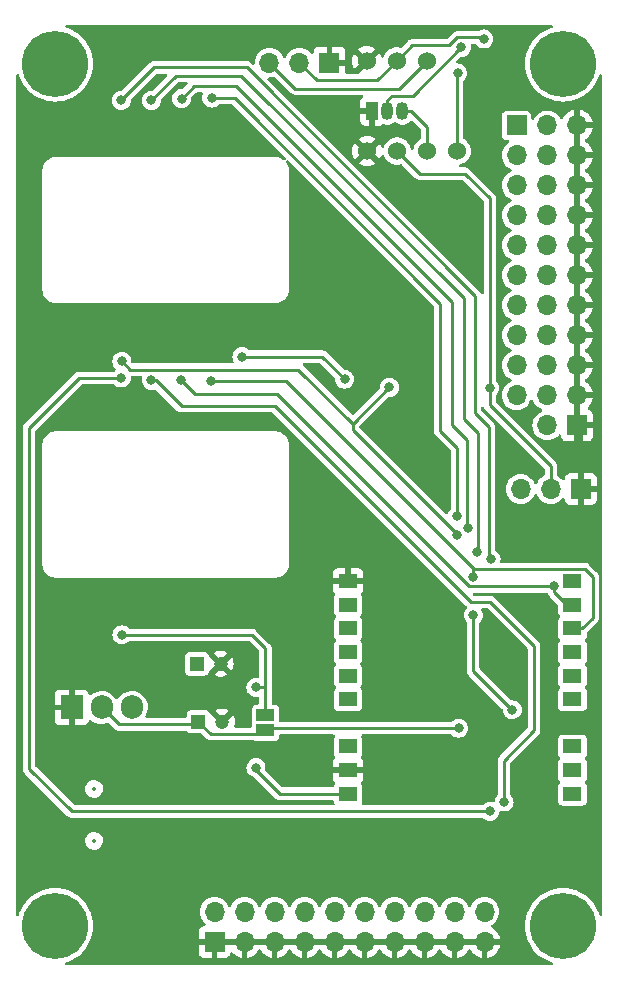
<source format=gbl>
%TF.GenerationSoftware,KiCad,Pcbnew,7.0.10*%
%TF.CreationDate,2024-08-04T17:16:23+10:00*%
%TF.ProjectId,AI4R-SENSORPCB,41493452-2d53-4454-9e53-4f525043422e,rev?*%
%TF.SameCoordinates,Original*%
%TF.FileFunction,Copper,L2,Bot*%
%TF.FilePolarity,Positive*%
%FSLAX46Y46*%
G04 Gerber Fmt 4.6, Leading zero omitted, Abs format (unit mm)*
G04 Created by KiCad (PCBNEW 7.0.10) date 2024-08-04 17:16:23*
%MOMM*%
%LPD*%
G01*
G04 APERTURE LIST*
%TA.AperFunction,ComponentPad*%
%ADD10C,5.600000*%
%TD*%
%TA.AperFunction,ComponentPad*%
%ADD11R,1.200000X1.200000*%
%TD*%
%TA.AperFunction,ComponentPad*%
%ADD12C,1.200000*%
%TD*%
%TA.AperFunction,ComponentPad*%
%ADD13R,1.700000X1.700000*%
%TD*%
%TA.AperFunction,ComponentPad*%
%ADD14O,1.700000X1.700000*%
%TD*%
%TA.AperFunction,ComponentPad*%
%ADD15C,1.524000*%
%TD*%
%TA.AperFunction,ComponentPad*%
%ADD16R,1.050000X1.500000*%
%TD*%
%TA.AperFunction,ComponentPad*%
%ADD17O,1.050000X1.500000*%
%TD*%
%TA.AperFunction,ComponentPad*%
%ADD18R,1.905000X2.000000*%
%TD*%
%TA.AperFunction,ComponentPad*%
%ADD19O,1.905000X2.000000*%
%TD*%
%TA.AperFunction,SMDPad,CuDef*%
%ADD20R,1.500000X1.000000*%
%TD*%
%TA.AperFunction,SMDPad,CuDef*%
%ADD21R,1.600000X1.200000*%
%TD*%
%TA.AperFunction,ViaPad*%
%ADD22C,0.800000*%
%TD*%
%TA.AperFunction,Conductor*%
%ADD23C,0.250000*%
%TD*%
%ADD24C,0.350000*%
G04 APERTURE END LIST*
D10*
%TO.P,H2,1*%
%TO.N,N/C*%
X58500000Y-15500000D03*
%TD*%
D11*
%TO.P,C2,1*%
%TO.N,VCC_TOF*%
X27500000Y-66300000D03*
D12*
%TO.P,C2,2*%
%TO.N,GND*%
X29500000Y-66300000D03*
%TD*%
D13*
%TO.P,J6,1,Pin_1*%
%TO.N,GND*%
X59700000Y-46120000D03*
D14*
%TO.P,J6,2,Pin_2*%
%TO.N,VCC*%
X57160000Y-46120000D03*
%TO.P,J6,3,Pin_3*%
%TO.N,GND*%
X59700000Y-43580000D03*
%TO.P,J6,4,Pin_4*%
%TO.N,VCC*%
X57160000Y-43580000D03*
%TO.P,J6,5,Pin_5*%
%TO.N,GND*%
X59700000Y-41040000D03*
%TO.P,J6,6,Pin_6*%
%TO.N,VCC*%
X57160000Y-41040000D03*
%TO.P,J6,7,Pin_7*%
%TO.N,GND*%
X59700000Y-38500000D03*
%TO.P,J6,8,Pin_8*%
%TO.N,VCC*%
X57160000Y-38500000D03*
%TO.P,J6,9,Pin_9*%
%TO.N,GND*%
X59700000Y-35960000D03*
%TO.P,J6,10,Pin_10*%
%TO.N,VCC*%
X57160000Y-35960000D03*
%TO.P,J6,11,Pin_11*%
%TO.N,GND*%
X59700000Y-33420000D03*
%TO.P,J6,12,Pin_12*%
%TO.N,VCC*%
X57160000Y-33420000D03*
%TO.P,J6,13,Pin_13*%
%TO.N,GND*%
X59700000Y-30880000D03*
%TO.P,J6,14,Pin_14*%
%TO.N,VCC*%
X57160000Y-30880000D03*
%TO.P,J6,15,Pin_15*%
%TO.N,GND*%
X59700000Y-28340000D03*
%TO.P,J6,16,Pin_16*%
%TO.N,VCC*%
X57160000Y-28340000D03*
%TO.P,J6,17,Pin_17*%
%TO.N,GND*%
X59700000Y-25800000D03*
%TO.P,J6,18,Pin_18*%
%TO.N,VCC*%
X57160000Y-25800000D03*
%TO.P,J6,19,Pin_19*%
%TO.N,GND*%
X59700000Y-23260000D03*
%TO.P,J6,20,Pin_20*%
%TO.N,VCC*%
X57160000Y-23260000D03*
%TO.P,J6,21,Pin_21*%
%TO.N,GND*%
X59700000Y-20720000D03*
%TO.P,J6,22,Pin_22*%
%TO.N,VCC*%
X57160000Y-20720000D03*
%TD*%
D13*
%TO.P,J8,1,Pin_1*%
%TO.N,GP6B*%
X54560000Y-20720000D03*
D14*
%TO.P,J8,2,Pin_2*%
%TO.N,GP7B*%
X54560000Y-23260000D03*
%TO.P,J8,3,Pin_3*%
%TO.N,GP8B*%
X54560000Y-25800000D03*
%TO.P,J8,4,Pin_4*%
%TO.N,GP9B*%
X54560000Y-28340000D03*
%TO.P,J8,5,Pin_5*%
%TO.N,GP10B*%
X54560000Y-30880000D03*
%TO.P,J8,6,Pin_6*%
%TO.N,GP11B*%
X54560000Y-33420000D03*
%TO.P,J8,7,Pin_7*%
%TO.N,GP12B*%
X54560000Y-35960000D03*
%TO.P,J8,8,Pin_8*%
%TO.N,GP13B*%
X54560000Y-38500000D03*
%TO.P,J8,9,Pin_9*%
%TO.N,GP14B*%
X54560000Y-41040000D03*
%TO.P,J8,10,Pin_10*%
%TO.N,GP15B*%
X54560000Y-43580000D03*
%TD*%
D10*
%TO.P,H4,1*%
%TO.N,N/C*%
X15500000Y-88500000D03*
%TD*%
D15*
%TO.P,U2,1,RCIN*%
%TO.N,Net-(J7-Pin_3)*%
X46950000Y-15270000D03*
%TO.P,U2,2,VRC*%
%TO.N,Net-(J7-Pin_2)*%
X44410000Y-15270000D03*
%TO.P,U2,3,GND*%
%TO.N,GND*%
X41870000Y-15270000D03*
%TO.P,U2,4,GND*%
X41920000Y-22890000D03*
%TO.P,U2,5,VCC*%
%TO.N,3V3B*%
X44460000Y-22890000D03*
%TO.P,U2,6,OUT*%
%TO.N,GPIO1B*%
X47000000Y-22890000D03*
%TO.P,U2,7,GOOD*%
X49540000Y-22890000D03*
%TD*%
D13*
%TO.P,J10,1,Pin_1*%
%TO.N,GND*%
X28993500Y-89840000D03*
D14*
%TO.P,J10,2,Pin_2*%
%TO.N,GP15*%
X28993500Y-87300000D03*
%TO.P,J10,3,Pin_3*%
%TO.N,GND*%
X31533500Y-89840000D03*
%TO.P,J10,4,Pin_4*%
%TO.N,GP14*%
X31533500Y-87300000D03*
%TO.P,J10,5,Pin_5*%
%TO.N,GND*%
X34073500Y-89840000D03*
%TO.P,J10,6,Pin_6*%
%TO.N,GP13*%
X34073500Y-87300000D03*
%TO.P,J10,7,Pin_7*%
%TO.N,GND*%
X36613500Y-89840000D03*
%TO.P,J10,8,Pin_8*%
%TO.N,GP12*%
X36613500Y-87300000D03*
%TO.P,J10,9,Pin_9*%
%TO.N,GND*%
X39153500Y-89840000D03*
%TO.P,J10,10,Pin_10*%
%TO.N,GP11*%
X39153500Y-87300000D03*
%TO.P,J10,11,Pin_11*%
%TO.N,GND*%
X41693500Y-89840000D03*
%TO.P,J10,12,Pin_12*%
%TO.N,GP10*%
X41693500Y-87300000D03*
%TO.P,J10,13,Pin_13*%
%TO.N,GND*%
X44233500Y-89840000D03*
%TO.P,J10,14,Pin_14*%
%TO.N,GP9*%
X44233500Y-87300000D03*
%TO.P,J10,15,Pin_15*%
%TO.N,GND*%
X46773500Y-89840000D03*
%TO.P,J10,16,Pin_16*%
%TO.N,GP8*%
X46773500Y-87300000D03*
%TO.P,J10,17,Pin_17*%
%TO.N,GND*%
X49313500Y-89840000D03*
%TO.P,J10,18,Pin_18*%
%TO.N,GP7*%
X49313500Y-87300000D03*
%TO.P,J10,19,Pin_19*%
%TO.N,GND*%
X51853500Y-89840000D03*
%TO.P,J10,20,Pin_20*%
%TO.N,GP6*%
X51853500Y-87300000D03*
%TD*%
D11*
%TO.P,C1,1*%
%TO.N,3V3PS*%
X27627401Y-71200000D03*
D12*
%TO.P,C1,2*%
%TO.N,GND*%
X29627401Y-71200000D03*
%TD*%
D16*
%TO.P,Q1,1,E*%
%TO.N,GND*%
X42360000Y-19500000D03*
D17*
%TO.P,Q1,2,B*%
%TO.N,Net-(Q1-B)*%
X43630000Y-19500000D03*
%TO.P,Q1,3,C*%
%TO.N,GPIO1B*%
X44900000Y-19500000D03*
%TD*%
D13*
%TO.P,J7,1,Pin_1*%
%TO.N,GND*%
X38725000Y-15400000D03*
D14*
%TO.P,J7,2,Pin_2*%
%TO.N,Net-(J7-Pin_2)*%
X36185000Y-15400000D03*
%TO.P,J7,3,Pin_3*%
%TO.N,Net-(J7-Pin_3)*%
X33645000Y-15400000D03*
%TD*%
D18*
%TO.P,U3,1,GND*%
%TO.N,GND*%
X16900000Y-70000000D03*
D19*
%TO.P,U3,2,VO*%
%TO.N,3V3PS*%
X19440000Y-70000000D03*
%TO.P,U3,3,VI*%
%TO.N,VCC_TOF*%
X21980000Y-70000000D03*
%TD*%
D10*
%TO.P,H3,1*%
%TO.N,N/C*%
X58500000Y-88500000D03*
%TD*%
D13*
%TO.P,J9,1,Pin_1*%
%TO.N,GND*%
X60000000Y-51500000D03*
D14*
%TO.P,J9,2,Pin_2*%
%TO.N,3V3B*%
X57460000Y-51500000D03*
%TO.P,J9,3,Pin_3*%
%TO.N,GP26B*%
X54920000Y-51500000D03*
%TD*%
D10*
%TO.P,H1,1*%
%TO.N,N/C*%
X15500000Y-15500000D03*
%TD*%
D20*
%TO.P,JP1,1,A*%
%TO.N,3V3*%
X33300000Y-70650000D03*
%TO.P,JP1,2,B*%
%TO.N,3V3PS*%
X33300000Y-71950000D03*
%TD*%
D21*
%TO.P,U1,1,VDD*%
%TO.N,3V3*%
X40300000Y-77300000D03*
%TO.P,U1,2,GND_1*%
%TO.N,GND*%
X40300000Y-75300000D03*
%TO.P,U1,3,RSVR_1*%
%TO.N,unconnected-(U1-RSVR_1-Pad3)*%
X40300000Y-73300000D03*
%TO.P,U1,4,RSVR_2*%
%TO.N,unconnected-(U1-RSVR_2-Pad4)*%
X40300000Y-69300000D03*
%TO.P,U1,5,HINTN*%
%TO.N,unconnected-(U1-HINTN-Pad5)*%
X40300000Y-67300000D03*
%TO.P,U1,6,BOOTN*%
%TO.N,unconnected-(U1-BOOTN-Pad6)*%
X40300000Y-65300000D03*
%TO.P,U1,7,PS1*%
%TO.N,unconnected-(U1-PS1-Pad7)*%
X40300000Y-63300000D03*
%TO.P,U1,8,GND_2*%
%TO.N,unconnected-(U1-GND_2-Pad8)*%
X40300000Y-61300000D03*
%TO.P,U1,9,PS0/WAKEN*%
%TO.N,GND*%
X40300000Y-59300000D03*
%TO.P,U1,10,RSVR_3*%
%TO.N,unconnected-(U1-RSVR_3-Pad10)*%
X59300000Y-59300000D03*
%TO.P,U1,11,SDA/MISO/TXD*%
%TO.N,SDA1*%
X59300000Y-61300000D03*
%TO.P,U1,12,SCL/SCK/RXD*%
%TO.N,SCL1*%
X59300000Y-63300000D03*
%TO.P,U1,13,RSVR_4*%
%TO.N,unconnected-(U1-RSVR_4-Pad13)*%
X59300000Y-65300000D03*
%TO.P,U1,14,SA0/MOSI*%
%TO.N,unconnected-(U1-SA0{slash}MOSI-Pad14)*%
X59300000Y-67300000D03*
%TO.P,U1,15,CSN*%
%TO.N,unconnected-(U1-CSN-Pad15)*%
X59300000Y-69300000D03*
%TO.P,U1,16,RSVR_5*%
%TO.N,unconnected-(U1-RSVR_5-Pad16)*%
X59300000Y-73300000D03*
%TO.P,U1,17,RSVR_6*%
%TO.N,unconnected-(U1-RSVR_6-Pad17)*%
X59300000Y-75300000D03*
%TO.P,U1,18,NRST*%
%TO.N,unconnected-(U1-NRST-Pad18)*%
X59300000Y-77300000D03*
%TD*%
D22*
%TO.N,GND*%
X20300000Y-75300000D03*
X24900000Y-40400000D03*
X30250000Y-77850000D03*
X38200000Y-19500000D03*
X60250000Y-81550000D03*
X23600000Y-14450000D03*
X47250000Y-68000000D03*
X49200000Y-64250000D03*
X54800000Y-88400000D03*
X52250000Y-66400000D03*
X36300000Y-31050000D03*
X48600000Y-75850000D03*
X37375000Y-73825000D03*
X21700000Y-88050000D03*
X53750000Y-47150000D03*
X20200000Y-14500000D03*
X52250000Y-25050000D03*
X14000000Y-81050000D03*
X58900000Y-56750000D03*
X50650000Y-20550000D03*
X55100000Y-61300000D03*
X47900000Y-28500000D03*
%TO.N,3V3*%
X32500000Y-68300000D03*
X21150000Y-63850000D03*
X32500000Y-75100000D03*
%TO.N,SDA1*%
X26183560Y-42266950D03*
X57750000Y-59700000D03*
%TO.N,SCL1*%
X28730000Y-42350000D03*
X54200000Y-70200000D03*
X50900000Y-58925000D03*
X50900000Y-62200000D03*
%TO.N,SDA2*%
X21100000Y-42100000D03*
X52300000Y-78800000D03*
%TO.N,SCL2*%
X23650000Y-42300000D03*
X53500000Y-78000000D03*
%TO.N,SDA3*%
X50450000Y-54800000D03*
X26200000Y-18450000D03*
%TO.N,SCL3*%
X49550000Y-53750000D03*
X28750000Y-18400000D03*
%TO.N,SDA4*%
X52400000Y-57450000D03*
X21100000Y-18600000D03*
%TO.N,SCL4*%
X51200000Y-56800000D03*
X23650000Y-18600000D03*
%TO.N,Net-(J7-Pin_2)*%
X51800000Y-13400000D03*
%TO.N,3V3B*%
X43800000Y-42900000D03*
X52300000Y-42950000D03*
X21150000Y-40700000D03*
X49511388Y-55373596D03*
%TO.N,GPIO1B*%
X49564191Y-16277847D03*
%TO.N,GP26B*%
X31300000Y-40300000D03*
X40000000Y-42200000D03*
%TO.N,Net-(Q1-B)*%
X49900000Y-14100000D03*
%TO.N,3V3PS*%
X49650000Y-71750000D03*
%TD*%
D23*
%TO.N,GND*%
X60000000Y-51500000D02*
X60000000Y-46060000D01*
X60000000Y-46060000D02*
X59700000Y-45760000D01*
%TO.N,3V3*%
X40300000Y-77300000D02*
X34500000Y-77300000D01*
X32500000Y-75300000D02*
X32500000Y-75100000D01*
X32150000Y-63850000D02*
X21150000Y-63850000D01*
X33300000Y-65000000D02*
X32150000Y-63850000D01*
X33300000Y-68300000D02*
X32500000Y-68300000D01*
X33300000Y-68300000D02*
X33300000Y-65000000D01*
X32500000Y-75100000D02*
X32500000Y-75200000D01*
X34500000Y-77300000D02*
X32500000Y-75300000D01*
X33300000Y-70650000D02*
X33300000Y-68300000D01*
%TO.N,SDA1*%
X50558273Y-59750000D02*
X57700000Y-59750000D01*
X26183560Y-42266950D02*
X27366610Y-43450000D01*
X57700000Y-59750000D02*
X57750000Y-59700000D01*
X59300000Y-61300000D02*
X58800000Y-61300000D01*
X57750000Y-59700000D02*
X57650000Y-59650000D01*
X27366610Y-43450000D02*
X34258273Y-43450000D01*
X34258273Y-43450000D02*
X50558273Y-59750000D01*
X57750000Y-60250000D02*
X57750000Y-59700000D01*
X57650000Y-59650000D02*
X57600000Y-59650000D01*
X58800000Y-61300000D02*
X57750000Y-60250000D01*
%TO.N,SCL1*%
X60100000Y-63300000D02*
X61000000Y-62400000D01*
X50900000Y-62200000D02*
X50900000Y-66900000D01*
X59300000Y-63300000D02*
X60100000Y-63300000D01*
X61000000Y-58950000D02*
X60325000Y-58275000D01*
X61000000Y-62400000D02*
X61000000Y-58950000D01*
X60325000Y-58275000D02*
X51000000Y-58275000D01*
X50900000Y-58175000D02*
X50900000Y-58925000D01*
X28730000Y-42350000D02*
X35050000Y-42350000D01*
X51000000Y-58275000D02*
X50900000Y-58175000D01*
X50900000Y-66900000D02*
X54200000Y-70200000D01*
X50875000Y-58175000D02*
X50900000Y-58175000D01*
X35050000Y-42350000D02*
X50875000Y-58175000D01*
%TO.N,SDA2*%
X13300000Y-46300000D02*
X13300000Y-75200000D01*
X17500000Y-42100000D02*
X13300000Y-46300000D01*
X13300000Y-75200000D02*
X16900000Y-78800000D01*
X21100000Y-42100000D02*
X17500000Y-42100000D01*
X16900000Y-78800000D02*
X52300000Y-78800000D01*
X52300000Y-78800000D02*
X52200000Y-78800000D01*
%TO.N,SCL2*%
X24000000Y-42300000D02*
X26200000Y-44500000D01*
X56050000Y-64800000D02*
X56050000Y-71950000D01*
X53500000Y-78000000D02*
X53500000Y-78100000D01*
X53500000Y-74500000D02*
X53500000Y-78000000D01*
X23650000Y-42300000D02*
X24000000Y-42300000D01*
X52300000Y-61050000D02*
X56050000Y-64800000D01*
X34150000Y-44500000D02*
X50700000Y-61050000D01*
X26200000Y-44500000D02*
X34150000Y-44500000D01*
X56050000Y-71950000D02*
X53500000Y-74500000D01*
X50700000Y-61050000D02*
X52300000Y-61050000D01*
%TO.N,SDA3*%
X27250000Y-17400000D02*
X26200000Y-18450000D01*
X50450000Y-54800000D02*
X50375000Y-54725000D01*
X30800000Y-17400000D02*
X27250000Y-17400000D01*
X49100000Y-35700000D02*
X30800000Y-17400000D01*
X49100000Y-46050000D02*
X49100000Y-35700000D01*
X50375000Y-47325000D02*
X49100000Y-46050000D01*
X50375000Y-54725000D02*
X50375000Y-47325000D01*
%TO.N,SCL3*%
X49550000Y-48050000D02*
X48100000Y-46600000D01*
X30700000Y-18400000D02*
X28750000Y-18400000D01*
X49550000Y-53750000D02*
X49550000Y-48050000D01*
X48100000Y-35800000D02*
X30700000Y-18400000D01*
X48100000Y-46600000D02*
X48100000Y-35800000D01*
%TO.N,SDA4*%
X51050000Y-35150000D02*
X31700000Y-15800000D01*
X31700000Y-15800000D02*
X23900000Y-15800000D01*
X23900000Y-15800000D02*
X21100000Y-18600000D01*
X52225000Y-57275000D02*
X52225000Y-46275000D01*
X52400000Y-57450000D02*
X52225000Y-57275000D01*
X51050000Y-45100000D02*
X51050000Y-35150000D01*
X52225000Y-46275000D02*
X51050000Y-45100000D01*
%TO.N,SCL4*%
X31250000Y-16500000D02*
X25750000Y-16500000D01*
X51275000Y-46775000D02*
X50100000Y-45600000D01*
X25750000Y-16500000D02*
X23650000Y-18600000D01*
X51275000Y-56725000D02*
X51275000Y-46775000D01*
X51200000Y-56800000D02*
X51275000Y-56725000D01*
X50100000Y-45600000D02*
X50100000Y-35350000D01*
X50100000Y-35350000D02*
X31250000Y-16500000D01*
%TO.N,Net-(J7-Pin_2)*%
X45730000Y-13950000D02*
X48883273Y-13950000D01*
X36185000Y-15400000D02*
X37685000Y-16900000D01*
X42780000Y-16900000D02*
X44410000Y-15270000D01*
X48883273Y-13950000D02*
X49558273Y-13275000D01*
X44410000Y-15270000D02*
X45730000Y-13950000D01*
X51675000Y-13275000D02*
X51800000Y-13400000D01*
X51800000Y-13400000D02*
X51825000Y-13375000D01*
X37685000Y-16900000D02*
X42780000Y-16900000D01*
X51875000Y-13375000D02*
X51900000Y-13400000D01*
X49558273Y-13275000D02*
X51675000Y-13275000D01*
X51825000Y-13375000D02*
X51875000Y-13375000D01*
%TO.N,Net-(J7-Pin_3)*%
X44620000Y-17600000D02*
X46950000Y-15270000D01*
X33920000Y-15400000D02*
X33645000Y-15400000D01*
X33645000Y-15400000D02*
X35845000Y-17600000D01*
X35845000Y-17600000D02*
X44620000Y-17600000D01*
%TO.N,3V3B*%
X40700000Y-46500000D02*
X49511388Y-55311388D01*
X52300000Y-44400000D02*
X57460000Y-49560000D01*
X36100000Y-41400000D02*
X40700000Y-46000000D01*
X40700000Y-46000000D02*
X40700000Y-46500000D01*
X52300000Y-42950000D02*
X52300000Y-44400000D01*
X50200000Y-24800000D02*
X46370000Y-24800000D01*
X21850000Y-41400000D02*
X36100000Y-41400000D01*
X57460000Y-49560000D02*
X57460000Y-51500000D01*
X43800000Y-42900000D02*
X40700000Y-46000000D01*
X52300000Y-42950000D02*
X52150000Y-42800000D01*
X52300000Y-26900000D02*
X50200000Y-24800000D01*
X52300000Y-42950000D02*
X52300000Y-26900000D01*
X21150000Y-40700000D02*
X21850000Y-41400000D01*
X46370000Y-24800000D02*
X44460000Y-22890000D01*
X49511388Y-55311388D02*
X49511388Y-55373596D01*
%TO.N,GPIO1B*%
X45650000Y-19500000D02*
X47000000Y-20850000D01*
X47000000Y-20850000D02*
X47000000Y-22890000D01*
X49564191Y-16277847D02*
X49540000Y-16302038D01*
X49540000Y-16302038D02*
X49540000Y-22890000D01*
X44900000Y-19500000D02*
X45650000Y-19500000D01*
%TO.N,GP26B*%
X38100000Y-40300000D02*
X31300000Y-40300000D01*
X40000000Y-42200000D02*
X38100000Y-40300000D01*
%TO.N,Net-(Q1-B)*%
X43630000Y-19500000D02*
X43630000Y-18570000D01*
X43630000Y-18570000D02*
X44000000Y-18200000D01*
X45800000Y-18200000D02*
X49900000Y-14100000D01*
X44000000Y-18200000D02*
X45800000Y-18200000D01*
%TO.N,3V3PS*%
X28652401Y-72225000D02*
X33025000Y-72225000D01*
X27627401Y-71200000D02*
X27402401Y-71425000D01*
X20865000Y-71425000D02*
X19440000Y-70000000D01*
X49650000Y-71750000D02*
X49600000Y-71700000D01*
X33300000Y-71950000D02*
X33500000Y-71750000D01*
X27627401Y-71200000D02*
X28652401Y-72225000D01*
X33500000Y-71750000D02*
X49650000Y-71750000D01*
X33025000Y-72225000D02*
X33300000Y-71950000D01*
X27402401Y-71425000D02*
X20865000Y-71425000D01*
%TD*%
%TA.AperFunction,Conductor*%
%TO.N,GND*%
G36*
X31074007Y-89630156D02*
G01*
X31033500Y-89768111D01*
X31033500Y-89911889D01*
X31074007Y-90049844D01*
X31099814Y-90090000D01*
X29427186Y-90090000D01*
X29452993Y-90049844D01*
X29493500Y-89911889D01*
X29493500Y-89768111D01*
X29452993Y-89630156D01*
X29427186Y-89590000D01*
X31099814Y-89590000D01*
X31074007Y-89630156D01*
G37*
%TD.AperFunction*%
%TA.AperFunction,Conductor*%
G36*
X33614007Y-89630156D02*
G01*
X33573500Y-89768111D01*
X33573500Y-89911889D01*
X33614007Y-90049844D01*
X33639814Y-90090000D01*
X31967186Y-90090000D01*
X31992993Y-90049844D01*
X32033500Y-89911889D01*
X32033500Y-89768111D01*
X31992993Y-89630156D01*
X31967186Y-89590000D01*
X33639814Y-89590000D01*
X33614007Y-89630156D01*
G37*
%TD.AperFunction*%
%TA.AperFunction,Conductor*%
G36*
X36154007Y-89630156D02*
G01*
X36113500Y-89768111D01*
X36113500Y-89911889D01*
X36154007Y-90049844D01*
X36179814Y-90090000D01*
X34507186Y-90090000D01*
X34532993Y-90049844D01*
X34573500Y-89911889D01*
X34573500Y-89768111D01*
X34532993Y-89630156D01*
X34507186Y-89590000D01*
X36179814Y-89590000D01*
X36154007Y-89630156D01*
G37*
%TD.AperFunction*%
%TA.AperFunction,Conductor*%
G36*
X38694007Y-89630156D02*
G01*
X38653500Y-89768111D01*
X38653500Y-89911889D01*
X38694007Y-90049844D01*
X38719814Y-90090000D01*
X37047186Y-90090000D01*
X37072993Y-90049844D01*
X37113500Y-89911889D01*
X37113500Y-89768111D01*
X37072993Y-89630156D01*
X37047186Y-89590000D01*
X38719814Y-89590000D01*
X38694007Y-89630156D01*
G37*
%TD.AperFunction*%
%TA.AperFunction,Conductor*%
G36*
X41234007Y-89630156D02*
G01*
X41193500Y-89768111D01*
X41193500Y-89911889D01*
X41234007Y-90049844D01*
X41259814Y-90090000D01*
X39587186Y-90090000D01*
X39612993Y-90049844D01*
X39653500Y-89911889D01*
X39653500Y-89768111D01*
X39612993Y-89630156D01*
X39587186Y-89590000D01*
X41259814Y-89590000D01*
X41234007Y-89630156D01*
G37*
%TD.AperFunction*%
%TA.AperFunction,Conductor*%
G36*
X43774007Y-89630156D02*
G01*
X43733500Y-89768111D01*
X43733500Y-89911889D01*
X43774007Y-90049844D01*
X43799814Y-90090000D01*
X42127186Y-90090000D01*
X42152993Y-90049844D01*
X42193500Y-89911889D01*
X42193500Y-89768111D01*
X42152993Y-89630156D01*
X42127186Y-89590000D01*
X43799814Y-89590000D01*
X43774007Y-89630156D01*
G37*
%TD.AperFunction*%
%TA.AperFunction,Conductor*%
G36*
X46314007Y-89630156D02*
G01*
X46273500Y-89768111D01*
X46273500Y-89911889D01*
X46314007Y-90049844D01*
X46339814Y-90090000D01*
X44667186Y-90090000D01*
X44692993Y-90049844D01*
X44733500Y-89911889D01*
X44733500Y-89768111D01*
X44692993Y-89630156D01*
X44667186Y-89590000D01*
X46339814Y-89590000D01*
X46314007Y-89630156D01*
G37*
%TD.AperFunction*%
%TA.AperFunction,Conductor*%
G36*
X48854007Y-89630156D02*
G01*
X48813500Y-89768111D01*
X48813500Y-89911889D01*
X48854007Y-90049844D01*
X48879814Y-90090000D01*
X47207186Y-90090000D01*
X47232993Y-90049844D01*
X47273500Y-89911889D01*
X47273500Y-89768111D01*
X47232993Y-89630156D01*
X47207186Y-89590000D01*
X48879814Y-89590000D01*
X48854007Y-89630156D01*
G37*
%TD.AperFunction*%
%TA.AperFunction,Conductor*%
G36*
X51394007Y-89630156D02*
G01*
X51353500Y-89768111D01*
X51353500Y-89911889D01*
X51394007Y-90049844D01*
X51419814Y-90090000D01*
X49747186Y-90090000D01*
X49772993Y-90049844D01*
X49813500Y-89911889D01*
X49813500Y-89768111D01*
X49772993Y-89630156D01*
X49747186Y-89590000D01*
X51419814Y-89590000D01*
X51394007Y-89630156D01*
G37*
%TD.AperFunction*%
%TA.AperFunction,Conductor*%
G36*
X22825228Y-41945185D02*
G01*
X22870983Y-41997989D01*
X22880927Y-42067147D01*
X22875230Y-42090455D01*
X22864633Y-42120737D01*
X22864630Y-42120750D01*
X22844435Y-42299996D01*
X22844435Y-42300003D01*
X22864630Y-42479249D01*
X22864631Y-42479254D01*
X22924211Y-42649523D01*
X23000384Y-42770750D01*
X23020184Y-42802262D01*
X23147738Y-42929816D01*
X23300478Y-43025789D01*
X23453258Y-43079249D01*
X23470745Y-43085368D01*
X23470750Y-43085369D01*
X23649996Y-43105565D01*
X23650000Y-43105565D01*
X23650004Y-43105565D01*
X23829249Y-43085369D01*
X23829250Y-43085368D01*
X23829255Y-43085368D01*
X23913460Y-43055902D01*
X23983235Y-43052340D01*
X24042093Y-43085263D01*
X25820558Y-44863728D01*
X25823499Y-44866771D01*
X25838031Y-44882330D01*
X25865245Y-44911469D01*
X25898499Y-44931691D01*
X25908990Y-44938830D01*
X25940025Y-44962365D01*
X25940028Y-44962366D01*
X25940028Y-44962367D01*
X25955509Y-44968471D01*
X25974451Y-44977878D01*
X25988672Y-44986526D01*
X26026160Y-44997029D01*
X26038184Y-45001072D01*
X26074411Y-45015359D01*
X26090977Y-45017061D01*
X26111741Y-45021008D01*
X26127772Y-45025500D01*
X26166696Y-45025500D01*
X26179376Y-45026150D01*
X26182275Y-45026447D01*
X26218110Y-45030132D01*
X26234518Y-45027303D01*
X26255586Y-45025500D01*
X33880968Y-45025500D01*
X33948007Y-45045185D01*
X33968649Y-45061819D01*
X50320543Y-61413712D01*
X50323486Y-61416757D01*
X50351642Y-61446905D01*
X50383014Y-61509336D01*
X50375652Y-61578816D01*
X50348700Y-61619222D01*
X50270183Y-61697739D01*
X50174211Y-61850476D01*
X50114631Y-62020745D01*
X50114630Y-62020750D01*
X50094435Y-62199996D01*
X50094435Y-62200003D01*
X50114630Y-62379249D01*
X50114631Y-62379254D01*
X50174211Y-62549523D01*
X50270184Y-62702262D01*
X50338181Y-62770259D01*
X50371666Y-62831582D01*
X50374500Y-62857940D01*
X50374500Y-66888890D01*
X50374428Y-66893123D01*
X50373117Y-66931517D01*
X50372340Y-66954250D01*
X50381556Y-66992068D01*
X50383927Y-67004540D01*
X50389228Y-67043109D01*
X50395864Y-67058387D01*
X50402602Y-67078424D01*
X50406542Y-67094593D01*
X50406543Y-67094594D01*
X50425618Y-67128520D01*
X50431266Y-67139890D01*
X50446782Y-67175612D01*
X50457283Y-67188518D01*
X50469182Y-67206000D01*
X50477342Y-67220512D01*
X50504878Y-67248048D01*
X50513377Y-67257466D01*
X50537943Y-67287662D01*
X50537944Y-67287663D01*
X50537946Y-67287665D01*
X50551544Y-67297264D01*
X50567715Y-67310885D01*
X53358528Y-70101698D01*
X53392013Y-70163021D01*
X53393546Y-70193037D01*
X53394435Y-70193037D01*
X53394435Y-70200003D01*
X53414630Y-70379249D01*
X53414631Y-70379254D01*
X53474211Y-70549523D01*
X53570184Y-70702262D01*
X53697738Y-70829816D01*
X53850478Y-70925789D01*
X53961479Y-70964630D01*
X54020745Y-70985368D01*
X54020750Y-70985369D01*
X54199996Y-71005565D01*
X54200000Y-71005565D01*
X54200004Y-71005565D01*
X54379249Y-70985369D01*
X54379252Y-70985368D01*
X54379255Y-70985368D01*
X54549522Y-70925789D01*
X54702262Y-70829816D01*
X54829816Y-70702262D01*
X54925789Y-70549522D01*
X54985368Y-70379255D01*
X54987351Y-70361657D01*
X55005565Y-70200003D01*
X55005565Y-70199996D01*
X54985369Y-70020750D01*
X54985368Y-70020745D01*
X54925788Y-69850476D01*
X54845701Y-69723019D01*
X54829816Y-69697738D01*
X54702262Y-69570184D01*
X54700932Y-69569348D01*
X54549523Y-69474211D01*
X54379254Y-69414631D01*
X54379249Y-69414630D01*
X54200004Y-69394435D01*
X54193037Y-69394435D01*
X54193037Y-69392277D01*
X54134436Y-69382010D01*
X54101698Y-69358528D01*
X51461819Y-66718649D01*
X51428334Y-66657326D01*
X51425500Y-66630968D01*
X51425500Y-62857940D01*
X51445185Y-62790901D01*
X51461819Y-62770259D01*
X51529816Y-62702262D01*
X51625789Y-62549522D01*
X51685368Y-62379255D01*
X51686191Y-62371950D01*
X51705565Y-62200003D01*
X51705565Y-62199996D01*
X51685369Y-62020750D01*
X51685368Y-62020745D01*
X51654146Y-61931518D01*
X51625789Y-61850478D01*
X51572375Y-61765471D01*
X51553376Y-61698236D01*
X51573744Y-61631400D01*
X51627011Y-61586186D01*
X51677370Y-61575500D01*
X52030968Y-61575500D01*
X52098007Y-61595185D01*
X52118649Y-61611819D01*
X55488181Y-64981350D01*
X55521666Y-65042673D01*
X55524500Y-65069031D01*
X55524500Y-71680968D01*
X55504815Y-71748007D01*
X55488181Y-71768649D01*
X53136270Y-74120559D01*
X53133227Y-74123500D01*
X53088532Y-74165243D01*
X53088531Y-74165244D01*
X53068302Y-74198508D01*
X53061161Y-74209000D01*
X53037639Y-74240019D01*
X53037633Y-74240029D01*
X53031525Y-74255517D01*
X53022125Y-74274442D01*
X53013477Y-74288664D01*
X53013474Y-74288670D01*
X53013474Y-74288672D01*
X53010300Y-74299999D01*
X53002971Y-74326155D01*
X52998926Y-74338181D01*
X52984641Y-74374409D01*
X52984640Y-74374411D01*
X52982937Y-74390976D01*
X52978991Y-74411739D01*
X52974500Y-74427767D01*
X52974500Y-74466703D01*
X52973850Y-74479382D01*
X52969869Y-74518107D01*
X52969869Y-74518111D01*
X52972697Y-74534511D01*
X52974500Y-74555580D01*
X52974500Y-77342060D01*
X52954815Y-77409099D01*
X52938181Y-77429741D01*
X52870184Y-77497737D01*
X52774211Y-77650476D01*
X52714631Y-77820745D01*
X52714630Y-77820750D01*
X52702096Y-77932001D01*
X52675030Y-77996415D01*
X52617435Y-78035971D01*
X52547598Y-78038108D01*
X52537922Y-78035160D01*
X52479257Y-78014632D01*
X52479249Y-78014630D01*
X52300004Y-77994435D01*
X52299996Y-77994435D01*
X52120750Y-78014630D01*
X52120745Y-78014631D01*
X51950476Y-78074211D01*
X51797737Y-78170184D01*
X51729741Y-78238181D01*
X51668418Y-78271666D01*
X51642060Y-78274500D01*
X41561023Y-78274500D01*
X41493984Y-78254815D01*
X41448229Y-78202011D01*
X41438285Y-78132853D01*
X41450539Y-78094205D01*
X41485646Y-78025304D01*
X41485646Y-78025302D01*
X41485647Y-78025301D01*
X41496282Y-77958147D01*
X41500500Y-77931519D01*
X41500499Y-76668482D01*
X41485646Y-76574696D01*
X41428050Y-76461658D01*
X41428046Y-76461654D01*
X41428045Y-76461652D01*
X41424781Y-76458388D01*
X41391296Y-76397065D01*
X41396280Y-76327373D01*
X41438151Y-76271440D01*
X41457191Y-76257186D01*
X41543350Y-76142093D01*
X41543354Y-76142086D01*
X41593596Y-76007379D01*
X41593598Y-76007372D01*
X41599999Y-75947844D01*
X41600000Y-75947827D01*
X41600000Y-75550000D01*
X39000000Y-75550000D01*
X39000000Y-75947844D01*
X39006401Y-76007372D01*
X39006403Y-76007379D01*
X39056645Y-76142086D01*
X39056649Y-76142093D01*
X39142809Y-76257187D01*
X39161849Y-76271441D01*
X39203720Y-76327376D01*
X39208703Y-76397068D01*
X39175223Y-76458384D01*
X39171953Y-76461653D01*
X39171951Y-76461657D01*
X39114352Y-76574698D01*
X39099275Y-76669898D01*
X39069346Y-76733032D01*
X39010035Y-76769964D01*
X38976802Y-76774500D01*
X34769031Y-76774500D01*
X34701992Y-76754815D01*
X34681350Y-76738181D01*
X33321219Y-75378050D01*
X33287734Y-75316727D01*
X33285680Y-75276485D01*
X33305565Y-75100002D01*
X33305565Y-75099996D01*
X33285369Y-74920750D01*
X33285368Y-74920745D01*
X33225788Y-74750476D01*
X33164019Y-74652172D01*
X33129816Y-74597738D01*
X33002262Y-74470184D01*
X32988691Y-74461657D01*
X32849523Y-74374211D01*
X32679254Y-74314631D01*
X32679249Y-74314630D01*
X32500004Y-74294435D01*
X32499996Y-74294435D01*
X32320750Y-74314630D01*
X32320745Y-74314631D01*
X32150476Y-74374211D01*
X31997737Y-74470184D01*
X31870184Y-74597737D01*
X31774211Y-74750476D01*
X31714631Y-74920745D01*
X31714630Y-74920750D01*
X31694435Y-75099996D01*
X31694435Y-75100003D01*
X31714630Y-75279249D01*
X31714631Y-75279254D01*
X31774211Y-75449523D01*
X31842037Y-75557466D01*
X31870184Y-75602262D01*
X31997738Y-75729816D01*
X32150478Y-75825789D01*
X32327032Y-75887568D01*
X32373759Y-75916929D01*
X34120544Y-77663713D01*
X34123486Y-77666757D01*
X34165243Y-77711468D01*
X34198501Y-77731692D01*
X34208998Y-77738836D01*
X34231342Y-77755779D01*
X34240025Y-77762364D01*
X34255510Y-77768470D01*
X34274448Y-77777876D01*
X34288672Y-77786526D01*
X34326168Y-77797031D01*
X34338180Y-77801071D01*
X34374411Y-77815359D01*
X34380067Y-77815940D01*
X34390968Y-77817061D01*
X34411746Y-77821009D01*
X34427772Y-77825500D01*
X34466704Y-77825500D01*
X34479383Y-77826150D01*
X34484428Y-77826668D01*
X34518110Y-77830131D01*
X34534514Y-77827302D01*
X34555580Y-77825500D01*
X38976803Y-77825500D01*
X39043842Y-77845185D01*
X39089597Y-77897989D01*
X39099277Y-77930103D01*
X39099501Y-77931517D01*
X39099501Y-77931518D01*
X39114354Y-78025304D01*
X39149462Y-78094208D01*
X39162358Y-78162874D01*
X39136082Y-78227614D01*
X39078976Y-78267872D01*
X39038977Y-78274500D01*
X17169032Y-78274500D01*
X17101993Y-78254815D01*
X17081351Y-78238181D01*
X15787103Y-76943933D01*
X18045668Y-76943933D01*
X18061058Y-77031210D01*
X18076135Y-77116711D01*
X18145623Y-77277804D01*
X18145624Y-77277806D01*
X18145626Y-77277809D01*
X18193460Y-77342060D01*
X18250390Y-77418530D01*
X18384786Y-77531302D01*
X18462488Y-77570325D01*
X18541562Y-77610038D01*
X18541563Y-77610038D01*
X18541567Y-77610040D01*
X18712279Y-77650500D01*
X18712282Y-77650500D01*
X18843701Y-77650500D01*
X18843709Y-77650500D01*
X18974255Y-77635241D01*
X19139117Y-77575237D01*
X19285696Y-77478830D01*
X19406092Y-77351218D01*
X19493812Y-77199281D01*
X19544130Y-77031210D01*
X19554331Y-76856065D01*
X19523865Y-76683289D01*
X19454377Y-76522196D01*
X19349610Y-76381470D01*
X19304161Y-76343334D01*
X19215214Y-76268698D01*
X19215212Y-76268697D01*
X19058437Y-76189961D01*
X19058433Y-76189960D01*
X18887721Y-76149500D01*
X18756291Y-76149500D01*
X18651854Y-76161707D01*
X18625743Y-76164759D01*
X18625740Y-76164760D01*
X18460884Y-76224762D01*
X18460880Y-76224764D01*
X18314306Y-76321167D01*
X18314305Y-76321168D01*
X18193910Y-76448778D01*
X18106188Y-76600718D01*
X18055870Y-76768789D01*
X18055869Y-76768794D01*
X18045668Y-76943933D01*
X15787103Y-76943933D01*
X13861819Y-75018649D01*
X13828334Y-74957326D01*
X13825500Y-74930968D01*
X13825500Y-71047844D01*
X15447500Y-71047844D01*
X15453901Y-71107372D01*
X15453903Y-71107379D01*
X15504145Y-71242086D01*
X15504149Y-71242093D01*
X15590309Y-71357187D01*
X15590312Y-71357190D01*
X15705406Y-71443350D01*
X15705413Y-71443354D01*
X15840120Y-71493596D01*
X15840127Y-71493598D01*
X15899655Y-71499999D01*
X15899672Y-71500000D01*
X16650000Y-71500000D01*
X16650000Y-70491683D01*
X16678819Y-70509209D01*
X16824404Y-70550000D01*
X16937622Y-70550000D01*
X17049783Y-70534584D01*
X17150000Y-70491053D01*
X17150000Y-71500000D01*
X17900328Y-71500000D01*
X17900344Y-71499999D01*
X17959872Y-71493598D01*
X17959879Y-71493596D01*
X18094586Y-71443354D01*
X18094593Y-71443350D01*
X18209687Y-71357190D01*
X18209690Y-71357187D01*
X18295850Y-71242093D01*
X18295855Y-71242084D01*
X18343184Y-71115188D01*
X18385055Y-71059254D01*
X18450519Y-71034836D01*
X18518792Y-71049687D01*
X18541290Y-71065437D01*
X18542876Y-71066833D01*
X18728042Y-71203782D01*
X18728044Y-71203783D01*
X18728047Y-71203785D01*
X18933701Y-71307473D01*
X19153920Y-71374914D01*
X19382369Y-71404168D01*
X19612476Y-71394394D01*
X19837622Y-71345871D01*
X19907917Y-71317623D01*
X19977459Y-71310893D01*
X20039603Y-71342828D01*
X20041831Y-71345001D01*
X20485544Y-71788713D01*
X20488486Y-71791757D01*
X20530243Y-71836468D01*
X20563501Y-71856692D01*
X20573998Y-71863836D01*
X20596342Y-71880779D01*
X20605025Y-71887364D01*
X20620510Y-71893470D01*
X20639448Y-71902876D01*
X20653672Y-71911526D01*
X20691168Y-71922031D01*
X20703180Y-71926071D01*
X20739411Y-71940359D01*
X20755977Y-71942061D01*
X20776741Y-71946008D01*
X20792772Y-71950500D01*
X20831703Y-71950500D01*
X20844382Y-71951150D01*
X20849427Y-71951668D01*
X20883109Y-71955131D01*
X20899513Y-71952302D01*
X20920579Y-71950500D01*
X26578606Y-71950500D01*
X26645645Y-71970185D01*
X26689090Y-72018204D01*
X26699350Y-72038340D01*
X26699355Y-72038347D01*
X26789053Y-72128045D01*
X26789055Y-72128046D01*
X26789059Y-72128050D01*
X26900066Y-72184611D01*
X26902099Y-72185647D01*
X26995876Y-72200499D01*
X26995882Y-72200500D01*
X27833368Y-72200499D01*
X27900407Y-72220183D01*
X27921049Y-72236818D01*
X28272945Y-72588713D01*
X28275887Y-72591757D01*
X28317644Y-72636468D01*
X28350902Y-72656692D01*
X28361399Y-72663836D01*
X28367517Y-72668475D01*
X28392426Y-72687364D01*
X28407911Y-72693470D01*
X28426849Y-72702876D01*
X28441073Y-72711526D01*
X28478569Y-72722031D01*
X28490581Y-72726071D01*
X28526812Y-72740359D01*
X28532468Y-72740940D01*
X28543369Y-72742061D01*
X28564147Y-72746009D01*
X28580173Y-72750500D01*
X28619105Y-72750500D01*
X28631784Y-72751150D01*
X28636829Y-72751668D01*
X28670511Y-72755131D01*
X28686915Y-72752302D01*
X28707981Y-72750500D01*
X32233448Y-72750500D01*
X32300487Y-72770185D01*
X32306329Y-72774179D01*
X32311653Y-72778046D01*
X32311655Y-72778047D01*
X32311658Y-72778050D01*
X32424694Y-72835645D01*
X32424698Y-72835647D01*
X32518475Y-72850499D01*
X32518481Y-72850500D01*
X34081518Y-72850499D01*
X34175304Y-72835646D01*
X34288342Y-72778050D01*
X34378050Y-72688342D01*
X34435646Y-72575304D01*
X34435646Y-72575302D01*
X34435647Y-72575301D01*
X34450500Y-72481524D01*
X34450500Y-72399500D01*
X34470185Y-72332461D01*
X34522989Y-72286706D01*
X34574500Y-72275500D01*
X39064453Y-72275500D01*
X39131492Y-72295185D01*
X39177247Y-72347989D01*
X39187191Y-72417147D01*
X39174938Y-72455795D01*
X39171951Y-72461656D01*
X39171950Y-72461658D01*
X39161828Y-72481524D01*
X39114352Y-72574698D01*
X39099500Y-72668475D01*
X39099500Y-73931517D01*
X39110292Y-73999657D01*
X39114354Y-74025304D01*
X39171950Y-74138342D01*
X39171952Y-74138344D01*
X39171954Y-74138347D01*
X39175218Y-74141611D01*
X39208703Y-74202934D01*
X39203719Y-74272626D01*
X39161852Y-74328556D01*
X39142810Y-74342811D01*
X39142809Y-74342812D01*
X39056649Y-74457906D01*
X39056645Y-74457913D01*
X39006403Y-74592620D01*
X39006401Y-74592627D01*
X39000000Y-74652155D01*
X39000000Y-75050000D01*
X41600000Y-75050000D01*
X41600000Y-74652172D01*
X41599999Y-74652155D01*
X41593598Y-74592627D01*
X41593596Y-74592620D01*
X41543354Y-74457913D01*
X41543350Y-74457906D01*
X41457190Y-74342812D01*
X41457188Y-74342810D01*
X41438149Y-74328557D01*
X41396279Y-74272622D01*
X41391296Y-74202931D01*
X41424781Y-74141610D01*
X41428050Y-74138342D01*
X41485646Y-74025304D01*
X41485646Y-74025302D01*
X41485647Y-74025301D01*
X41500499Y-73931524D01*
X41500500Y-73931519D01*
X41500499Y-72668482D01*
X41485646Y-72574696D01*
X41428050Y-72461658D01*
X41428048Y-72461656D01*
X41425062Y-72455795D01*
X41412166Y-72387126D01*
X41438442Y-72322385D01*
X41495549Y-72282128D01*
X41535547Y-72275500D01*
X48992060Y-72275500D01*
X49059099Y-72295185D01*
X49079741Y-72311819D01*
X49147738Y-72379816D01*
X49159372Y-72387126D01*
X49277988Y-72461658D01*
X49300478Y-72475789D01*
X49316868Y-72481524D01*
X49470745Y-72535368D01*
X49470750Y-72535369D01*
X49649996Y-72555565D01*
X49650000Y-72555565D01*
X49650004Y-72555565D01*
X49829249Y-72535369D01*
X49829252Y-72535368D01*
X49829255Y-72535368D01*
X49999522Y-72475789D01*
X50152262Y-72379816D01*
X50279816Y-72252262D01*
X50375789Y-72099522D01*
X50435368Y-71929255D01*
X50435369Y-71929249D01*
X50455565Y-71750003D01*
X50455565Y-71749996D01*
X50435369Y-71570750D01*
X50435368Y-71570745D01*
X50390792Y-71443354D01*
X50375789Y-71400478D01*
X50348587Y-71357187D01*
X50317349Y-71307472D01*
X50279816Y-71247738D01*
X50152262Y-71120184D01*
X50120935Y-71100500D01*
X49999523Y-71024211D01*
X49829254Y-70964631D01*
X49829249Y-70964630D01*
X49650004Y-70944435D01*
X49649996Y-70944435D01*
X49470750Y-70964630D01*
X49470745Y-70964631D01*
X49300476Y-71024211D01*
X49147737Y-71120184D01*
X49079741Y-71188181D01*
X49018418Y-71221666D01*
X48992060Y-71224500D01*
X34574500Y-71224500D01*
X34507461Y-71204815D01*
X34461706Y-71152011D01*
X34450500Y-71100500D01*
X34450499Y-70118482D01*
X34447572Y-70100000D01*
X34435646Y-70024696D01*
X34378050Y-69911658D01*
X34378046Y-69911654D01*
X34378045Y-69911652D01*
X34288347Y-69821954D01*
X34288344Y-69821952D01*
X34288342Y-69821950D01*
X34211517Y-69782805D01*
X34175301Y-69764352D01*
X34081524Y-69749500D01*
X34081519Y-69749500D01*
X33949500Y-69749500D01*
X33882461Y-69729815D01*
X33836706Y-69677011D01*
X33825500Y-69625500D01*
X33825500Y-68322188D01*
X33825789Y-68313725D01*
X33829204Y-68263801D01*
X33829203Y-68263795D01*
X33828093Y-68258451D01*
X33825500Y-68233227D01*
X33825500Y-65011108D01*
X33825572Y-65006875D01*
X33826444Y-64981350D01*
X33827660Y-64945755D01*
X33818441Y-64907927D01*
X33816070Y-64895449D01*
X33810771Y-64856891D01*
X33810771Y-64856889D01*
X33804135Y-64841613D01*
X33797400Y-64821583D01*
X33793458Y-64805406D01*
X33774372Y-64771462D01*
X33768735Y-64760114D01*
X33753219Y-64724391D01*
X33742711Y-64711476D01*
X33730816Y-64693998D01*
X33722659Y-64679491D01*
X33722658Y-64679489D01*
X33695133Y-64651964D01*
X33686627Y-64642539D01*
X33662055Y-64612336D01*
X33662050Y-64612332D01*
X33648450Y-64602732D01*
X33632278Y-64589109D01*
X32529440Y-63486271D01*
X32526498Y-63483227D01*
X32484753Y-63438529D01*
X32484751Y-63438528D01*
X32451489Y-63418301D01*
X32440991Y-63411156D01*
X32409976Y-63387636D01*
X32401406Y-63384256D01*
X32394485Y-63381527D01*
X32375553Y-63372124D01*
X32361329Y-63363474D01*
X32323842Y-63352970D01*
X32311813Y-63348925D01*
X32275591Y-63334641D01*
X32275583Y-63334640D01*
X32259022Y-63332937D01*
X32238255Y-63328990D01*
X32222231Y-63324500D01*
X32222228Y-63324500D01*
X32183296Y-63324500D01*
X32170617Y-63323850D01*
X32131892Y-63319869D01*
X32131888Y-63319869D01*
X32122576Y-63321474D01*
X32115485Y-63322697D01*
X32094420Y-63324500D01*
X21807940Y-63324500D01*
X21740901Y-63304815D01*
X21720259Y-63288181D01*
X21652262Y-63220184D01*
X21499523Y-63124211D01*
X21329254Y-63064631D01*
X21329249Y-63064630D01*
X21150004Y-63044435D01*
X21149996Y-63044435D01*
X20970750Y-63064630D01*
X20970745Y-63064631D01*
X20800476Y-63124211D01*
X20647737Y-63220184D01*
X20520184Y-63347737D01*
X20424211Y-63500476D01*
X20364631Y-63670745D01*
X20364630Y-63670750D01*
X20344435Y-63849996D01*
X20344435Y-63850003D01*
X20364630Y-64029249D01*
X20364631Y-64029254D01*
X20424211Y-64199523D01*
X20496365Y-64314354D01*
X20520184Y-64352262D01*
X20647738Y-64479816D01*
X20670296Y-64493990D01*
X20798741Y-64574698D01*
X20800478Y-64575789D01*
X20931324Y-64621574D01*
X20970745Y-64635368D01*
X20970750Y-64635369D01*
X21149996Y-64655565D01*
X21150000Y-64655565D01*
X21150004Y-64655565D01*
X21329249Y-64635369D01*
X21329252Y-64635368D01*
X21329255Y-64635368D01*
X21499522Y-64575789D01*
X21652262Y-64479816D01*
X21720259Y-64411819D01*
X21781582Y-64378334D01*
X21807940Y-64375500D01*
X31880968Y-64375500D01*
X31948007Y-64395185D01*
X31968649Y-64411819D01*
X32738181Y-65181351D01*
X32771666Y-65242674D01*
X32774500Y-65269032D01*
X32774500Y-67386607D01*
X32754815Y-67453646D01*
X32702011Y-67499401D01*
X32636617Y-67509827D01*
X32500004Y-67494435D01*
X32499996Y-67494435D01*
X32320750Y-67514630D01*
X32320745Y-67514631D01*
X32150476Y-67574211D01*
X31997737Y-67670184D01*
X31870184Y-67797737D01*
X31774211Y-67950476D01*
X31714631Y-68120745D01*
X31714630Y-68120750D01*
X31694435Y-68299996D01*
X31694435Y-68300003D01*
X31714630Y-68479249D01*
X31714631Y-68479254D01*
X31774211Y-68649523D01*
X31866384Y-68796215D01*
X31870184Y-68802262D01*
X31997738Y-68929816D01*
X32045096Y-68959573D01*
X32130006Y-69012926D01*
X32150478Y-69025789D01*
X32320745Y-69085368D01*
X32320750Y-69085369D01*
X32499996Y-69105565D01*
X32500000Y-69105565D01*
X32500003Y-69105565D01*
X32583232Y-69096187D01*
X32636616Y-69090172D01*
X32705438Y-69102226D01*
X32756818Y-69149575D01*
X32774500Y-69213392D01*
X32774500Y-69625500D01*
X32754815Y-69692539D01*
X32702011Y-69738294D01*
X32650501Y-69749500D01*
X32518482Y-69749500D01*
X32437519Y-69762323D01*
X32424696Y-69764354D01*
X32311658Y-69821950D01*
X32311657Y-69821951D01*
X32311652Y-69821954D01*
X32221954Y-69911652D01*
X32221951Y-69911657D01*
X32221950Y-69911658D01*
X32211828Y-69931524D01*
X32164352Y-70024698D01*
X32149500Y-70118475D01*
X32149500Y-71181518D01*
X32165193Y-71280603D01*
X32165192Y-71319396D01*
X32149500Y-71418474D01*
X32149500Y-71575500D01*
X32129815Y-71642539D01*
X32077011Y-71688294D01*
X32025500Y-71699500D01*
X30793142Y-71699500D01*
X30726103Y-71679815D01*
X30680348Y-71627011D01*
X30670404Y-71557853D01*
X30673876Y-71541566D01*
X30713303Y-71402992D01*
X30713304Y-71402989D01*
X30732114Y-71200000D01*
X30732114Y-71199999D01*
X30713304Y-70997010D01*
X30713303Y-70997007D01*
X30657517Y-70800936D01*
X30657514Y-70800930D01*
X30566650Y-70618449D01*
X30566648Y-70618447D01*
X30564866Y-70616087D01*
X29922747Y-71258205D01*
X29931296Y-71228160D01*
X29920947Y-71116479D01*
X29870953Y-71016078D01*
X29788067Y-70940516D01*
X29683481Y-70900000D01*
X29599599Y-70900000D01*
X29517151Y-70915412D01*
X29421791Y-70974457D01*
X29354200Y-71063962D01*
X29323506Y-71171840D01*
X29331453Y-71257606D01*
X28653675Y-70579828D01*
X28620190Y-70518505D01*
X28618885Y-70511560D01*
X28613047Y-70474696D01*
X28555451Y-70361658D01*
X28555447Y-70361654D01*
X28555446Y-70361652D01*
X28465748Y-70271954D01*
X28465745Y-70271952D01*
X28465743Y-70271950D01*
X28453591Y-70265758D01*
X29046712Y-70265758D01*
X29627401Y-70846446D01*
X29627402Y-70846446D01*
X30208088Y-70265758D01*
X30119814Y-70211101D01*
X30119812Y-70211100D01*
X29929722Y-70137460D01*
X29729329Y-70100000D01*
X29525473Y-70100000D01*
X29325079Y-70137460D01*
X29134989Y-70211100D01*
X29134982Y-70211104D01*
X29046713Y-70265757D01*
X29046712Y-70265758D01*
X28453591Y-70265758D01*
X28379575Y-70228045D01*
X28352702Y-70214352D01*
X28258925Y-70199500D01*
X26995883Y-70199500D01*
X26922637Y-70211101D01*
X26902097Y-70214354D01*
X26789059Y-70271950D01*
X26789058Y-70271951D01*
X26789053Y-70271954D01*
X26699355Y-70361652D01*
X26699352Y-70361657D01*
X26699351Y-70361658D01*
X26690385Y-70379255D01*
X26641753Y-70474698D01*
X26626901Y-70568475D01*
X26626901Y-70775500D01*
X26607216Y-70842539D01*
X26554412Y-70888294D01*
X26502901Y-70899500D01*
X23265155Y-70899500D01*
X23198116Y-70879815D01*
X23152361Y-70827011D01*
X23142417Y-70757853D01*
X23156901Y-70715026D01*
X23217348Y-70606820D01*
X23217350Y-70606817D01*
X23294077Y-70389659D01*
X23309365Y-70300499D01*
X23332999Y-70162666D01*
X23333000Y-70162655D01*
X23333000Y-69895023D01*
X23332999Y-69895004D01*
X23318361Y-69723019D01*
X23260326Y-69500132D01*
X23165462Y-69290268D01*
X23165457Y-69290260D01*
X23036490Y-69099446D01*
X22877124Y-68933167D01*
X22877123Y-68933166D01*
X22691957Y-68796217D01*
X22615971Y-68757906D01*
X22486299Y-68692527D01*
X22266080Y-68625086D01*
X22266078Y-68625085D01*
X22266076Y-68625085D01*
X22037625Y-68595831D01*
X21807527Y-68605605D01*
X21807526Y-68605605D01*
X21582375Y-68654129D01*
X21368675Y-68740001D01*
X21172552Y-68860758D01*
X20999661Y-69012922D01*
X20999657Y-69012926D01*
X20854971Y-69192116D01*
X20854970Y-69192118D01*
X20819312Y-69255949D01*
X20769432Y-69304875D01*
X20701019Y-69319067D01*
X20635794Y-69294019D01*
X20608324Y-69264910D01*
X20496493Y-69099450D01*
X20496491Y-69099447D01*
X20337124Y-68933167D01*
X20337123Y-68933166D01*
X20151957Y-68796217D01*
X20075971Y-68757906D01*
X19946299Y-68692527D01*
X19726080Y-68625086D01*
X19726078Y-68625085D01*
X19726076Y-68625085D01*
X19497625Y-68595831D01*
X19267527Y-68605605D01*
X19267526Y-68605605D01*
X19042375Y-68654129D01*
X18828675Y-68740001D01*
X18632552Y-68860758D01*
X18543119Y-68939469D01*
X18479789Y-68968983D01*
X18410556Y-68959573D01*
X18357401Y-68914227D01*
X18345014Y-68889718D01*
X18295854Y-68757913D01*
X18295850Y-68757906D01*
X18209690Y-68642812D01*
X18209687Y-68642809D01*
X18094593Y-68556649D01*
X18094586Y-68556645D01*
X17959879Y-68506403D01*
X17959872Y-68506401D01*
X17900344Y-68500000D01*
X17150000Y-68500000D01*
X17150000Y-69508316D01*
X17121181Y-69490791D01*
X16975596Y-69450000D01*
X16862378Y-69450000D01*
X16750217Y-69465416D01*
X16650000Y-69508946D01*
X16650000Y-68500000D01*
X15899655Y-68500000D01*
X15840127Y-68506401D01*
X15840120Y-68506403D01*
X15705413Y-68556645D01*
X15705406Y-68556649D01*
X15590312Y-68642809D01*
X15590309Y-68642812D01*
X15504149Y-68757906D01*
X15504145Y-68757913D01*
X15453903Y-68892620D01*
X15453901Y-68892627D01*
X15447500Y-68952155D01*
X15447500Y-69750000D01*
X16405148Y-69750000D01*
X16356441Y-69887047D01*
X16346123Y-70037886D01*
X16376884Y-70185915D01*
X16410090Y-70250000D01*
X15447500Y-70250000D01*
X15447500Y-71047844D01*
X13825500Y-71047844D01*
X13825500Y-66931517D01*
X26499500Y-66931517D01*
X26503100Y-66954245D01*
X26514354Y-67025304D01*
X26571950Y-67138342D01*
X26571952Y-67138344D01*
X26571954Y-67138347D01*
X26661652Y-67228045D01*
X26661654Y-67228046D01*
X26661658Y-67228050D01*
X26774694Y-67285645D01*
X26774698Y-67285647D01*
X26868475Y-67300499D01*
X26868481Y-67300500D01*
X28131518Y-67300499D01*
X28225304Y-67285646D01*
X28326193Y-67234240D01*
X28919311Y-67234240D01*
X29007585Y-67288897D01*
X29197678Y-67362539D01*
X29398072Y-67400000D01*
X29601928Y-67400000D01*
X29802322Y-67362539D01*
X29992412Y-67288899D01*
X29992416Y-67288897D01*
X30080686Y-67234241D01*
X30080686Y-67234240D01*
X29500001Y-66653553D01*
X29500000Y-66653553D01*
X28919311Y-67234240D01*
X28326193Y-67234240D01*
X28338342Y-67228050D01*
X28428050Y-67138342D01*
X28485646Y-67025304D01*
X28491482Y-66988451D01*
X28521411Y-66925318D01*
X28526275Y-66920169D01*
X29146446Y-66300000D01*
X29118286Y-66271840D01*
X29196105Y-66271840D01*
X29206454Y-66383521D01*
X29256448Y-66483922D01*
X29339334Y-66559484D01*
X29443920Y-66600000D01*
X29527802Y-66600000D01*
X29610250Y-66584588D01*
X29705610Y-66525543D01*
X29773201Y-66436038D01*
X29803895Y-66328160D01*
X29801286Y-66300000D01*
X29853553Y-66300000D01*
X30437465Y-66883912D01*
X30439247Y-66881553D01*
X30439248Y-66881551D01*
X30530113Y-66699069D01*
X30530116Y-66699063D01*
X30585902Y-66502992D01*
X30585903Y-66502989D01*
X30604713Y-66300000D01*
X30604713Y-66299999D01*
X30585903Y-66097010D01*
X30585902Y-66097007D01*
X30530116Y-65900936D01*
X30530113Y-65900930D01*
X30439249Y-65718449D01*
X30439247Y-65718447D01*
X30437465Y-65716087D01*
X29853553Y-66300000D01*
X29801286Y-66300000D01*
X29793546Y-66216479D01*
X29743552Y-66116078D01*
X29660666Y-66040516D01*
X29556080Y-66000000D01*
X29472198Y-66000000D01*
X29389750Y-66015412D01*
X29294390Y-66074457D01*
X29226799Y-66163962D01*
X29196105Y-66271840D01*
X29118286Y-66271840D01*
X28526274Y-65679828D01*
X28492789Y-65618505D01*
X28491484Y-65611560D01*
X28485646Y-65574696D01*
X28428050Y-65461658D01*
X28428046Y-65461654D01*
X28428045Y-65461652D01*
X28338347Y-65371954D01*
X28338344Y-65371952D01*
X28338342Y-65371950D01*
X28326190Y-65365758D01*
X28919311Y-65365758D01*
X29500000Y-65946446D01*
X29500001Y-65946446D01*
X30080687Y-65365758D01*
X29992413Y-65311101D01*
X29992411Y-65311100D01*
X29802321Y-65237460D01*
X29601928Y-65200000D01*
X29398072Y-65200000D01*
X29197678Y-65237460D01*
X29007588Y-65311100D01*
X29007581Y-65311104D01*
X28919312Y-65365757D01*
X28919311Y-65365758D01*
X28326190Y-65365758D01*
X28261517Y-65332805D01*
X28225301Y-65314352D01*
X28131524Y-65299500D01*
X26868482Y-65299500D01*
X26795236Y-65311101D01*
X26774696Y-65314354D01*
X26661658Y-65371950D01*
X26661657Y-65371951D01*
X26661652Y-65371954D01*
X26571954Y-65461652D01*
X26571951Y-65461657D01*
X26514352Y-65574698D01*
X26499500Y-65668475D01*
X26499500Y-66931517D01*
X13825500Y-66931517D01*
X13825500Y-59550000D01*
X39000000Y-59550000D01*
X39000000Y-59947844D01*
X39006401Y-60007372D01*
X39006403Y-60007379D01*
X39056645Y-60142086D01*
X39056649Y-60142093D01*
X39142809Y-60257187D01*
X39161849Y-60271441D01*
X39203720Y-60327376D01*
X39208703Y-60397068D01*
X39175223Y-60458384D01*
X39171953Y-60461653D01*
X39171951Y-60461657D01*
X39171950Y-60461658D01*
X39160534Y-60484063D01*
X39114352Y-60574698D01*
X39099500Y-60668475D01*
X39099500Y-61931517D01*
X39110292Y-61999657D01*
X39114354Y-62025304D01*
X39171950Y-62138342D01*
X39171952Y-62138344D01*
X39171954Y-62138347D01*
X39245926Y-62212319D01*
X39279411Y-62273642D01*
X39274427Y-62343334D01*
X39245926Y-62387681D01*
X39171954Y-62461652D01*
X39171951Y-62461657D01*
X39171950Y-62461658D01*
X39158403Y-62488246D01*
X39114352Y-62574698D01*
X39099500Y-62668475D01*
X39099500Y-63931517D01*
X39110292Y-63999657D01*
X39114354Y-64025304D01*
X39171950Y-64138342D01*
X39171952Y-64138344D01*
X39171954Y-64138347D01*
X39245926Y-64212319D01*
X39279411Y-64273642D01*
X39274427Y-64343334D01*
X39245926Y-64387681D01*
X39171954Y-64461652D01*
X39171951Y-64461657D01*
X39114352Y-64574698D01*
X39099500Y-64668475D01*
X39099500Y-65931517D01*
X39101865Y-65946446D01*
X39114354Y-66025304D01*
X39171950Y-66138342D01*
X39171952Y-66138344D01*
X39171954Y-66138347D01*
X39245926Y-66212319D01*
X39279411Y-66273642D01*
X39274427Y-66343334D01*
X39245926Y-66387681D01*
X39171954Y-66461652D01*
X39171951Y-66461657D01*
X39114352Y-66574698D01*
X39099500Y-66668475D01*
X39099500Y-67931517D01*
X39110292Y-67999657D01*
X39114354Y-68025304D01*
X39171950Y-68138342D01*
X39171952Y-68138344D01*
X39171954Y-68138347D01*
X39245926Y-68212319D01*
X39279411Y-68273642D01*
X39274427Y-68343334D01*
X39245926Y-68387681D01*
X39171954Y-68461652D01*
X39171951Y-68461657D01*
X39171950Y-68461658D01*
X39162984Y-68479255D01*
X39114352Y-68574698D01*
X39099500Y-68668475D01*
X39099500Y-69931517D01*
X39110292Y-69999657D01*
X39114354Y-70025304D01*
X39171950Y-70138342D01*
X39171952Y-70138344D01*
X39171954Y-70138347D01*
X39261652Y-70228045D01*
X39261654Y-70228046D01*
X39261658Y-70228050D01*
X39357698Y-70276985D01*
X39374698Y-70285647D01*
X39468475Y-70300499D01*
X39468481Y-70300500D01*
X41131518Y-70300499D01*
X41225304Y-70285646D01*
X41338342Y-70228050D01*
X41428050Y-70138342D01*
X41485646Y-70025304D01*
X41485646Y-70025302D01*
X41485647Y-70025301D01*
X41500499Y-69931524D01*
X41500500Y-69931519D01*
X41500499Y-68668482D01*
X41485646Y-68574696D01*
X41428050Y-68461658D01*
X41428046Y-68461654D01*
X41428045Y-68461652D01*
X41354074Y-68387681D01*
X41320589Y-68326358D01*
X41325573Y-68256666D01*
X41354074Y-68212319D01*
X41428045Y-68138347D01*
X41428050Y-68138342D01*
X41485646Y-68025304D01*
X41485646Y-68025302D01*
X41485647Y-68025301D01*
X41497497Y-67950478D01*
X41500500Y-67931519D01*
X41500499Y-66668482D01*
X41485646Y-66574696D01*
X41428050Y-66461658D01*
X41428046Y-66461654D01*
X41428045Y-66461652D01*
X41354074Y-66387681D01*
X41320589Y-66326358D01*
X41325573Y-66256666D01*
X41354074Y-66212319D01*
X41428045Y-66138347D01*
X41428050Y-66138342D01*
X41485646Y-66025304D01*
X41485646Y-66025302D01*
X41485647Y-66025301D01*
X41500499Y-65931524D01*
X41500500Y-65931519D01*
X41500499Y-64668482D01*
X41485646Y-64574696D01*
X41428050Y-64461658D01*
X41428046Y-64461654D01*
X41428045Y-64461652D01*
X41354074Y-64387681D01*
X41320589Y-64326358D01*
X41325573Y-64256666D01*
X41354074Y-64212319D01*
X41428045Y-64138347D01*
X41428050Y-64138342D01*
X41485646Y-64025304D01*
X41485646Y-64025302D01*
X41485647Y-64025301D01*
X41500499Y-63931524D01*
X41500500Y-63931519D01*
X41500499Y-62668482D01*
X41485646Y-62574696D01*
X41428050Y-62461658D01*
X41428046Y-62461654D01*
X41428045Y-62461652D01*
X41354074Y-62387681D01*
X41320589Y-62326358D01*
X41325573Y-62256666D01*
X41354074Y-62212319D01*
X41428045Y-62138347D01*
X41428050Y-62138342D01*
X41485646Y-62025304D01*
X41485646Y-62025302D01*
X41485647Y-62025301D01*
X41500499Y-61931524D01*
X41500500Y-61931519D01*
X41500499Y-60668482D01*
X41485646Y-60574696D01*
X41428050Y-60461658D01*
X41428046Y-60461654D01*
X41428045Y-60461652D01*
X41424781Y-60458388D01*
X41391296Y-60397065D01*
X41396280Y-60327373D01*
X41438151Y-60271440D01*
X41457191Y-60257186D01*
X41543350Y-60142093D01*
X41543354Y-60142086D01*
X41593596Y-60007379D01*
X41593598Y-60007372D01*
X41599999Y-59947844D01*
X41600000Y-59947827D01*
X41600000Y-59550000D01*
X39000000Y-59550000D01*
X13825500Y-59550000D01*
X13825500Y-59050000D01*
X39000000Y-59050000D01*
X40050000Y-59050000D01*
X40050000Y-58200000D01*
X40550000Y-58200000D01*
X40550000Y-59050000D01*
X41600000Y-59050000D01*
X41600000Y-58652172D01*
X41599999Y-58652155D01*
X41593598Y-58592627D01*
X41593596Y-58592620D01*
X41543354Y-58457913D01*
X41543350Y-58457906D01*
X41457190Y-58342812D01*
X41457187Y-58342809D01*
X41342093Y-58256649D01*
X41342086Y-58256645D01*
X41207379Y-58206403D01*
X41207372Y-58206401D01*
X41147844Y-58200000D01*
X40550000Y-58200000D01*
X40050000Y-58200000D01*
X39452155Y-58200000D01*
X39392627Y-58206401D01*
X39392620Y-58206403D01*
X39257913Y-58256645D01*
X39257906Y-58256649D01*
X39142812Y-58342809D01*
X39142809Y-58342812D01*
X39056649Y-58457906D01*
X39056645Y-58457913D01*
X39006403Y-58592620D01*
X39006401Y-58592627D01*
X39000000Y-58652155D01*
X39000000Y-59050000D01*
X13825500Y-59050000D01*
X13825500Y-57919486D01*
X14399500Y-57919486D01*
X14429059Y-58106118D01*
X14487454Y-58285836D01*
X14540698Y-58390332D01*
X14573240Y-58454199D01*
X14684310Y-58607073D01*
X14817927Y-58740690D01*
X14970801Y-58851760D01*
X15050347Y-58892290D01*
X15139163Y-58937545D01*
X15139165Y-58937545D01*
X15139168Y-58937547D01*
X15205141Y-58958983D01*
X15318881Y-58995940D01*
X15505514Y-59025500D01*
X15505519Y-59025500D01*
X34194486Y-59025500D01*
X34381118Y-58995940D01*
X34560832Y-58937547D01*
X34729199Y-58851760D01*
X34882073Y-58740690D01*
X35015690Y-58607073D01*
X35126760Y-58454199D01*
X35212547Y-58285832D01*
X35270940Y-58106118D01*
X35300500Y-57919486D01*
X35300500Y-47730513D01*
X35270940Y-47543881D01*
X35243846Y-47460497D01*
X35212547Y-47364168D01*
X35212545Y-47364165D01*
X35212545Y-47364163D01*
X35135061Y-47212093D01*
X35126760Y-47195801D01*
X35015690Y-47042927D01*
X34882073Y-46909310D01*
X34729199Y-46798240D01*
X34690308Y-46778424D01*
X34560836Y-46712454D01*
X34381118Y-46654059D01*
X34194486Y-46624500D01*
X34194481Y-46624500D01*
X34122590Y-46624500D01*
X15639882Y-46624500D01*
X15600000Y-46624500D01*
X15505519Y-46624500D01*
X15505514Y-46624500D01*
X15318881Y-46654059D01*
X15139163Y-46712454D01*
X14970800Y-46798240D01*
X14940146Y-46820512D01*
X14817927Y-46909310D01*
X14817925Y-46909312D01*
X14817924Y-46909312D01*
X14684312Y-47042924D01*
X14684312Y-47042925D01*
X14684310Y-47042927D01*
X14636610Y-47108579D01*
X14573240Y-47195800D01*
X14487454Y-47364163D01*
X14429059Y-47543881D01*
X14399500Y-47730513D01*
X14399500Y-57919486D01*
X13825500Y-57919486D01*
X13825500Y-46569031D01*
X13845185Y-46501992D01*
X13861819Y-46481350D01*
X17681350Y-42661819D01*
X17742673Y-42628334D01*
X17769031Y-42625500D01*
X20442060Y-42625500D01*
X20509099Y-42645185D01*
X20529741Y-42661819D01*
X20597738Y-42729816D01*
X20750478Y-42825789D01*
X20872822Y-42868599D01*
X20920745Y-42885368D01*
X20920750Y-42885369D01*
X21099996Y-42905565D01*
X21100000Y-42905565D01*
X21100004Y-42905565D01*
X21279249Y-42885369D01*
X21279252Y-42885368D01*
X21279255Y-42885368D01*
X21449522Y-42825789D01*
X21602262Y-42729816D01*
X21729816Y-42602262D01*
X21825789Y-42449522D01*
X21885368Y-42279255D01*
X21885369Y-42279249D01*
X21905565Y-42100003D01*
X21905565Y-42099995D01*
X21901440Y-42063383D01*
X21913495Y-41994561D01*
X21960844Y-41943182D01*
X22024660Y-41925500D01*
X22758189Y-41925500D01*
X22825228Y-41945185D01*
G37*
%TD.AperFunction*%
%TA.AperFunction,Conductor*%
G36*
X34080607Y-16598271D02*
G01*
X34130532Y-16628702D01*
X35465558Y-17963728D01*
X35468499Y-17966771D01*
X35490593Y-17990427D01*
X35510245Y-18011469D01*
X35543499Y-18031691D01*
X35553990Y-18038830D01*
X35585025Y-18062365D01*
X35585028Y-18062366D01*
X35585028Y-18062367D01*
X35600509Y-18068471D01*
X35619451Y-18077878D01*
X35633672Y-18086526D01*
X35671160Y-18097029D01*
X35683184Y-18101072D01*
X35719411Y-18115359D01*
X35735977Y-18117061D01*
X35756741Y-18121008D01*
X35772772Y-18125500D01*
X35811696Y-18125500D01*
X35824376Y-18126150D01*
X35827275Y-18126447D01*
X35863110Y-18130132D01*
X35879518Y-18127303D01*
X35900586Y-18125500D01*
X41462336Y-18125500D01*
X41529375Y-18145185D01*
X41575130Y-18197989D01*
X41585074Y-18267147D01*
X41556049Y-18330703D01*
X41536647Y-18348767D01*
X41477809Y-18392813D01*
X41391649Y-18507906D01*
X41391645Y-18507913D01*
X41341403Y-18642620D01*
X41341401Y-18642627D01*
X41335000Y-18702155D01*
X41335000Y-19250000D01*
X42080440Y-19250000D01*
X42041722Y-19292059D01*
X41991449Y-19406670D01*
X41981114Y-19531395D01*
X42011837Y-19652719D01*
X42075394Y-19750000D01*
X41335000Y-19750000D01*
X41335000Y-20297844D01*
X41341401Y-20357372D01*
X41341403Y-20357379D01*
X41391645Y-20492086D01*
X41391649Y-20492093D01*
X41477809Y-20607187D01*
X41477812Y-20607190D01*
X41592906Y-20693350D01*
X41592913Y-20693354D01*
X41727620Y-20743596D01*
X41727627Y-20743598D01*
X41787155Y-20749999D01*
X41787172Y-20750000D01*
X42110000Y-20750000D01*
X42110000Y-19780617D01*
X42179052Y-19834363D01*
X42297424Y-19875000D01*
X42391073Y-19875000D01*
X42483446Y-19859586D01*
X42593514Y-19800019D01*
X42610000Y-19782110D01*
X42610000Y-20750000D01*
X42932828Y-20750000D01*
X42932844Y-20749999D01*
X42992372Y-20743598D01*
X42992379Y-20743596D01*
X43127086Y-20693354D01*
X43127089Y-20693352D01*
X43218912Y-20624613D01*
X43284376Y-20600195D01*
X43335859Y-20609229D01*
X43336245Y-20608042D01*
X43342429Y-20610051D01*
X43532726Y-20650500D01*
X43727274Y-20650500D01*
X43917571Y-20610051D01*
X44095299Y-20530922D01*
X44192115Y-20460580D01*
X44257920Y-20437101D01*
X44325974Y-20452926D01*
X44337878Y-20460576D01*
X44381248Y-20492086D01*
X44434702Y-20530923D01*
X44464052Y-20543990D01*
X44612429Y-20610051D01*
X44802726Y-20650500D01*
X44997274Y-20650500D01*
X45187571Y-20610051D01*
X45365299Y-20530922D01*
X45522692Y-20416569D01*
X45577733Y-20355439D01*
X45637218Y-20318793D01*
X45707075Y-20320122D01*
X45757563Y-20350732D01*
X46438181Y-21031350D01*
X46471666Y-21092673D01*
X46474500Y-21119031D01*
X46474500Y-21779010D01*
X46454815Y-21846049D01*
X46415778Y-21884437D01*
X46296434Y-21958332D01*
X46137223Y-22103471D01*
X46007386Y-22275402D01*
X45911360Y-22468249D01*
X45911356Y-22468259D01*
X45852397Y-22675482D01*
X45851888Y-22678210D01*
X45851284Y-22679397D01*
X45850831Y-22680990D01*
X45850519Y-22680901D01*
X45820218Y-22740490D01*
X45759904Y-22775761D01*
X45690096Y-22772825D01*
X45632957Y-22732614D01*
X45609357Y-22680936D01*
X45609169Y-22680990D01*
X45608817Y-22679755D01*
X45608112Y-22678210D01*
X45607602Y-22675482D01*
X45607601Y-22675479D01*
X45607601Y-22675476D01*
X45548643Y-22468258D01*
X45548639Y-22468249D01*
X45452613Y-22275402D01*
X45322776Y-22103471D01*
X45163564Y-21958331D01*
X45163562Y-21958329D01*
X44980394Y-21844916D01*
X44980388Y-21844913D01*
X44810270Y-21779010D01*
X44779496Y-21767088D01*
X44567721Y-21727500D01*
X44352279Y-21727500D01*
X44140504Y-21767088D01*
X44140501Y-21767088D01*
X44140501Y-21767089D01*
X43939611Y-21844913D01*
X43939605Y-21844916D01*
X43756437Y-21958329D01*
X43756435Y-21958331D01*
X43597223Y-22103471D01*
X43467386Y-22275402D01*
X43371360Y-22468249D01*
X43371353Y-22468267D01*
X43361419Y-22503184D01*
X43324140Y-22562277D01*
X43260830Y-22591834D01*
X43191591Y-22582472D01*
X43138404Y-22537162D01*
X43122378Y-22501342D01*
X43110424Y-22456729D01*
X43110420Y-22456720D01*
X43017096Y-22256586D01*
X42971741Y-22191811D01*
X42971740Y-22191810D01*
X42304903Y-22858648D01*
X42304949Y-22858102D01*
X42273734Y-22734838D01*
X42204187Y-22628388D01*
X42103843Y-22550287D01*
X41983578Y-22509000D01*
X41947448Y-22509000D01*
X42618188Y-21838259D01*
X42618187Y-21838258D01*
X42553411Y-21792901D01*
X42553405Y-21792898D01*
X42353284Y-21699580D01*
X42353270Y-21699575D01*
X42139986Y-21642426D01*
X42139976Y-21642424D01*
X41920001Y-21623179D01*
X41919999Y-21623179D01*
X41700023Y-21642424D01*
X41700013Y-21642426D01*
X41486729Y-21699575D01*
X41486720Y-21699579D01*
X41286590Y-21792901D01*
X41221811Y-21838258D01*
X41892553Y-22509000D01*
X41888431Y-22509000D01*
X41794579Y-22524661D01*
X41682749Y-22585180D01*
X41596629Y-22678731D01*
X41545552Y-22795177D01*
X41539894Y-22863447D01*
X40868258Y-22191811D01*
X40822901Y-22256590D01*
X40729579Y-22456720D01*
X40729575Y-22456729D01*
X40672426Y-22670013D01*
X40672424Y-22670023D01*
X40653179Y-22889999D01*
X40653179Y-22890000D01*
X40672424Y-23109976D01*
X40672426Y-23109986D01*
X40729575Y-23323270D01*
X40729580Y-23323284D01*
X40822898Y-23523405D01*
X40822901Y-23523411D01*
X40868258Y-23588187D01*
X40868259Y-23588188D01*
X41535096Y-22921350D01*
X41535051Y-22921898D01*
X41566266Y-23045162D01*
X41635813Y-23151612D01*
X41736157Y-23229713D01*
X41856422Y-23271000D01*
X41892553Y-23271000D01*
X41221810Y-23941740D01*
X41286590Y-23987099D01*
X41286592Y-23987100D01*
X41486715Y-24080419D01*
X41486729Y-24080424D01*
X41700013Y-24137573D01*
X41700023Y-24137575D01*
X41919999Y-24156821D01*
X41920001Y-24156821D01*
X42139976Y-24137575D01*
X42139986Y-24137573D01*
X42353270Y-24080424D01*
X42353284Y-24080419D01*
X42553407Y-23987100D01*
X42553417Y-23987094D01*
X42618188Y-23941741D01*
X41947448Y-23271000D01*
X41951569Y-23271000D01*
X42045421Y-23255339D01*
X42157251Y-23194820D01*
X42243371Y-23101269D01*
X42294448Y-22984823D01*
X42300105Y-22916552D01*
X42971741Y-23588188D01*
X43017094Y-23523417D01*
X43017100Y-23523407D01*
X43110419Y-23323284D01*
X43110425Y-23323268D01*
X43122378Y-23278658D01*
X43158742Y-23218997D01*
X43221589Y-23188467D01*
X43290964Y-23196761D01*
X43344843Y-23241246D01*
X43361420Y-23276816D01*
X43371356Y-23311740D01*
X43371360Y-23311750D01*
X43467386Y-23504597D01*
X43597223Y-23676528D01*
X43756435Y-23821668D01*
X43756437Y-23821670D01*
X43939605Y-23935083D01*
X43939611Y-23935086D01*
X43967270Y-23945801D01*
X44140504Y-24012912D01*
X44352279Y-24052500D01*
X44352281Y-24052500D01*
X44567719Y-24052500D01*
X44567721Y-24052500D01*
X44766008Y-24015433D01*
X44835520Y-24022464D01*
X44876471Y-24049641D01*
X45990544Y-25163713D01*
X45993486Y-25166757D01*
X46035243Y-25211468D01*
X46068501Y-25231692D01*
X46078998Y-25238836D01*
X46101342Y-25255779D01*
X46110025Y-25262364D01*
X46125510Y-25268470D01*
X46144448Y-25277876D01*
X46158672Y-25286526D01*
X46196168Y-25297031D01*
X46208180Y-25301071D01*
X46244411Y-25315359D01*
X46250067Y-25315940D01*
X46260968Y-25317061D01*
X46281746Y-25321009D01*
X46297772Y-25325500D01*
X46336704Y-25325500D01*
X46349383Y-25326150D01*
X46354428Y-25326668D01*
X46388110Y-25330131D01*
X46404514Y-25327302D01*
X46425580Y-25325500D01*
X49930968Y-25325500D01*
X49998007Y-25345185D01*
X50018649Y-25361819D01*
X51738181Y-27081350D01*
X51771666Y-27142673D01*
X51774500Y-27169031D01*
X51774500Y-34892776D01*
X51754815Y-34959815D01*
X51702011Y-35005570D01*
X51632853Y-35015514D01*
X51569297Y-34986489D01*
X51542415Y-34953550D01*
X51524377Y-34921470D01*
X51518733Y-34910108D01*
X51503219Y-34874391D01*
X51492706Y-34861469D01*
X51480811Y-34843990D01*
X51472657Y-34829488D01*
X51445123Y-34801954D01*
X51436636Y-34792550D01*
X51412054Y-34762335D01*
X51398450Y-34752732D01*
X51382278Y-34739109D01*
X33506121Y-16862952D01*
X33472636Y-16801629D01*
X33477620Y-16731937D01*
X33519492Y-16676004D01*
X33584956Y-16651587D01*
X33604604Y-16651742D01*
X33645000Y-16655277D01*
X33645002Y-16655277D01*
X33673254Y-16652805D01*
X33862977Y-16636207D01*
X34010761Y-16596608D01*
X34080607Y-16598271D01*
G37*
%TD.AperFunction*%
%TA.AperFunction,Conductor*%
G36*
X59950000Y-45684498D02*
G01*
X59842315Y-45635320D01*
X59735763Y-45620000D01*
X59664237Y-45620000D01*
X59557685Y-45635320D01*
X59450000Y-45684498D01*
X59450000Y-44015501D01*
X59557685Y-44064680D01*
X59664237Y-44080000D01*
X59735763Y-44080000D01*
X59842315Y-44064680D01*
X59950000Y-44015501D01*
X59950000Y-45684498D01*
G37*
%TD.AperFunction*%
%TA.AperFunction,Conductor*%
G36*
X59950000Y-43144498D02*
G01*
X59842315Y-43095320D01*
X59735763Y-43080000D01*
X59664237Y-43080000D01*
X59557685Y-43095320D01*
X59450000Y-43144498D01*
X59450000Y-41475501D01*
X59557685Y-41524680D01*
X59664237Y-41540000D01*
X59735763Y-41540000D01*
X59842315Y-41524680D01*
X59950000Y-41475501D01*
X59950000Y-43144498D01*
G37*
%TD.AperFunction*%
%TA.AperFunction,Conductor*%
G36*
X59950000Y-40604498D02*
G01*
X59842315Y-40555320D01*
X59735763Y-40540000D01*
X59664237Y-40540000D01*
X59557685Y-40555320D01*
X59450000Y-40604498D01*
X59450000Y-38935501D01*
X59557685Y-38984680D01*
X59664237Y-39000000D01*
X59735763Y-39000000D01*
X59842315Y-38984680D01*
X59950000Y-38935501D01*
X59950000Y-40604498D01*
G37*
%TD.AperFunction*%
%TA.AperFunction,Conductor*%
G36*
X59950000Y-38064498D02*
G01*
X59842315Y-38015320D01*
X59735763Y-38000000D01*
X59664237Y-38000000D01*
X59557685Y-38015320D01*
X59450000Y-38064498D01*
X59450000Y-36395501D01*
X59557685Y-36444680D01*
X59664237Y-36460000D01*
X59735763Y-36460000D01*
X59842315Y-36444680D01*
X59950000Y-36395501D01*
X59950000Y-38064498D01*
G37*
%TD.AperFunction*%
%TA.AperFunction,Conductor*%
G36*
X59950000Y-35524498D02*
G01*
X59842315Y-35475320D01*
X59735763Y-35460000D01*
X59664237Y-35460000D01*
X59557685Y-35475320D01*
X59450000Y-35524498D01*
X59450000Y-33855501D01*
X59557685Y-33904680D01*
X59664237Y-33920000D01*
X59735763Y-33920000D01*
X59842315Y-33904680D01*
X59950000Y-33855501D01*
X59950000Y-35524498D01*
G37*
%TD.AperFunction*%
%TA.AperFunction,Conductor*%
G36*
X59950000Y-32984498D02*
G01*
X59842315Y-32935320D01*
X59735763Y-32920000D01*
X59664237Y-32920000D01*
X59557685Y-32935320D01*
X59450000Y-32984498D01*
X59450000Y-31315501D01*
X59557685Y-31364680D01*
X59664237Y-31380000D01*
X59735763Y-31380000D01*
X59842315Y-31364680D01*
X59950000Y-31315501D01*
X59950000Y-32984498D01*
G37*
%TD.AperFunction*%
%TA.AperFunction,Conductor*%
G36*
X59950000Y-30444498D02*
G01*
X59842315Y-30395320D01*
X59735763Y-30380000D01*
X59664237Y-30380000D01*
X59557685Y-30395320D01*
X59450000Y-30444498D01*
X59450000Y-28775501D01*
X59557685Y-28824680D01*
X59664237Y-28840000D01*
X59735763Y-28840000D01*
X59842315Y-28824680D01*
X59950000Y-28775501D01*
X59950000Y-30444498D01*
G37*
%TD.AperFunction*%
%TA.AperFunction,Conductor*%
G36*
X59950000Y-27904498D02*
G01*
X59842315Y-27855320D01*
X59735763Y-27840000D01*
X59664237Y-27840000D01*
X59557685Y-27855320D01*
X59450000Y-27904498D01*
X59450000Y-26235501D01*
X59557685Y-26284680D01*
X59664237Y-26300000D01*
X59735763Y-26300000D01*
X59842315Y-26284680D01*
X59950000Y-26235501D01*
X59950000Y-27904498D01*
G37*
%TD.AperFunction*%
%TA.AperFunction,Conductor*%
G36*
X59950000Y-25364498D02*
G01*
X59842315Y-25315320D01*
X59735763Y-25300000D01*
X59664237Y-25300000D01*
X59557685Y-25315320D01*
X59450000Y-25364498D01*
X59450000Y-23695501D01*
X59557685Y-23744680D01*
X59664237Y-23760000D01*
X59735763Y-23760000D01*
X59842315Y-23744680D01*
X59950000Y-23695501D01*
X59950000Y-25364498D01*
G37*
%TD.AperFunction*%
%TA.AperFunction,Conductor*%
G36*
X59950000Y-22824498D02*
G01*
X59842315Y-22775320D01*
X59735763Y-22760000D01*
X59664237Y-22760000D01*
X59557685Y-22775320D01*
X59450000Y-22824498D01*
X59450000Y-21155501D01*
X59557685Y-21204680D01*
X59664237Y-21220000D01*
X59735763Y-21220000D01*
X59842315Y-21204680D01*
X59950000Y-21155501D01*
X59950000Y-22824498D01*
G37*
%TD.AperFunction*%
%TA.AperFunction,Conductor*%
G36*
X57580505Y-12220185D02*
G01*
X57626260Y-12272989D01*
X57636204Y-12342147D01*
X57607179Y-12405703D01*
X57548401Y-12443477D01*
X57547793Y-12443654D01*
X57441281Y-12474339D01*
X57109168Y-12611905D01*
X56794545Y-12785790D01*
X56501377Y-12993805D01*
X56233339Y-13233339D01*
X55993805Y-13501377D01*
X55785790Y-13794545D01*
X55611905Y-14109168D01*
X55500943Y-14377053D01*
X55475532Y-14438402D01*
X55474339Y-14441281D01*
X55374828Y-14786694D01*
X55374826Y-14786703D01*
X55314614Y-15141085D01*
X55314612Y-15141097D01*
X55294457Y-15500000D01*
X55314612Y-15858902D01*
X55314614Y-15858914D01*
X55374826Y-16213296D01*
X55374828Y-16213305D01*
X55468548Y-16538616D01*
X55474341Y-16558724D01*
X55611906Y-16890833D01*
X55687900Y-17028334D01*
X55785790Y-17205454D01*
X55808302Y-17237181D01*
X55993806Y-17498623D01*
X56233339Y-17766661D01*
X56455553Y-17965243D01*
X56501377Y-18006194D01*
X56631810Y-18098742D01*
X56794548Y-18214211D01*
X57109167Y-18388094D01*
X57441276Y-18525659D01*
X57786700Y-18625173D01*
X58141093Y-18685387D01*
X58500000Y-18705543D01*
X58858907Y-18685387D01*
X59213300Y-18625173D01*
X59558724Y-18525659D01*
X59890833Y-18388094D01*
X60205452Y-18214211D01*
X60498623Y-18006194D01*
X60766661Y-17766661D01*
X61006194Y-17498623D01*
X61214211Y-17205452D01*
X61388094Y-16890833D01*
X61525659Y-16558724D01*
X61556346Y-16452205D01*
X61593820Y-16393236D01*
X61657227Y-16363887D01*
X61726435Y-16373477D01*
X61779472Y-16418962D01*
X61799498Y-16485900D01*
X61799500Y-16486533D01*
X61799500Y-87513466D01*
X61779815Y-87580505D01*
X61727011Y-87626260D01*
X61657853Y-87636204D01*
X61594297Y-87607179D01*
X61556523Y-87548401D01*
X61556346Y-87547793D01*
X61525660Y-87441281D01*
X61525659Y-87441276D01*
X61388094Y-87109167D01*
X61214211Y-86794548D01*
X61006194Y-86501377D01*
X60766661Y-86233339D01*
X60498623Y-85993806D01*
X60498622Y-85993805D01*
X60205454Y-85785790D01*
X59890831Y-85611905D01*
X59804086Y-85575974D01*
X59558724Y-85474341D01*
X59558720Y-85474339D01*
X59558718Y-85474339D01*
X59213305Y-85374828D01*
X59213296Y-85374826D01*
X58858914Y-85314614D01*
X58858902Y-85314612D01*
X58500000Y-85294457D01*
X58141097Y-85314612D01*
X58141085Y-85314614D01*
X57786703Y-85374826D01*
X57786694Y-85374828D01*
X57441281Y-85474339D01*
X57109168Y-85611905D01*
X56794545Y-85785790D01*
X56501377Y-85993805D01*
X56233339Y-86233339D01*
X55993805Y-86501377D01*
X55785790Y-86794545D01*
X55611905Y-87109168D01*
X55474339Y-87441281D01*
X55374828Y-87786694D01*
X55374826Y-87786703D01*
X55314614Y-88141085D01*
X55314612Y-88141097D01*
X55294457Y-88500000D01*
X55314612Y-88858902D01*
X55314614Y-88858914D01*
X55374826Y-89213296D01*
X55374828Y-89213305D01*
X55460074Y-89509202D01*
X55474341Y-89558724D01*
X55561073Y-89768111D01*
X55611905Y-89890831D01*
X55785790Y-90205454D01*
X55993805Y-90498622D01*
X55993806Y-90498623D01*
X56233339Y-90766661D01*
X56418450Y-90932086D01*
X56501377Y-91006194D01*
X56760424Y-91189999D01*
X56794548Y-91214211D01*
X57109167Y-91388094D01*
X57441276Y-91525659D01*
X57507238Y-91544662D01*
X57547793Y-91556346D01*
X57606763Y-91593820D01*
X57636112Y-91657227D01*
X57626522Y-91726435D01*
X57581037Y-91779472D01*
X57514099Y-91799498D01*
X57513466Y-91799500D01*
X16486534Y-91799500D01*
X16419495Y-91779815D01*
X16373740Y-91727011D01*
X16363796Y-91657853D01*
X16392821Y-91594297D01*
X16451599Y-91556523D01*
X16452207Y-91556346D01*
X16481070Y-91548030D01*
X16558724Y-91525659D01*
X16890833Y-91388094D01*
X17205452Y-91214211D01*
X17498623Y-91006194D01*
X17766661Y-90766661D01*
X17792413Y-90737844D01*
X27643500Y-90737844D01*
X27649901Y-90797372D01*
X27649903Y-90797379D01*
X27700145Y-90932086D01*
X27700149Y-90932093D01*
X27786309Y-91047187D01*
X27786312Y-91047190D01*
X27901406Y-91133350D01*
X27901413Y-91133354D01*
X28036120Y-91183596D01*
X28036127Y-91183598D01*
X28095655Y-91189999D01*
X28095672Y-91190000D01*
X28743500Y-91190000D01*
X28743500Y-90275501D01*
X28851185Y-90324680D01*
X28957737Y-90340000D01*
X29029263Y-90340000D01*
X29135815Y-90324680D01*
X29243500Y-90275501D01*
X29243500Y-91190000D01*
X29891328Y-91190000D01*
X29891344Y-91189999D01*
X29950872Y-91183598D01*
X29950879Y-91183596D01*
X30085586Y-91133354D01*
X30085593Y-91133350D01*
X30200687Y-91047190D01*
X30200690Y-91047187D01*
X30286850Y-90932093D01*
X30286854Y-90932086D01*
X30336114Y-90800013D01*
X30377985Y-90744079D01*
X30443449Y-90719662D01*
X30511722Y-90734513D01*
X30539977Y-90755665D01*
X30662417Y-90878105D01*
X30855921Y-91013600D01*
X31070007Y-91113429D01*
X31070016Y-91113433D01*
X31283500Y-91170634D01*
X31283500Y-90275501D01*
X31391185Y-90324680D01*
X31497737Y-90340000D01*
X31569263Y-90340000D01*
X31675815Y-90324680D01*
X31783500Y-90275501D01*
X31783500Y-91170634D01*
X31996983Y-91113433D01*
X31996992Y-91113429D01*
X32211078Y-91013600D01*
X32404582Y-90878105D01*
X32571605Y-90711082D01*
X32701925Y-90524968D01*
X32756502Y-90481344D01*
X32826001Y-90474151D01*
X32888355Y-90505673D01*
X32905075Y-90524968D01*
X33035394Y-90711082D01*
X33202417Y-90878105D01*
X33395921Y-91013600D01*
X33610007Y-91113429D01*
X33610016Y-91113433D01*
X33823500Y-91170634D01*
X33823500Y-90275501D01*
X33931185Y-90324680D01*
X34037737Y-90340000D01*
X34109263Y-90340000D01*
X34215815Y-90324680D01*
X34323500Y-90275501D01*
X34323500Y-91170633D01*
X34536983Y-91113433D01*
X34536992Y-91113429D01*
X34751078Y-91013600D01*
X34944582Y-90878105D01*
X35111605Y-90711082D01*
X35241925Y-90524968D01*
X35296502Y-90481344D01*
X35366001Y-90474151D01*
X35428355Y-90505673D01*
X35445075Y-90524968D01*
X35575394Y-90711082D01*
X35742417Y-90878105D01*
X35935921Y-91013600D01*
X36150007Y-91113429D01*
X36150016Y-91113433D01*
X36363500Y-91170634D01*
X36363500Y-90275501D01*
X36471185Y-90324680D01*
X36577737Y-90340000D01*
X36649263Y-90340000D01*
X36755815Y-90324680D01*
X36863500Y-90275501D01*
X36863500Y-91170633D01*
X37076983Y-91113433D01*
X37076992Y-91113429D01*
X37291078Y-91013600D01*
X37484582Y-90878105D01*
X37651605Y-90711082D01*
X37781925Y-90524968D01*
X37836502Y-90481344D01*
X37906001Y-90474151D01*
X37968355Y-90505673D01*
X37985075Y-90524968D01*
X38115394Y-90711082D01*
X38282417Y-90878105D01*
X38475921Y-91013600D01*
X38690007Y-91113429D01*
X38690016Y-91113433D01*
X38903500Y-91170634D01*
X38903500Y-90275501D01*
X39011185Y-90324680D01*
X39117737Y-90340000D01*
X39189263Y-90340000D01*
X39295815Y-90324680D01*
X39403500Y-90275501D01*
X39403500Y-91170633D01*
X39616983Y-91113433D01*
X39616992Y-91113429D01*
X39831078Y-91013600D01*
X40024582Y-90878105D01*
X40191605Y-90711082D01*
X40321925Y-90524968D01*
X40376502Y-90481344D01*
X40446001Y-90474151D01*
X40508355Y-90505673D01*
X40525075Y-90524968D01*
X40655394Y-90711082D01*
X40822417Y-90878105D01*
X41015921Y-91013600D01*
X41230007Y-91113429D01*
X41230016Y-91113433D01*
X41443500Y-91170634D01*
X41443500Y-90275501D01*
X41551185Y-90324680D01*
X41657737Y-90340000D01*
X41729263Y-90340000D01*
X41835815Y-90324680D01*
X41943500Y-90275501D01*
X41943500Y-91170633D01*
X42156983Y-91113433D01*
X42156992Y-91113429D01*
X42371078Y-91013600D01*
X42564582Y-90878105D01*
X42731605Y-90711082D01*
X42861925Y-90524968D01*
X42916502Y-90481344D01*
X42986001Y-90474151D01*
X43048355Y-90505673D01*
X43065075Y-90524968D01*
X43195394Y-90711082D01*
X43362417Y-90878105D01*
X43555921Y-91013600D01*
X43770007Y-91113429D01*
X43770016Y-91113433D01*
X43983500Y-91170634D01*
X43983500Y-90275501D01*
X44091185Y-90324680D01*
X44197737Y-90340000D01*
X44269263Y-90340000D01*
X44375815Y-90324680D01*
X44483500Y-90275501D01*
X44483500Y-91170634D01*
X44696983Y-91113433D01*
X44696992Y-91113429D01*
X44911078Y-91013600D01*
X45104582Y-90878105D01*
X45271605Y-90711082D01*
X45401925Y-90524968D01*
X45456502Y-90481344D01*
X45526001Y-90474151D01*
X45588355Y-90505673D01*
X45605075Y-90524968D01*
X45735394Y-90711082D01*
X45902417Y-90878105D01*
X46095921Y-91013600D01*
X46310007Y-91113429D01*
X46310016Y-91113433D01*
X46523500Y-91170634D01*
X46523500Y-90275501D01*
X46631185Y-90324680D01*
X46737737Y-90340000D01*
X46809263Y-90340000D01*
X46915815Y-90324680D01*
X47023500Y-90275501D01*
X47023500Y-91170634D01*
X47236983Y-91113433D01*
X47236992Y-91113429D01*
X47451078Y-91013600D01*
X47644582Y-90878105D01*
X47811605Y-90711082D01*
X47941925Y-90524968D01*
X47996502Y-90481344D01*
X48066001Y-90474151D01*
X48128355Y-90505673D01*
X48145075Y-90524968D01*
X48275394Y-90711082D01*
X48442417Y-90878105D01*
X48635921Y-91013600D01*
X48850007Y-91113429D01*
X48850016Y-91113433D01*
X49063500Y-91170634D01*
X49063500Y-90275501D01*
X49171185Y-90324680D01*
X49277737Y-90340000D01*
X49349263Y-90340000D01*
X49455815Y-90324680D01*
X49563500Y-90275501D01*
X49563500Y-91170634D01*
X49776983Y-91113433D01*
X49776992Y-91113429D01*
X49991078Y-91013600D01*
X50184582Y-90878105D01*
X50351605Y-90711082D01*
X50481925Y-90524968D01*
X50536502Y-90481344D01*
X50606001Y-90474151D01*
X50668355Y-90505673D01*
X50685075Y-90524968D01*
X50815394Y-90711082D01*
X50982417Y-90878105D01*
X51175921Y-91013600D01*
X51390007Y-91113429D01*
X51390016Y-91113433D01*
X51603500Y-91170634D01*
X51603500Y-90275501D01*
X51711185Y-90324680D01*
X51817737Y-90340000D01*
X51889263Y-90340000D01*
X51995815Y-90324680D01*
X52103500Y-90275501D01*
X52103500Y-91170634D01*
X52316983Y-91113433D01*
X52316992Y-91113429D01*
X52531078Y-91013600D01*
X52724582Y-90878105D01*
X52891605Y-90711082D01*
X53027100Y-90517578D01*
X53126929Y-90303492D01*
X53126932Y-90303486D01*
X53184136Y-90090000D01*
X52287186Y-90090000D01*
X52312993Y-90049844D01*
X52353500Y-89911889D01*
X52353500Y-89768111D01*
X52312993Y-89630156D01*
X52287186Y-89590000D01*
X53184136Y-89590000D01*
X53184135Y-89589999D01*
X53126932Y-89376513D01*
X53126929Y-89376507D01*
X53027100Y-89162422D01*
X53027099Y-89162420D01*
X52891613Y-88968926D01*
X52891608Y-88968920D01*
X52724582Y-88801894D01*
X52531078Y-88666399D01*
X52447634Y-88627489D01*
X52395195Y-88581317D01*
X52376043Y-88514123D01*
X52396259Y-88447242D01*
X52447632Y-88402726D01*
X52481139Y-88387102D01*
X52660377Y-88261598D01*
X52815098Y-88106877D01*
X52940602Y-87927639D01*
X53033075Y-87729330D01*
X53089707Y-87517977D01*
X53108777Y-87300000D01*
X53089707Y-87082023D01*
X53033075Y-86870670D01*
X52940602Y-86672362D01*
X52940600Y-86672359D01*
X52940599Y-86672357D01*
X52815099Y-86493124D01*
X52815096Y-86493121D01*
X52660377Y-86338402D01*
X52481139Y-86212898D01*
X52481140Y-86212898D01*
X52481138Y-86212897D01*
X52381984Y-86166661D01*
X52282830Y-86120425D01*
X52282826Y-86120424D01*
X52282822Y-86120422D01*
X52071477Y-86063793D01*
X51853502Y-86044723D01*
X51853498Y-86044723D01*
X51708182Y-86057436D01*
X51635523Y-86063793D01*
X51635520Y-86063793D01*
X51424177Y-86120422D01*
X51424168Y-86120426D01*
X51225861Y-86212898D01*
X51225857Y-86212900D01*
X51046621Y-86338402D01*
X50891902Y-86493121D01*
X50766400Y-86672357D01*
X50766398Y-86672361D01*
X50695882Y-86823583D01*
X50649709Y-86876022D01*
X50582516Y-86895174D01*
X50515635Y-86874958D01*
X50471118Y-86823583D01*
X50456618Y-86792488D01*
X50400602Y-86672362D01*
X50400600Y-86672359D01*
X50400599Y-86672357D01*
X50275099Y-86493124D01*
X50275096Y-86493121D01*
X50120377Y-86338402D01*
X49941139Y-86212898D01*
X49941140Y-86212898D01*
X49941138Y-86212897D01*
X49841984Y-86166661D01*
X49742830Y-86120425D01*
X49742826Y-86120424D01*
X49742822Y-86120422D01*
X49531477Y-86063793D01*
X49313502Y-86044723D01*
X49313498Y-86044723D01*
X49168182Y-86057436D01*
X49095523Y-86063793D01*
X49095520Y-86063793D01*
X48884177Y-86120422D01*
X48884168Y-86120426D01*
X48685861Y-86212898D01*
X48685857Y-86212900D01*
X48506621Y-86338402D01*
X48351902Y-86493121D01*
X48226400Y-86672357D01*
X48226398Y-86672361D01*
X48155882Y-86823583D01*
X48109709Y-86876022D01*
X48042516Y-86895174D01*
X47975635Y-86874958D01*
X47931118Y-86823583D01*
X47916618Y-86792488D01*
X47860602Y-86672362D01*
X47860600Y-86672359D01*
X47860599Y-86672357D01*
X47735099Y-86493124D01*
X47735096Y-86493121D01*
X47580377Y-86338402D01*
X47401139Y-86212898D01*
X47401140Y-86212898D01*
X47401138Y-86212897D01*
X47301984Y-86166661D01*
X47202830Y-86120425D01*
X47202826Y-86120424D01*
X47202822Y-86120422D01*
X46991477Y-86063793D01*
X46773502Y-86044723D01*
X46773498Y-86044723D01*
X46628182Y-86057436D01*
X46555523Y-86063793D01*
X46555520Y-86063793D01*
X46344177Y-86120422D01*
X46344168Y-86120426D01*
X46145861Y-86212898D01*
X46145857Y-86212900D01*
X45966621Y-86338402D01*
X45811902Y-86493121D01*
X45686400Y-86672357D01*
X45686398Y-86672361D01*
X45615882Y-86823583D01*
X45569709Y-86876022D01*
X45502516Y-86895174D01*
X45435635Y-86874958D01*
X45391118Y-86823583D01*
X45376618Y-86792488D01*
X45320602Y-86672362D01*
X45320600Y-86672359D01*
X45320599Y-86672357D01*
X45195099Y-86493124D01*
X45195096Y-86493121D01*
X45040377Y-86338402D01*
X44861139Y-86212898D01*
X44861140Y-86212898D01*
X44861138Y-86212897D01*
X44761984Y-86166661D01*
X44662830Y-86120425D01*
X44662826Y-86120424D01*
X44662822Y-86120422D01*
X44451477Y-86063793D01*
X44233502Y-86044723D01*
X44233498Y-86044723D01*
X44088182Y-86057436D01*
X44015523Y-86063793D01*
X44015520Y-86063793D01*
X43804177Y-86120422D01*
X43804168Y-86120426D01*
X43605861Y-86212898D01*
X43605857Y-86212900D01*
X43426621Y-86338402D01*
X43271902Y-86493121D01*
X43146400Y-86672357D01*
X43146398Y-86672361D01*
X43075882Y-86823583D01*
X43029709Y-86876022D01*
X42962516Y-86895174D01*
X42895635Y-86874958D01*
X42851118Y-86823583D01*
X42836618Y-86792488D01*
X42780602Y-86672362D01*
X42780600Y-86672359D01*
X42780599Y-86672357D01*
X42655099Y-86493124D01*
X42655096Y-86493121D01*
X42500377Y-86338402D01*
X42321139Y-86212898D01*
X42321140Y-86212898D01*
X42321138Y-86212897D01*
X42221984Y-86166661D01*
X42122830Y-86120425D01*
X42122826Y-86120424D01*
X42122822Y-86120422D01*
X41911477Y-86063793D01*
X41693502Y-86044723D01*
X41693498Y-86044723D01*
X41548182Y-86057436D01*
X41475523Y-86063793D01*
X41475520Y-86063793D01*
X41264177Y-86120422D01*
X41264168Y-86120426D01*
X41065861Y-86212898D01*
X41065857Y-86212900D01*
X40886621Y-86338402D01*
X40731902Y-86493121D01*
X40606400Y-86672357D01*
X40606398Y-86672361D01*
X40535882Y-86823583D01*
X40489709Y-86876022D01*
X40422516Y-86895174D01*
X40355635Y-86874958D01*
X40311118Y-86823583D01*
X40296618Y-86792488D01*
X40240602Y-86672362D01*
X40240600Y-86672359D01*
X40240599Y-86672357D01*
X40115099Y-86493124D01*
X40115096Y-86493121D01*
X39960377Y-86338402D01*
X39781139Y-86212898D01*
X39781140Y-86212898D01*
X39781138Y-86212897D01*
X39681984Y-86166661D01*
X39582830Y-86120425D01*
X39582826Y-86120424D01*
X39582822Y-86120422D01*
X39371477Y-86063793D01*
X39153502Y-86044723D01*
X39153498Y-86044723D01*
X39008182Y-86057436D01*
X38935523Y-86063793D01*
X38935520Y-86063793D01*
X38724177Y-86120422D01*
X38724168Y-86120426D01*
X38525861Y-86212898D01*
X38525857Y-86212900D01*
X38346621Y-86338402D01*
X38191902Y-86493121D01*
X38066400Y-86672357D01*
X38066398Y-86672361D01*
X37995882Y-86823583D01*
X37949709Y-86876022D01*
X37882516Y-86895174D01*
X37815635Y-86874958D01*
X37771118Y-86823583D01*
X37756618Y-86792488D01*
X37700602Y-86672362D01*
X37700600Y-86672359D01*
X37700599Y-86672357D01*
X37575099Y-86493124D01*
X37575096Y-86493121D01*
X37420377Y-86338402D01*
X37241139Y-86212898D01*
X37241140Y-86212898D01*
X37241138Y-86212897D01*
X37141984Y-86166661D01*
X37042830Y-86120425D01*
X37042826Y-86120424D01*
X37042822Y-86120422D01*
X36831477Y-86063793D01*
X36613502Y-86044723D01*
X36613498Y-86044723D01*
X36468182Y-86057436D01*
X36395523Y-86063793D01*
X36395520Y-86063793D01*
X36184177Y-86120422D01*
X36184168Y-86120426D01*
X35985861Y-86212898D01*
X35985857Y-86212900D01*
X35806621Y-86338402D01*
X35651902Y-86493121D01*
X35526400Y-86672357D01*
X35526398Y-86672361D01*
X35455882Y-86823583D01*
X35409709Y-86876022D01*
X35342516Y-86895174D01*
X35275635Y-86874958D01*
X35231118Y-86823583D01*
X35216618Y-86792488D01*
X35160602Y-86672362D01*
X35160600Y-86672359D01*
X35160599Y-86672357D01*
X35035099Y-86493124D01*
X35035096Y-86493121D01*
X34880377Y-86338402D01*
X34701139Y-86212898D01*
X34701140Y-86212898D01*
X34701138Y-86212897D01*
X34601984Y-86166661D01*
X34502830Y-86120425D01*
X34502826Y-86120424D01*
X34502822Y-86120422D01*
X34291477Y-86063793D01*
X34073502Y-86044723D01*
X34073498Y-86044723D01*
X33928182Y-86057436D01*
X33855523Y-86063793D01*
X33855520Y-86063793D01*
X33644177Y-86120422D01*
X33644168Y-86120426D01*
X33445861Y-86212898D01*
X33445857Y-86212900D01*
X33266621Y-86338402D01*
X33111902Y-86493121D01*
X32986400Y-86672357D01*
X32986398Y-86672361D01*
X32915882Y-86823583D01*
X32869709Y-86876022D01*
X32802516Y-86895174D01*
X32735635Y-86874958D01*
X32691118Y-86823583D01*
X32676618Y-86792488D01*
X32620602Y-86672362D01*
X32620600Y-86672359D01*
X32620599Y-86672357D01*
X32495099Y-86493124D01*
X32495096Y-86493121D01*
X32340377Y-86338402D01*
X32161139Y-86212898D01*
X32161140Y-86212898D01*
X32161138Y-86212897D01*
X32061984Y-86166661D01*
X31962830Y-86120425D01*
X31962826Y-86120424D01*
X31962822Y-86120422D01*
X31751477Y-86063793D01*
X31533502Y-86044723D01*
X31533498Y-86044723D01*
X31388182Y-86057436D01*
X31315523Y-86063793D01*
X31315520Y-86063793D01*
X31104177Y-86120422D01*
X31104168Y-86120426D01*
X30905861Y-86212898D01*
X30905857Y-86212900D01*
X30726621Y-86338402D01*
X30571902Y-86493121D01*
X30446400Y-86672357D01*
X30446398Y-86672361D01*
X30375882Y-86823583D01*
X30329709Y-86876022D01*
X30262516Y-86895174D01*
X30195635Y-86874958D01*
X30151118Y-86823583D01*
X30136618Y-86792488D01*
X30080602Y-86672362D01*
X30080600Y-86672359D01*
X30080599Y-86672357D01*
X29955099Y-86493124D01*
X29955096Y-86493121D01*
X29800377Y-86338402D01*
X29621139Y-86212898D01*
X29621140Y-86212898D01*
X29621138Y-86212897D01*
X29521984Y-86166661D01*
X29422830Y-86120425D01*
X29422826Y-86120424D01*
X29422822Y-86120422D01*
X29211477Y-86063793D01*
X28993502Y-86044723D01*
X28993498Y-86044723D01*
X28848182Y-86057436D01*
X28775523Y-86063793D01*
X28775520Y-86063793D01*
X28564177Y-86120422D01*
X28564168Y-86120426D01*
X28365861Y-86212898D01*
X28365857Y-86212900D01*
X28186621Y-86338402D01*
X28031902Y-86493121D01*
X27906400Y-86672357D01*
X27906398Y-86672361D01*
X27813926Y-86870668D01*
X27813922Y-86870677D01*
X27757293Y-87082020D01*
X27757293Y-87082023D01*
X27738223Y-87300000D01*
X27756898Y-87513466D01*
X27757293Y-87517975D01*
X27757293Y-87517979D01*
X27813922Y-87729322D01*
X27813924Y-87729326D01*
X27813925Y-87729330D01*
X27860161Y-87828484D01*
X27906397Y-87927638D01*
X27906398Y-87927639D01*
X28031902Y-88106877D01*
X28186623Y-88261598D01*
X28190664Y-88264427D01*
X28234287Y-88319003D01*
X28241479Y-88388502D01*
X28209956Y-88450856D01*
X28149726Y-88486269D01*
X28119538Y-88490000D01*
X28095655Y-88490000D01*
X28036127Y-88496401D01*
X28036120Y-88496403D01*
X27901413Y-88546645D01*
X27901406Y-88546649D01*
X27786312Y-88632809D01*
X27786309Y-88632812D01*
X27700149Y-88747906D01*
X27700145Y-88747913D01*
X27649903Y-88882620D01*
X27649901Y-88882627D01*
X27643500Y-88942155D01*
X27643500Y-89590000D01*
X28559814Y-89590000D01*
X28534007Y-89630156D01*
X28493500Y-89768111D01*
X28493500Y-89911889D01*
X28534007Y-90049844D01*
X28559814Y-90090000D01*
X27643500Y-90090000D01*
X27643500Y-90737844D01*
X17792413Y-90737844D01*
X18006194Y-90498623D01*
X18214211Y-90205452D01*
X18388094Y-89890833D01*
X18525659Y-89558724D01*
X18625173Y-89213300D01*
X18685387Y-88858907D01*
X18705543Y-88500000D01*
X18685387Y-88141093D01*
X18625173Y-87786700D01*
X18525659Y-87441276D01*
X18388094Y-87109167D01*
X18214211Y-86794548D01*
X18006194Y-86501377D01*
X17766661Y-86233339D01*
X17498623Y-85993806D01*
X17498622Y-85993805D01*
X17205454Y-85785790D01*
X16890831Y-85611905D01*
X16804086Y-85575974D01*
X16558724Y-85474341D01*
X16558720Y-85474339D01*
X16558718Y-85474339D01*
X16213305Y-85374828D01*
X16213296Y-85374826D01*
X15858914Y-85314614D01*
X15858902Y-85314612D01*
X15500000Y-85294457D01*
X15141097Y-85314612D01*
X15141085Y-85314614D01*
X14786703Y-85374826D01*
X14786694Y-85374828D01*
X14441281Y-85474339D01*
X14109168Y-85611905D01*
X13794545Y-85785790D01*
X13501377Y-85993805D01*
X13233339Y-86233339D01*
X12993805Y-86501377D01*
X12785790Y-86794545D01*
X12611905Y-87109168D01*
X12474339Y-87441281D01*
X12443654Y-87547793D01*
X12406180Y-87606763D01*
X12342773Y-87636112D01*
X12273565Y-87626522D01*
X12220528Y-87581037D01*
X12200502Y-87514099D01*
X12200500Y-87513466D01*
X12200500Y-81343933D01*
X18045668Y-81343933D01*
X18061058Y-81431210D01*
X18076135Y-81516711D01*
X18145623Y-81677804D01*
X18145624Y-81677806D01*
X18145626Y-81677809D01*
X18200278Y-81751218D01*
X18250390Y-81818530D01*
X18384786Y-81931302D01*
X18462488Y-81970325D01*
X18541562Y-82010038D01*
X18541563Y-82010038D01*
X18541567Y-82010040D01*
X18712279Y-82050500D01*
X18712282Y-82050500D01*
X18843701Y-82050500D01*
X18843709Y-82050500D01*
X18974255Y-82035241D01*
X19139117Y-81975237D01*
X19285696Y-81878830D01*
X19406092Y-81751218D01*
X19493812Y-81599281D01*
X19544130Y-81431210D01*
X19554331Y-81256065D01*
X19523865Y-81083289D01*
X19454377Y-80922196D01*
X19349610Y-80781470D01*
X19277747Y-80721170D01*
X19215214Y-80668698D01*
X19215212Y-80668697D01*
X19058437Y-80589961D01*
X19058433Y-80589960D01*
X18887721Y-80549500D01*
X18756291Y-80549500D01*
X18651854Y-80561707D01*
X18625743Y-80564759D01*
X18625740Y-80564760D01*
X18460884Y-80624762D01*
X18460880Y-80624764D01*
X18314306Y-80721167D01*
X18314305Y-80721168D01*
X18193910Y-80848778D01*
X18106188Y-81000718D01*
X18055870Y-81168789D01*
X18055869Y-81168794D01*
X18045668Y-81343933D01*
X12200500Y-81343933D01*
X12200500Y-46318111D01*
X12769869Y-46318111D01*
X12772697Y-46334511D01*
X12774500Y-46355580D01*
X12774500Y-75188890D01*
X12774428Y-75193123D01*
X12772340Y-75254250D01*
X12781556Y-75292068D01*
X12783927Y-75304540D01*
X12789228Y-75343109D01*
X12795864Y-75358387D01*
X12802602Y-75378424D01*
X12806542Y-75394593D01*
X12806543Y-75394594D01*
X12825618Y-75428520D01*
X12831266Y-75439890D01*
X12846782Y-75475612D01*
X12857283Y-75488518D01*
X12869182Y-75506000D01*
X12877342Y-75520512D01*
X12904878Y-75548048D01*
X12913377Y-75557466D01*
X12937943Y-75587662D01*
X12937944Y-75587663D01*
X12937946Y-75587665D01*
X12951544Y-75597264D01*
X12967715Y-75610885D01*
X16520558Y-79163728D01*
X16523499Y-79166771D01*
X16545593Y-79190427D01*
X16565245Y-79211469D01*
X16598499Y-79231691D01*
X16608990Y-79238830D01*
X16640025Y-79262365D01*
X16640028Y-79262366D01*
X16640028Y-79262367D01*
X16655509Y-79268471D01*
X16674451Y-79277878D01*
X16688672Y-79286526D01*
X16726160Y-79297029D01*
X16738184Y-79301072D01*
X16774411Y-79315359D01*
X16790977Y-79317061D01*
X16811741Y-79321008D01*
X16827772Y-79325500D01*
X16866696Y-79325500D01*
X16879376Y-79326150D01*
X16882275Y-79326447D01*
X16918110Y-79330132D01*
X16934518Y-79327303D01*
X16955586Y-79325500D01*
X51642060Y-79325500D01*
X51709099Y-79345185D01*
X51729741Y-79361819D01*
X51797738Y-79429816D01*
X51950478Y-79525789D01*
X52120745Y-79585368D01*
X52120750Y-79585369D01*
X52299996Y-79605565D01*
X52300000Y-79605565D01*
X52300004Y-79605565D01*
X52479249Y-79585369D01*
X52479252Y-79585368D01*
X52479255Y-79585368D01*
X52649522Y-79525789D01*
X52802262Y-79429816D01*
X52929816Y-79302262D01*
X53025789Y-79149522D01*
X53085368Y-78979255D01*
X53097904Y-78867998D01*
X53124970Y-78803584D01*
X53182565Y-78764029D01*
X53252402Y-78761891D01*
X53262074Y-78764838D01*
X53275793Y-78769638D01*
X53320740Y-78785367D01*
X53320750Y-78785369D01*
X53499996Y-78805565D01*
X53500000Y-78805565D01*
X53500004Y-78805565D01*
X53679249Y-78785369D01*
X53679252Y-78785368D01*
X53679255Y-78785368D01*
X53849522Y-78725789D01*
X54002262Y-78629816D01*
X54129816Y-78502262D01*
X54225789Y-78349522D01*
X54285368Y-78179255D01*
X54287214Y-78162874D01*
X54305565Y-78000003D01*
X54305565Y-77999996D01*
X54297849Y-77931517D01*
X58099500Y-77931517D01*
X58099577Y-77932001D01*
X58114354Y-78025304D01*
X58171950Y-78138342D01*
X58171952Y-78138344D01*
X58171954Y-78138347D01*
X58261652Y-78228045D01*
X58261654Y-78228046D01*
X58261658Y-78228050D01*
X58352821Y-78274500D01*
X58374698Y-78285647D01*
X58468475Y-78300499D01*
X58468481Y-78300500D01*
X60131518Y-78300499D01*
X60225304Y-78285646D01*
X60338342Y-78228050D01*
X60428050Y-78138342D01*
X60485646Y-78025304D01*
X60485646Y-78025302D01*
X60485647Y-78025301D01*
X60496282Y-77958147D01*
X60500500Y-77931519D01*
X60500499Y-76668482D01*
X60485646Y-76574696D01*
X60428050Y-76461658D01*
X60428046Y-76461654D01*
X60428045Y-76461652D01*
X60354074Y-76387681D01*
X60320589Y-76326358D01*
X60325573Y-76256666D01*
X60354074Y-76212319D01*
X60428045Y-76138347D01*
X60428050Y-76138342D01*
X60485646Y-76025304D01*
X60485646Y-76025302D01*
X60485647Y-76025301D01*
X60500499Y-75931524D01*
X60500500Y-75931519D01*
X60500499Y-74668482D01*
X60485646Y-74574696D01*
X60428050Y-74461658D01*
X60428046Y-74461654D01*
X60428045Y-74461652D01*
X60354074Y-74387681D01*
X60320589Y-74326358D01*
X60325573Y-74256666D01*
X60354074Y-74212319D01*
X60428045Y-74138347D01*
X60428050Y-74138342D01*
X60485646Y-74025304D01*
X60485646Y-74025302D01*
X60485647Y-74025301D01*
X60500499Y-73931524D01*
X60500500Y-73931519D01*
X60500499Y-72668482D01*
X60485646Y-72574696D01*
X60428050Y-72461658D01*
X60428046Y-72461654D01*
X60428045Y-72461652D01*
X60338347Y-72371954D01*
X60338344Y-72371952D01*
X60338342Y-72371950D01*
X60254888Y-72329428D01*
X60225301Y-72314352D01*
X60131524Y-72299500D01*
X58468482Y-72299500D01*
X58387519Y-72312323D01*
X58374696Y-72314354D01*
X58261658Y-72371950D01*
X58261657Y-72371951D01*
X58261652Y-72371954D01*
X58171954Y-72461652D01*
X58171951Y-72461657D01*
X58171950Y-72461658D01*
X58161828Y-72481524D01*
X58114352Y-72574698D01*
X58099500Y-72668475D01*
X58099500Y-73931517D01*
X58110292Y-73999657D01*
X58114354Y-74025304D01*
X58171950Y-74138342D01*
X58171952Y-74138344D01*
X58171954Y-74138347D01*
X58245926Y-74212319D01*
X58279411Y-74273642D01*
X58274427Y-74343334D01*
X58245926Y-74387681D01*
X58171954Y-74461652D01*
X58171951Y-74461657D01*
X58171950Y-74461658D01*
X58162919Y-74479382D01*
X58114352Y-74574698D01*
X58099500Y-74668475D01*
X58099500Y-75931517D01*
X58110292Y-75999657D01*
X58114354Y-76025304D01*
X58171950Y-76138342D01*
X58171952Y-76138344D01*
X58171954Y-76138347D01*
X58245926Y-76212319D01*
X58279411Y-76273642D01*
X58274427Y-76343334D01*
X58245926Y-76387681D01*
X58171954Y-76461652D01*
X58171951Y-76461657D01*
X58114352Y-76574698D01*
X58099500Y-76668475D01*
X58099500Y-77931517D01*
X54297849Y-77931517D01*
X54285369Y-77820750D01*
X54285368Y-77820745D01*
X54273394Y-77786526D01*
X54225789Y-77650478D01*
X54216214Y-77635240D01*
X54178511Y-77575235D01*
X54129816Y-77497738D01*
X54061819Y-77429741D01*
X54028334Y-77368418D01*
X54025500Y-77342060D01*
X54025500Y-74769031D01*
X54045185Y-74701992D01*
X54061814Y-74681355D01*
X56413769Y-72329399D01*
X56416755Y-72326513D01*
X56461469Y-72284755D01*
X56481701Y-72251483D01*
X56488831Y-72241007D01*
X56512365Y-72209975D01*
X56518476Y-72194477D01*
X56527878Y-72175547D01*
X56536526Y-72161328D01*
X56547029Y-72123839D01*
X56551069Y-72111826D01*
X56565360Y-72075589D01*
X56567063Y-72059018D01*
X56571011Y-72038248D01*
X56575500Y-72022227D01*
X56575500Y-71983305D01*
X56576150Y-71970625D01*
X56576195Y-71970185D01*
X56580132Y-71931890D01*
X56577303Y-71915481D01*
X56575500Y-71894413D01*
X56575500Y-64811108D01*
X56575572Y-64806875D01*
X56576781Y-64771477D01*
X56577660Y-64745755D01*
X56568443Y-64707934D01*
X56566072Y-64695459D01*
X56560771Y-64656889D01*
X56560770Y-64656887D01*
X56554137Y-64641616D01*
X56547397Y-64621574D01*
X56543457Y-64605407D01*
X56543455Y-64605403D01*
X56524379Y-64571475D01*
X56518731Y-64560103D01*
X56503219Y-64524391D01*
X56503217Y-64524388D01*
X56492713Y-64511477D01*
X56480812Y-64493990D01*
X56472660Y-64479491D01*
X56472658Y-64479488D01*
X56445128Y-64451958D01*
X56436630Y-64442543D01*
X56412054Y-64412335D01*
X56412050Y-64412332D01*
X56412045Y-64412328D01*
X56398453Y-64402733D01*
X56382281Y-64389111D01*
X52679440Y-60686271D01*
X52676498Y-60683227D01*
X52634753Y-60638529D01*
X52634751Y-60638528D01*
X52601489Y-60618301D01*
X52590991Y-60611156D01*
X52559976Y-60587636D01*
X52551406Y-60584256D01*
X52544485Y-60581527D01*
X52525553Y-60572124D01*
X52511329Y-60563474D01*
X52473842Y-60552970D01*
X52461813Y-60548925D01*
X52425591Y-60534641D01*
X52425583Y-60534640D01*
X52409022Y-60532937D01*
X52388255Y-60528990D01*
X52372231Y-60524500D01*
X52372228Y-60524500D01*
X52333296Y-60524500D01*
X52320617Y-60523850D01*
X52310888Y-60522850D01*
X52290999Y-60514720D01*
X52285155Y-60518477D01*
X52271289Y-60521696D01*
X52265486Y-60522697D01*
X52244420Y-60524500D01*
X50969031Y-60524500D01*
X50901992Y-60504815D01*
X50881350Y-60488181D01*
X50880350Y-60487181D01*
X50846865Y-60425858D01*
X50851849Y-60356166D01*
X50893721Y-60300233D01*
X50959185Y-60275816D01*
X50968031Y-60275500D01*
X52250220Y-60275500D01*
X52284942Y-60285695D01*
X52300980Y-60277574D01*
X52323567Y-60275500D01*
X57114941Y-60275500D01*
X57181980Y-60295185D01*
X57227735Y-60347989D01*
X57237786Y-60382614D01*
X57239228Y-60393109D01*
X57245864Y-60408387D01*
X57252602Y-60428424D01*
X57256542Y-60444593D01*
X57256543Y-60444594D01*
X57275618Y-60478520D01*
X57281266Y-60489890D01*
X57296782Y-60525612D01*
X57307283Y-60538518D01*
X57319182Y-60556000D01*
X57327342Y-60570512D01*
X57354878Y-60598048D01*
X57363377Y-60607466D01*
X57387943Y-60637662D01*
X57387944Y-60637663D01*
X57387946Y-60637665D01*
X57401544Y-60647264D01*
X57417715Y-60660885D01*
X58063181Y-61306350D01*
X58096666Y-61367673D01*
X58099500Y-61394031D01*
X58099500Y-61931517D01*
X58110292Y-61999657D01*
X58114354Y-62025304D01*
X58171950Y-62138342D01*
X58171952Y-62138344D01*
X58171954Y-62138347D01*
X58245926Y-62212319D01*
X58279411Y-62273642D01*
X58274427Y-62343334D01*
X58245926Y-62387681D01*
X58171954Y-62461652D01*
X58171951Y-62461657D01*
X58171950Y-62461658D01*
X58158403Y-62488246D01*
X58114352Y-62574698D01*
X58099500Y-62668475D01*
X58099500Y-63931517D01*
X58110292Y-63999657D01*
X58114354Y-64025304D01*
X58171950Y-64138342D01*
X58171952Y-64138344D01*
X58171954Y-64138347D01*
X58245926Y-64212319D01*
X58279411Y-64273642D01*
X58274427Y-64343334D01*
X58245926Y-64387681D01*
X58171954Y-64461652D01*
X58171951Y-64461657D01*
X58114352Y-64574698D01*
X58099500Y-64668475D01*
X58099500Y-65931517D01*
X58101865Y-65946446D01*
X58114354Y-66025304D01*
X58171950Y-66138342D01*
X58171952Y-66138344D01*
X58171954Y-66138347D01*
X58245926Y-66212319D01*
X58279411Y-66273642D01*
X58274427Y-66343334D01*
X58245926Y-66387681D01*
X58171954Y-66461652D01*
X58171951Y-66461657D01*
X58114352Y-66574698D01*
X58099500Y-66668475D01*
X58099500Y-67931517D01*
X58110292Y-67999657D01*
X58114354Y-68025304D01*
X58171950Y-68138342D01*
X58171952Y-68138344D01*
X58171954Y-68138347D01*
X58245926Y-68212319D01*
X58279411Y-68273642D01*
X58274427Y-68343334D01*
X58245926Y-68387681D01*
X58171954Y-68461652D01*
X58171951Y-68461657D01*
X58171950Y-68461658D01*
X58162984Y-68479255D01*
X58114352Y-68574698D01*
X58099500Y-68668475D01*
X58099500Y-69931517D01*
X58110292Y-69999657D01*
X58114354Y-70025304D01*
X58171950Y-70138342D01*
X58171952Y-70138344D01*
X58171954Y-70138347D01*
X58261652Y-70228045D01*
X58261654Y-70228046D01*
X58261658Y-70228050D01*
X58357698Y-70276985D01*
X58374698Y-70285647D01*
X58468475Y-70300499D01*
X58468481Y-70300500D01*
X60131518Y-70300499D01*
X60225304Y-70285646D01*
X60338342Y-70228050D01*
X60428050Y-70138342D01*
X60485646Y-70025304D01*
X60485646Y-70025302D01*
X60485647Y-70025301D01*
X60500499Y-69931524D01*
X60500500Y-69931519D01*
X60500499Y-68668482D01*
X60485646Y-68574696D01*
X60428050Y-68461658D01*
X60428046Y-68461654D01*
X60428045Y-68461652D01*
X60354074Y-68387681D01*
X60320589Y-68326358D01*
X60325573Y-68256666D01*
X60354074Y-68212319D01*
X60428045Y-68138347D01*
X60428050Y-68138342D01*
X60485646Y-68025304D01*
X60485646Y-68025302D01*
X60485647Y-68025301D01*
X60497497Y-67950478D01*
X60500500Y-67931519D01*
X60500499Y-66668482D01*
X60485646Y-66574696D01*
X60428050Y-66461658D01*
X60428046Y-66461654D01*
X60428045Y-66461652D01*
X60354074Y-66387681D01*
X60320589Y-66326358D01*
X60325573Y-66256666D01*
X60354074Y-66212319D01*
X60428045Y-66138347D01*
X60428050Y-66138342D01*
X60485646Y-66025304D01*
X60485646Y-66025302D01*
X60485647Y-66025301D01*
X60500499Y-65931524D01*
X60500500Y-65931519D01*
X60500499Y-64668482D01*
X60485646Y-64574696D01*
X60428050Y-64461658D01*
X60428046Y-64461654D01*
X60428045Y-64461652D01*
X60354074Y-64387681D01*
X60320589Y-64326358D01*
X60325573Y-64256666D01*
X60354074Y-64212319D01*
X60428045Y-64138347D01*
X60428050Y-64138342D01*
X60485646Y-64025304D01*
X60485646Y-64025302D01*
X60485647Y-64025301D01*
X60500499Y-63931524D01*
X60500500Y-63931519D01*
X60500499Y-63694031D01*
X60520183Y-63626992D01*
X60536814Y-63606354D01*
X61363754Y-62779413D01*
X61366740Y-62776527D01*
X61411469Y-62734755D01*
X61431702Y-62701480D01*
X61438833Y-62691004D01*
X61462364Y-62659975D01*
X61468473Y-62644482D01*
X61477876Y-62625551D01*
X61486526Y-62611328D01*
X61497030Y-62573835D01*
X61501071Y-62561818D01*
X61515359Y-62525589D01*
X61517061Y-62509022D01*
X61521006Y-62488264D01*
X61525500Y-62472228D01*
X61525500Y-62433295D01*
X61526150Y-62420615D01*
X61530131Y-62381890D01*
X61527303Y-62365487D01*
X61525500Y-62344419D01*
X61525500Y-58961108D01*
X61525572Y-58956875D01*
X61526232Y-58937545D01*
X61527660Y-58895755D01*
X61518443Y-58857934D01*
X61516072Y-58845459D01*
X61510771Y-58806889D01*
X61510770Y-58806887D01*
X61504137Y-58791616D01*
X61497397Y-58771574D01*
X61496599Y-58768301D01*
X61493457Y-58755406D01*
X61493456Y-58755404D01*
X61493456Y-58755403D01*
X61474382Y-58721481D01*
X61468733Y-58710108D01*
X61453219Y-58674392D01*
X61453218Y-58674390D01*
X61442708Y-58661472D01*
X61430813Y-58643994D01*
X61422657Y-58629488D01*
X61395133Y-58601964D01*
X61386627Y-58592539D01*
X61362055Y-58562336D01*
X61362050Y-58562332D01*
X61348450Y-58552732D01*
X61332278Y-58539109D01*
X60704440Y-57911271D01*
X60701498Y-57908227D01*
X60659753Y-57863529D01*
X60659751Y-57863528D01*
X60626489Y-57843301D01*
X60615991Y-57836156D01*
X60584976Y-57812636D01*
X60576406Y-57809256D01*
X60569485Y-57806527D01*
X60550553Y-57797124D01*
X60536329Y-57788474D01*
X60498842Y-57777970D01*
X60486813Y-57773925D01*
X60450591Y-57759641D01*
X60450583Y-57759640D01*
X60434022Y-57757937D01*
X60413255Y-57753990D01*
X60397231Y-57749500D01*
X60397228Y-57749500D01*
X60358296Y-57749500D01*
X60345617Y-57748850D01*
X60306892Y-57744869D01*
X60306888Y-57744869D01*
X60297576Y-57746474D01*
X60290485Y-57747697D01*
X60269420Y-57749500D01*
X53310576Y-57749500D01*
X53243537Y-57729815D01*
X53197782Y-57677011D01*
X53187356Y-57611617D01*
X53205565Y-57450003D01*
X53205565Y-57449996D01*
X53185369Y-57270750D01*
X53185368Y-57270745D01*
X53125788Y-57100476D01*
X53029815Y-56947737D01*
X52902260Y-56820182D01*
X52902258Y-56820181D01*
X52808527Y-56761285D01*
X52762237Y-56708951D01*
X52750500Y-56656292D01*
X52750500Y-46286108D01*
X52750572Y-46281875D01*
X52750694Y-46278309D01*
X52752660Y-46220755D01*
X52743443Y-46182934D01*
X52741072Y-46170459D01*
X52735771Y-46131889D01*
X52735770Y-46131887D01*
X52729137Y-46116616D01*
X52722397Y-46096574D01*
X52718457Y-46080407D01*
X52718455Y-46080403D01*
X52715103Y-46074442D01*
X52704463Y-46055517D01*
X52699379Y-46046475D01*
X52693731Y-46035103D01*
X52678219Y-45999391D01*
X52678217Y-45999388D01*
X52667713Y-45986477D01*
X52655812Y-45968990D01*
X52647660Y-45954491D01*
X52647658Y-45954488D01*
X52620128Y-45926958D01*
X52611630Y-45917543D01*
X52587054Y-45887335D01*
X52587050Y-45887332D01*
X52587045Y-45887328D01*
X52573453Y-45877733D01*
X52557281Y-45864111D01*
X51611819Y-44918649D01*
X51578334Y-44857326D01*
X51575500Y-44830968D01*
X51575500Y-44657222D01*
X51595185Y-44590183D01*
X51647989Y-44544428D01*
X51717147Y-44534484D01*
X51780703Y-44563509D01*
X51807585Y-44596448D01*
X51825619Y-44628521D01*
X51831266Y-44639890D01*
X51846782Y-44675612D01*
X51857283Y-44688518D01*
X51869182Y-44706000D01*
X51877342Y-44720512D01*
X51904878Y-44748048D01*
X51913377Y-44757466D01*
X51937943Y-44787662D01*
X51937944Y-44787663D01*
X51937946Y-44787665D01*
X51951544Y-44797264D01*
X51967715Y-44810885D01*
X56898181Y-49741350D01*
X56931666Y-49802673D01*
X56934500Y-49829031D01*
X56934500Y-50286273D01*
X56914815Y-50353312D01*
X56862906Y-50398655D01*
X56832359Y-50412899D01*
X56653121Y-50538402D01*
X56498402Y-50693121D01*
X56372900Y-50872357D01*
X56372898Y-50872361D01*
X56302382Y-51023583D01*
X56256209Y-51076022D01*
X56189016Y-51095174D01*
X56122135Y-51074958D01*
X56077618Y-51023583D01*
X56063118Y-50992488D01*
X56007102Y-50872362D01*
X56007100Y-50872359D01*
X56007099Y-50872357D01*
X55881599Y-50693124D01*
X55814511Y-50626036D01*
X55726877Y-50538402D01*
X55547642Y-50412900D01*
X55547638Y-50412897D01*
X55418072Y-50352480D01*
X55349330Y-50320425D01*
X55349326Y-50320424D01*
X55349322Y-50320422D01*
X55137977Y-50263793D01*
X54920002Y-50244723D01*
X54919998Y-50244723D01*
X54774682Y-50257436D01*
X54702023Y-50263793D01*
X54702020Y-50263793D01*
X54490677Y-50320422D01*
X54490668Y-50320426D01*
X54292361Y-50412898D01*
X54292357Y-50412900D01*
X54113121Y-50538402D01*
X53958402Y-50693121D01*
X53832900Y-50872357D01*
X53832898Y-50872361D01*
X53740426Y-51070668D01*
X53740422Y-51070677D01*
X53683793Y-51282020D01*
X53683793Y-51282023D01*
X53664723Y-51500000D01*
X53683081Y-51709844D01*
X53683793Y-51717975D01*
X53683793Y-51717979D01*
X53740422Y-51929322D01*
X53740424Y-51929326D01*
X53740425Y-51929330D01*
X53762382Y-51976416D01*
X53832897Y-52127638D01*
X53832898Y-52127639D01*
X53958402Y-52306877D01*
X54113123Y-52461598D01*
X54292361Y-52587102D01*
X54490670Y-52679575D01*
X54702023Y-52736207D01*
X54884926Y-52752208D01*
X54919998Y-52755277D01*
X54920000Y-52755277D01*
X54920002Y-52755277D01*
X54948254Y-52752805D01*
X55137977Y-52736207D01*
X55349330Y-52679575D01*
X55547639Y-52587102D01*
X55726877Y-52461598D01*
X55881598Y-52306877D01*
X56007102Y-52127639D01*
X56077618Y-51976414D01*
X56123790Y-51923977D01*
X56190984Y-51904825D01*
X56257865Y-51925041D01*
X56302381Y-51976414D01*
X56372898Y-52127639D01*
X56498402Y-52306877D01*
X56653123Y-52461598D01*
X56832361Y-52587102D01*
X57030670Y-52679575D01*
X57242023Y-52736207D01*
X57424926Y-52752208D01*
X57459998Y-52755277D01*
X57460000Y-52755277D01*
X57460002Y-52755277D01*
X57488254Y-52752805D01*
X57677977Y-52736207D01*
X57889330Y-52679575D01*
X58087639Y-52587102D01*
X58266877Y-52461598D01*
X58421598Y-52306877D01*
X58424425Y-52302839D01*
X58478997Y-52259215D01*
X58548495Y-52252019D01*
X58610851Y-52283538D01*
X58646268Y-52343767D01*
X58650000Y-52373961D01*
X58650000Y-52397844D01*
X58656401Y-52457372D01*
X58656403Y-52457379D01*
X58706645Y-52592086D01*
X58706649Y-52592093D01*
X58792809Y-52707187D01*
X58792812Y-52707190D01*
X58907906Y-52793350D01*
X58907913Y-52793354D01*
X59042620Y-52843596D01*
X59042627Y-52843598D01*
X59102155Y-52849999D01*
X59102172Y-52850000D01*
X59750000Y-52850000D01*
X59750000Y-51935501D01*
X59857685Y-51984680D01*
X59964237Y-52000000D01*
X60035763Y-52000000D01*
X60142315Y-51984680D01*
X60250000Y-51935501D01*
X60250000Y-52850000D01*
X60897828Y-52850000D01*
X60897844Y-52849999D01*
X60957372Y-52843598D01*
X60957379Y-52843596D01*
X61092086Y-52793354D01*
X61092093Y-52793350D01*
X61207187Y-52707190D01*
X61207190Y-52707187D01*
X61293350Y-52592093D01*
X61293354Y-52592086D01*
X61343596Y-52457379D01*
X61343598Y-52457372D01*
X61349999Y-52397844D01*
X61350000Y-52397827D01*
X61350000Y-51750000D01*
X60433686Y-51750000D01*
X60459493Y-51709844D01*
X60500000Y-51571889D01*
X60500000Y-51428111D01*
X60459493Y-51290156D01*
X60433686Y-51250000D01*
X61350000Y-51250000D01*
X61350000Y-50602172D01*
X61349999Y-50602155D01*
X61343598Y-50542627D01*
X61343596Y-50542620D01*
X61293354Y-50407913D01*
X61293350Y-50407906D01*
X61207190Y-50292812D01*
X61207187Y-50292809D01*
X61092093Y-50206649D01*
X61092086Y-50206645D01*
X60957379Y-50156403D01*
X60957372Y-50156401D01*
X60897844Y-50150000D01*
X60250000Y-50150000D01*
X60250000Y-51064498D01*
X60142315Y-51015320D01*
X60035763Y-51000000D01*
X59964237Y-51000000D01*
X59857685Y-51015320D01*
X59750000Y-51064498D01*
X59750000Y-50150000D01*
X59102155Y-50150000D01*
X59042627Y-50156401D01*
X59042620Y-50156403D01*
X58907913Y-50206645D01*
X58907906Y-50206649D01*
X58792812Y-50292809D01*
X58792809Y-50292812D01*
X58706649Y-50407906D01*
X58706645Y-50407913D01*
X58656403Y-50542620D01*
X58656401Y-50542627D01*
X58650000Y-50602155D01*
X58650000Y-50626036D01*
X58630315Y-50693075D01*
X58577511Y-50738830D01*
X58508353Y-50748774D01*
X58444797Y-50719749D01*
X58424428Y-50697164D01*
X58421598Y-50693123D01*
X58354511Y-50626036D01*
X58266877Y-50538402D01*
X58087639Y-50412898D01*
X58087635Y-50412896D01*
X58057093Y-50398653D01*
X58004655Y-50352480D01*
X57985500Y-50286272D01*
X57985500Y-49571108D01*
X57985572Y-49566875D01*
X57987660Y-49505755D01*
X57978443Y-49467934D01*
X57976072Y-49455459D01*
X57970771Y-49416889D01*
X57970770Y-49416887D01*
X57964137Y-49401616D01*
X57957397Y-49381574D01*
X57953457Y-49365407D01*
X57953455Y-49365403D01*
X57934379Y-49331475D01*
X57928731Y-49320103D01*
X57913219Y-49284391D01*
X57913217Y-49284388D01*
X57902713Y-49271477D01*
X57890812Y-49253990D01*
X57882660Y-49239491D01*
X57882658Y-49239488D01*
X57855128Y-49211958D01*
X57846630Y-49202543D01*
X57822054Y-49172335D01*
X57822050Y-49172332D01*
X57822045Y-49172328D01*
X57808453Y-49162733D01*
X57792281Y-49149111D01*
X52861819Y-44218649D01*
X52828334Y-44157326D01*
X52825500Y-44130968D01*
X52825500Y-43607940D01*
X52833704Y-43580000D01*
X53304723Y-43580000D01*
X53323081Y-43789844D01*
X53323793Y-43797975D01*
X53323793Y-43797979D01*
X53380422Y-44009322D01*
X53380424Y-44009326D01*
X53380425Y-44009330D01*
X53396355Y-44043492D01*
X53472897Y-44207638D01*
X53480607Y-44218649D01*
X53598402Y-44386877D01*
X53753123Y-44541598D01*
X53932361Y-44667102D01*
X54130670Y-44759575D01*
X54342023Y-44816207D01*
X54510747Y-44830968D01*
X54559998Y-44835277D01*
X54560000Y-44835277D01*
X54560002Y-44835277D01*
X54588254Y-44832805D01*
X54777977Y-44816207D01*
X54989330Y-44759575D01*
X55187639Y-44667102D01*
X55366877Y-44541598D01*
X55521598Y-44386877D01*
X55647102Y-44207639D01*
X55739575Y-44009330D01*
X55739577Y-44009320D01*
X55739579Y-44009317D01*
X55740225Y-44006907D01*
X55740800Y-44005963D01*
X55741429Y-44004236D01*
X55741775Y-44004362D01*
X55776588Y-43947246D01*
X55839435Y-43916715D01*
X55908811Y-43925009D01*
X55962689Y-43969493D01*
X55978557Y-44004240D01*
X55978571Y-44004236D01*
X55978632Y-44004406D01*
X55979775Y-44006907D01*
X55980420Y-44009317D01*
X55980424Y-44009326D01*
X55980425Y-44009330D01*
X55996355Y-44043492D01*
X56072897Y-44207638D01*
X56080607Y-44218649D01*
X56198402Y-44386877D01*
X56353123Y-44541598D01*
X56518251Y-44657222D01*
X56532361Y-44667102D01*
X56683583Y-44737618D01*
X56736022Y-44783790D01*
X56755174Y-44850984D01*
X56734958Y-44917865D01*
X56683583Y-44962382D01*
X56532361Y-45032898D01*
X56532357Y-45032900D01*
X56353121Y-45158402D01*
X56198402Y-45313121D01*
X56072900Y-45492357D01*
X56072898Y-45492361D01*
X55980426Y-45690668D01*
X55980422Y-45690677D01*
X55923793Y-45902020D01*
X55923793Y-45902023D01*
X55922436Y-45917533D01*
X55904723Y-46119997D01*
X55904723Y-46120002D01*
X55908425Y-46162318D01*
X55923081Y-46329844D01*
X55923793Y-46337975D01*
X55923793Y-46337979D01*
X55980422Y-46549322D01*
X55980424Y-46549326D01*
X55980425Y-46549330D01*
X56000846Y-46593123D01*
X56072897Y-46747638D01*
X56072898Y-46747639D01*
X56198402Y-46926877D01*
X56353123Y-47081598D01*
X56532361Y-47207102D01*
X56730670Y-47299575D01*
X56942023Y-47356207D01*
X57124926Y-47372208D01*
X57159998Y-47375277D01*
X57160000Y-47375277D01*
X57160002Y-47375277D01*
X57188254Y-47372805D01*
X57377977Y-47356207D01*
X57589330Y-47299575D01*
X57787639Y-47207102D01*
X57966877Y-47081598D01*
X58121598Y-46926877D01*
X58124425Y-46922839D01*
X58178997Y-46879215D01*
X58248495Y-46872019D01*
X58310851Y-46903538D01*
X58346268Y-46963767D01*
X58350000Y-46993961D01*
X58350000Y-47017844D01*
X58356401Y-47077372D01*
X58356403Y-47077379D01*
X58406645Y-47212086D01*
X58406649Y-47212093D01*
X58492809Y-47327187D01*
X58492812Y-47327190D01*
X58607906Y-47413350D01*
X58607913Y-47413354D01*
X58742620Y-47463596D01*
X58742627Y-47463598D01*
X58802155Y-47469999D01*
X58802172Y-47470000D01*
X59450000Y-47470000D01*
X59450000Y-46555501D01*
X59557685Y-46604680D01*
X59664237Y-46620000D01*
X59735763Y-46620000D01*
X59842315Y-46604680D01*
X59950000Y-46555501D01*
X59950000Y-47470000D01*
X60597828Y-47470000D01*
X60597844Y-47469999D01*
X60657372Y-47463598D01*
X60657379Y-47463596D01*
X60792086Y-47413354D01*
X60792093Y-47413350D01*
X60907187Y-47327190D01*
X60907190Y-47327187D01*
X60993350Y-47212093D01*
X60993354Y-47212086D01*
X61043596Y-47077379D01*
X61043598Y-47077372D01*
X61049999Y-47017844D01*
X61050000Y-47017827D01*
X61050000Y-46370000D01*
X60133686Y-46370000D01*
X60159493Y-46329844D01*
X60200000Y-46191889D01*
X60200000Y-46048111D01*
X60159493Y-45910156D01*
X60133686Y-45870000D01*
X61050000Y-45870000D01*
X61050000Y-45222172D01*
X61049999Y-45222155D01*
X61043598Y-45162627D01*
X61043596Y-45162620D01*
X60993354Y-45027913D01*
X60993350Y-45027906D01*
X60907190Y-44912812D01*
X60907187Y-44912809D01*
X60792093Y-44826649D01*
X60792086Y-44826645D01*
X60660013Y-44777385D01*
X60604079Y-44735514D01*
X60579662Y-44670049D01*
X60594514Y-44601776D01*
X60615665Y-44573521D01*
X60738108Y-44451078D01*
X60873600Y-44257578D01*
X60973429Y-44043492D01*
X60973432Y-44043486D01*
X61030636Y-43830000D01*
X60133686Y-43830000D01*
X60159493Y-43789844D01*
X60200000Y-43651889D01*
X60200000Y-43508111D01*
X60159493Y-43370156D01*
X60133686Y-43330000D01*
X61030636Y-43330000D01*
X61030635Y-43329999D01*
X60973432Y-43116513D01*
X60973429Y-43116507D01*
X60873600Y-42902422D01*
X60873599Y-42902420D01*
X60738113Y-42708926D01*
X60738108Y-42708920D01*
X60571082Y-42541894D01*
X60384968Y-42411575D01*
X60341344Y-42356998D01*
X60334151Y-42287499D01*
X60365673Y-42225145D01*
X60384968Y-42208425D01*
X60571082Y-42078105D01*
X60738105Y-41911082D01*
X60873600Y-41717578D01*
X60973429Y-41503492D01*
X60973432Y-41503486D01*
X61030636Y-41290000D01*
X60133686Y-41290000D01*
X60159493Y-41249844D01*
X60200000Y-41111889D01*
X60200000Y-40968111D01*
X60159493Y-40830156D01*
X60133686Y-40790000D01*
X61030636Y-40790000D01*
X61030635Y-40789999D01*
X60973432Y-40576513D01*
X60973429Y-40576507D01*
X60873600Y-40362422D01*
X60873599Y-40362420D01*
X60738113Y-40168926D01*
X60738108Y-40168920D01*
X60571082Y-40001894D01*
X60384968Y-39871575D01*
X60341344Y-39816998D01*
X60334151Y-39747499D01*
X60365673Y-39685145D01*
X60384968Y-39668425D01*
X60571082Y-39538105D01*
X60738105Y-39371082D01*
X60873600Y-39177578D01*
X60973429Y-38963492D01*
X60973432Y-38963486D01*
X61030636Y-38750000D01*
X60133686Y-38750000D01*
X60159493Y-38709844D01*
X60200000Y-38571889D01*
X60200000Y-38428111D01*
X60159493Y-38290156D01*
X60133686Y-38250000D01*
X61030636Y-38250000D01*
X61030635Y-38249999D01*
X60973432Y-38036513D01*
X60973429Y-38036507D01*
X60873600Y-37822422D01*
X60873599Y-37822420D01*
X60738113Y-37628926D01*
X60738108Y-37628920D01*
X60571082Y-37461894D01*
X60384968Y-37331575D01*
X60341344Y-37276998D01*
X60334151Y-37207499D01*
X60365673Y-37145145D01*
X60384968Y-37128425D01*
X60571082Y-36998105D01*
X60738105Y-36831082D01*
X60873600Y-36637578D01*
X60973429Y-36423492D01*
X60973432Y-36423486D01*
X61030636Y-36210000D01*
X60133686Y-36210000D01*
X60159493Y-36169844D01*
X60200000Y-36031889D01*
X60200000Y-35888111D01*
X60159493Y-35750156D01*
X60133686Y-35710000D01*
X61030636Y-35710000D01*
X61030635Y-35709999D01*
X60973432Y-35496513D01*
X60973429Y-35496507D01*
X60873600Y-35282422D01*
X60873599Y-35282420D01*
X60738113Y-35088926D01*
X60738108Y-35088920D01*
X60571082Y-34921894D01*
X60384968Y-34791575D01*
X60341344Y-34736998D01*
X60334151Y-34667499D01*
X60365673Y-34605145D01*
X60384968Y-34588425D01*
X60571082Y-34458105D01*
X60738105Y-34291082D01*
X60873600Y-34097578D01*
X60973429Y-33883492D01*
X60973432Y-33883486D01*
X61030636Y-33670000D01*
X60133686Y-33670000D01*
X60159493Y-33629844D01*
X60200000Y-33491889D01*
X60200000Y-33348111D01*
X60159493Y-33210156D01*
X60133686Y-33170000D01*
X61030636Y-33170000D01*
X61030635Y-33169999D01*
X60973432Y-32956513D01*
X60973429Y-32956507D01*
X60873600Y-32742422D01*
X60873599Y-32742420D01*
X60738113Y-32548926D01*
X60738108Y-32548920D01*
X60571082Y-32381894D01*
X60384968Y-32251575D01*
X60341344Y-32196998D01*
X60334151Y-32127499D01*
X60365673Y-32065145D01*
X60384968Y-32048425D01*
X60571082Y-31918105D01*
X60738105Y-31751082D01*
X60873600Y-31557578D01*
X60973429Y-31343492D01*
X60973432Y-31343486D01*
X61030636Y-31130000D01*
X60133686Y-31130000D01*
X60159493Y-31089844D01*
X60200000Y-30951889D01*
X60200000Y-30808111D01*
X60159493Y-30670156D01*
X60133686Y-30630000D01*
X61030636Y-30630000D01*
X61030635Y-30629999D01*
X60973432Y-30416513D01*
X60973429Y-30416507D01*
X60873600Y-30202422D01*
X60873599Y-30202420D01*
X60738113Y-30008926D01*
X60738108Y-30008920D01*
X60571082Y-29841894D01*
X60384968Y-29711575D01*
X60341344Y-29656998D01*
X60334151Y-29587499D01*
X60365673Y-29525145D01*
X60384968Y-29508425D01*
X60571082Y-29378105D01*
X60738105Y-29211082D01*
X60873600Y-29017578D01*
X60973429Y-28803492D01*
X60973432Y-28803486D01*
X61030636Y-28590000D01*
X60133686Y-28590000D01*
X60159493Y-28549844D01*
X60200000Y-28411889D01*
X60200000Y-28268111D01*
X60159493Y-28130156D01*
X60133686Y-28090000D01*
X61030636Y-28090000D01*
X61030635Y-28089999D01*
X60973432Y-27876513D01*
X60973429Y-27876507D01*
X60873600Y-27662422D01*
X60873599Y-27662420D01*
X60738113Y-27468926D01*
X60738108Y-27468920D01*
X60571082Y-27301894D01*
X60384968Y-27171575D01*
X60341344Y-27116998D01*
X60334151Y-27047499D01*
X60365673Y-26985145D01*
X60384968Y-26968425D01*
X60571082Y-26838105D01*
X60738105Y-26671082D01*
X60873600Y-26477578D01*
X60973429Y-26263492D01*
X60973432Y-26263486D01*
X61030636Y-26050000D01*
X60133686Y-26050000D01*
X60159493Y-26009844D01*
X60200000Y-25871889D01*
X60200000Y-25728111D01*
X60159493Y-25590156D01*
X60133686Y-25550000D01*
X61030636Y-25550000D01*
X61030635Y-25549999D01*
X60973432Y-25336513D01*
X60973429Y-25336507D01*
X60873600Y-25122422D01*
X60873599Y-25122420D01*
X60738113Y-24928926D01*
X60738108Y-24928920D01*
X60571082Y-24761894D01*
X60384968Y-24631575D01*
X60341344Y-24576998D01*
X60334151Y-24507499D01*
X60365673Y-24445145D01*
X60384968Y-24428425D01*
X60571082Y-24298105D01*
X60738105Y-24131082D01*
X60873600Y-23937578D01*
X60973429Y-23723492D01*
X60973432Y-23723486D01*
X61030636Y-23510000D01*
X60133686Y-23510000D01*
X60159493Y-23469844D01*
X60200000Y-23331889D01*
X60200000Y-23188111D01*
X60159493Y-23050156D01*
X60133686Y-23010000D01*
X61030636Y-23010000D01*
X61030635Y-23009999D01*
X60973432Y-22796513D01*
X60973429Y-22796507D01*
X60873600Y-22582422D01*
X60873599Y-22582420D01*
X60738113Y-22388926D01*
X60738108Y-22388920D01*
X60571082Y-22221894D01*
X60384968Y-22091575D01*
X60341344Y-22036998D01*
X60334151Y-21967499D01*
X60365673Y-21905145D01*
X60384968Y-21888425D01*
X60571082Y-21758105D01*
X60738105Y-21591082D01*
X60873600Y-21397578D01*
X60973429Y-21183492D01*
X60973432Y-21183486D01*
X61030636Y-20970000D01*
X60133686Y-20970000D01*
X60159493Y-20929844D01*
X60200000Y-20791889D01*
X60200000Y-20648111D01*
X60159493Y-20510156D01*
X60133686Y-20470000D01*
X61030636Y-20470000D01*
X61030635Y-20469999D01*
X60973432Y-20256513D01*
X60973429Y-20256507D01*
X60873600Y-20042422D01*
X60873599Y-20042420D01*
X60738113Y-19848926D01*
X60738108Y-19848920D01*
X60571082Y-19681894D01*
X60377578Y-19546399D01*
X60163492Y-19446570D01*
X60163486Y-19446567D01*
X59950000Y-19389364D01*
X59950000Y-20284498D01*
X59842315Y-20235320D01*
X59735763Y-20220000D01*
X59664237Y-20220000D01*
X59557685Y-20235320D01*
X59450000Y-20284498D01*
X59450000Y-19389364D01*
X59449999Y-19389364D01*
X59236513Y-19446567D01*
X59236507Y-19446570D01*
X59022422Y-19546399D01*
X59022420Y-19546400D01*
X58828926Y-19681886D01*
X58828920Y-19681891D01*
X58661891Y-19848920D01*
X58661886Y-19848926D01*
X58526400Y-20042420D01*
X58526399Y-20042422D01*
X58487489Y-20125866D01*
X58441317Y-20178305D01*
X58374123Y-20197457D01*
X58307242Y-20177241D01*
X58262725Y-20125866D01*
X58252299Y-20103508D01*
X58247102Y-20092362D01*
X58247100Y-20092359D01*
X58247099Y-20092357D01*
X58121599Y-19913124D01*
X58046950Y-19838475D01*
X57966877Y-19758402D01*
X57787639Y-19632898D01*
X57787640Y-19632898D01*
X57787638Y-19632897D01*
X57688484Y-19586661D01*
X57589330Y-19540425D01*
X57589326Y-19540424D01*
X57589322Y-19540422D01*
X57377977Y-19483793D01*
X57160002Y-19464723D01*
X57159998Y-19464723D01*
X57014682Y-19477436D01*
X56942023Y-19483793D01*
X56942020Y-19483793D01*
X56730677Y-19540422D01*
X56730670Y-19540424D01*
X56730670Y-19540425D01*
X56727391Y-19541954D01*
X56532361Y-19632898D01*
X56532357Y-19632900D01*
X56353121Y-19758402D01*
X56198402Y-19913121D01*
X56072900Y-20092357D01*
X56059222Y-20121689D01*
X56047717Y-20146364D01*
X56046881Y-20148156D01*
X56000708Y-20200595D01*
X55933514Y-20219746D01*
X55866633Y-20199530D01*
X55821299Y-20146364D01*
X55810499Y-20095750D01*
X55810499Y-19838482D01*
X55809847Y-19834363D01*
X55795646Y-19744696D01*
X55738050Y-19631658D01*
X55738046Y-19631654D01*
X55738045Y-19631652D01*
X55648347Y-19541954D01*
X55648344Y-19541952D01*
X55648342Y-19541950D01*
X55571517Y-19502805D01*
X55535301Y-19484352D01*
X55441524Y-19469500D01*
X53678482Y-19469500D01*
X53597519Y-19482323D01*
X53584696Y-19484354D01*
X53471658Y-19541950D01*
X53471657Y-19541951D01*
X53471652Y-19541954D01*
X53381954Y-19631652D01*
X53381951Y-19631657D01*
X53381950Y-19631658D01*
X53371219Y-19652719D01*
X53324352Y-19744698D01*
X53309500Y-19838475D01*
X53309500Y-21601517D01*
X53320292Y-21669657D01*
X53324354Y-21695304D01*
X53381950Y-21808342D01*
X53381952Y-21808344D01*
X53381954Y-21808347D01*
X53471652Y-21898045D01*
X53471654Y-21898046D01*
X53471658Y-21898050D01*
X53559883Y-21943003D01*
X53584698Y-21955647D01*
X53678475Y-21970499D01*
X53678481Y-21970500D01*
X53828140Y-21970499D01*
X53895177Y-21990183D01*
X53940932Y-22042987D01*
X53950876Y-22112145D01*
X53921851Y-22175701D01*
X53899262Y-22196074D01*
X53753118Y-22298405D01*
X53598402Y-22453121D01*
X53472900Y-22632357D01*
X53472898Y-22632361D01*
X53380426Y-22830668D01*
X53380422Y-22830677D01*
X53323793Y-23042020D01*
X53323793Y-23042023D01*
X53319025Y-23096517D01*
X53304723Y-23259997D01*
X53304723Y-23260002D01*
X53309250Y-23311742D01*
X53323081Y-23469844D01*
X53323793Y-23477975D01*
X53323793Y-23477979D01*
X53380422Y-23689322D01*
X53380424Y-23689326D01*
X53380425Y-23689330D01*
X53396355Y-23723492D01*
X53472897Y-23887638D01*
X53488723Y-23910240D01*
X53598402Y-24066877D01*
X53753123Y-24221598D01*
X53918842Y-24337636D01*
X53932361Y-24347102D01*
X54083583Y-24417618D01*
X54136022Y-24463790D01*
X54155174Y-24530984D01*
X54134958Y-24597865D01*
X54083583Y-24642382D01*
X53932361Y-24712898D01*
X53932357Y-24712900D01*
X53753121Y-24838402D01*
X53598402Y-24993121D01*
X53472900Y-25172357D01*
X53472898Y-25172361D01*
X53380426Y-25370668D01*
X53380422Y-25370677D01*
X53323793Y-25582020D01*
X53323793Y-25582023D01*
X53304723Y-25800000D01*
X53323081Y-26009844D01*
X53323793Y-26017975D01*
X53323793Y-26017979D01*
X53380422Y-26229322D01*
X53380424Y-26229326D01*
X53380425Y-26229330D01*
X53396355Y-26263492D01*
X53472897Y-26427638D01*
X53497998Y-26463486D01*
X53598402Y-26606877D01*
X53753123Y-26761598D01*
X53932360Y-26887101D01*
X53932361Y-26887102D01*
X54083583Y-26957618D01*
X54136022Y-27003790D01*
X54155174Y-27070984D01*
X54134958Y-27137865D01*
X54083583Y-27182382D01*
X53932361Y-27252898D01*
X53932357Y-27252900D01*
X53753121Y-27378402D01*
X53598402Y-27533121D01*
X53472900Y-27712357D01*
X53472898Y-27712361D01*
X53380426Y-27910668D01*
X53380422Y-27910677D01*
X53323793Y-28122020D01*
X53323793Y-28122023D01*
X53304723Y-28340000D01*
X53323081Y-28549844D01*
X53323793Y-28557975D01*
X53323793Y-28557979D01*
X53380422Y-28769322D01*
X53380424Y-28769326D01*
X53380425Y-28769330D01*
X53396355Y-28803492D01*
X53472897Y-28967638D01*
X53497998Y-29003486D01*
X53598402Y-29146877D01*
X53753123Y-29301598D01*
X53932360Y-29427101D01*
X53932361Y-29427102D01*
X54083583Y-29497618D01*
X54136022Y-29543790D01*
X54155174Y-29610984D01*
X54134958Y-29677865D01*
X54083583Y-29722382D01*
X53932361Y-29792898D01*
X53932357Y-29792900D01*
X53753121Y-29918402D01*
X53598402Y-30073121D01*
X53472900Y-30252357D01*
X53472898Y-30252361D01*
X53380426Y-30450668D01*
X53380422Y-30450677D01*
X53323793Y-30662020D01*
X53323793Y-30662023D01*
X53304723Y-30880000D01*
X53323081Y-31089844D01*
X53323793Y-31097975D01*
X53323793Y-31097979D01*
X53380422Y-31309322D01*
X53380424Y-31309326D01*
X53380425Y-31309330D01*
X53396355Y-31343492D01*
X53472897Y-31507638D01*
X53497998Y-31543486D01*
X53598402Y-31686877D01*
X53753123Y-31841598D01*
X53932360Y-31967101D01*
X53932361Y-31967102D01*
X54083583Y-32037618D01*
X54136022Y-32083790D01*
X54155174Y-32150984D01*
X54134958Y-32217865D01*
X54083583Y-32262382D01*
X53932361Y-32332898D01*
X53932357Y-32332900D01*
X53753121Y-32458402D01*
X53598402Y-32613121D01*
X53472900Y-32792357D01*
X53472898Y-32792361D01*
X53380426Y-32990668D01*
X53380422Y-32990677D01*
X53323793Y-33202020D01*
X53323793Y-33202023D01*
X53304723Y-33420000D01*
X53323081Y-33629844D01*
X53323793Y-33637975D01*
X53323793Y-33637979D01*
X53380422Y-33849322D01*
X53380424Y-33849326D01*
X53380425Y-33849330D01*
X53396355Y-33883492D01*
X53472897Y-34047638D01*
X53497998Y-34083486D01*
X53598402Y-34226877D01*
X53753123Y-34381598D01*
X53932360Y-34507101D01*
X53932361Y-34507102D01*
X54083583Y-34577618D01*
X54136022Y-34623790D01*
X54155174Y-34690984D01*
X54134958Y-34757865D01*
X54083583Y-34802382D01*
X53932361Y-34872898D01*
X53932357Y-34872900D01*
X53753121Y-34998402D01*
X53598402Y-35153121D01*
X53472900Y-35332357D01*
X53472898Y-35332361D01*
X53380426Y-35530668D01*
X53380422Y-35530677D01*
X53323793Y-35742020D01*
X53323793Y-35742023D01*
X53304723Y-35960000D01*
X53323081Y-36169844D01*
X53323793Y-36177975D01*
X53323793Y-36177979D01*
X53380422Y-36389322D01*
X53380424Y-36389326D01*
X53380425Y-36389330D01*
X53396355Y-36423492D01*
X53472897Y-36587638D01*
X53497998Y-36623486D01*
X53598402Y-36766877D01*
X53753123Y-36921598D01*
X53932360Y-37047101D01*
X53932361Y-37047102D01*
X54083583Y-37117618D01*
X54136022Y-37163790D01*
X54155174Y-37230984D01*
X54134958Y-37297865D01*
X54083583Y-37342382D01*
X53932361Y-37412898D01*
X53932357Y-37412900D01*
X53753121Y-37538402D01*
X53598402Y-37693121D01*
X53472900Y-37872357D01*
X53472898Y-37872361D01*
X53380426Y-38070668D01*
X53380422Y-38070677D01*
X53323793Y-38282020D01*
X53323793Y-38282023D01*
X53304723Y-38500000D01*
X53323081Y-38709844D01*
X53323793Y-38717975D01*
X53323793Y-38717979D01*
X53380422Y-38929322D01*
X53380424Y-38929326D01*
X53380425Y-38929330D01*
X53396355Y-38963492D01*
X53472897Y-39127638D01*
X53497998Y-39163486D01*
X53598402Y-39306877D01*
X53753123Y-39461598D01*
X53913951Y-39574211D01*
X53932361Y-39587102D01*
X54083583Y-39657618D01*
X54136022Y-39703790D01*
X54155174Y-39770984D01*
X54134958Y-39837865D01*
X54083583Y-39882382D01*
X53932361Y-39952898D01*
X53932357Y-39952900D01*
X53753121Y-40078402D01*
X53598402Y-40233121D01*
X53472900Y-40412357D01*
X53472898Y-40412361D01*
X53380426Y-40610668D01*
X53380422Y-40610677D01*
X53323793Y-40822020D01*
X53323793Y-40822023D01*
X53322379Y-40838181D01*
X53304970Y-41037181D01*
X53304723Y-41040000D01*
X53323081Y-41249844D01*
X53323793Y-41257975D01*
X53323793Y-41257979D01*
X53380422Y-41469322D01*
X53380424Y-41469326D01*
X53380425Y-41469330D01*
X53396355Y-41503492D01*
X53472897Y-41667638D01*
X53473977Y-41669180D01*
X53598402Y-41846877D01*
X53753123Y-42001598D01*
X53932360Y-42127101D01*
X53932361Y-42127102D01*
X54083583Y-42197618D01*
X54136022Y-42243790D01*
X54155174Y-42310984D01*
X54134958Y-42377865D01*
X54083583Y-42422382D01*
X53932361Y-42492898D01*
X53932357Y-42492900D01*
X53753121Y-42618402D01*
X53598402Y-42773121D01*
X53472900Y-42952357D01*
X53472898Y-42952361D01*
X53406235Y-43095320D01*
X53390412Y-43129254D01*
X53380426Y-43150668D01*
X53380422Y-43150677D01*
X53323793Y-43362020D01*
X53323793Y-43362023D01*
X53320273Y-43402262D01*
X53308144Y-43540901D01*
X53304723Y-43580000D01*
X52833704Y-43580000D01*
X52845185Y-43540901D01*
X52861819Y-43520259D01*
X52873967Y-43508111D01*
X52929816Y-43452262D01*
X53025789Y-43299522D01*
X53085368Y-43129255D01*
X53086804Y-43116513D01*
X53105565Y-42950003D01*
X53105565Y-42949996D01*
X53085369Y-42770750D01*
X53085368Y-42770745D01*
X53067872Y-42720745D01*
X53025789Y-42600478D01*
X52929816Y-42447738D01*
X52861819Y-42379741D01*
X52828334Y-42318418D01*
X52825500Y-42292060D01*
X52825500Y-26911108D01*
X52825572Y-26906875D01*
X52827660Y-26845755D01*
X52818440Y-26807925D01*
X52816072Y-26795459D01*
X52810771Y-26756889D01*
X52810770Y-26756886D01*
X52804139Y-26741622D01*
X52797396Y-26721571D01*
X52793457Y-26705405D01*
X52774376Y-26671469D01*
X52768733Y-26660108D01*
X52753219Y-26624391D01*
X52742706Y-26611469D01*
X52730811Y-26593990D01*
X52722657Y-26579488D01*
X52695123Y-26551954D01*
X52686636Y-26542550D01*
X52662054Y-26512335D01*
X52648450Y-26502732D01*
X52632278Y-26489109D01*
X50579440Y-24436271D01*
X50576498Y-24433227D01*
X50534753Y-24388529D01*
X50534751Y-24388528D01*
X50501489Y-24368301D01*
X50490991Y-24361156D01*
X50459976Y-24337636D01*
X50451406Y-24334256D01*
X50444485Y-24331527D01*
X50425553Y-24322124D01*
X50411329Y-24313474D01*
X50373842Y-24302970D01*
X50361813Y-24298925D01*
X50325591Y-24284641D01*
X50325583Y-24284640D01*
X50309022Y-24282937D01*
X50288255Y-24278990D01*
X50272231Y-24274500D01*
X50272228Y-24274500D01*
X50233296Y-24274500D01*
X50220617Y-24273850D01*
X50181892Y-24269869D01*
X50181888Y-24269869D01*
X50172576Y-24271474D01*
X50165485Y-24272697D01*
X50144420Y-24274500D01*
X49798297Y-24274500D01*
X49731258Y-24254815D01*
X49685503Y-24202011D01*
X49675559Y-24132853D01*
X49704584Y-24069297D01*
X49763362Y-24031523D01*
X49775502Y-24028613D01*
X49859496Y-24012912D01*
X50060391Y-23935085D01*
X50243564Y-23821669D01*
X50388733Y-23689330D01*
X50402776Y-23676528D01*
X50415779Y-23659310D01*
X50532612Y-23504599D01*
X50628643Y-23311742D01*
X50687601Y-23104524D01*
X50707480Y-22890000D01*
X50687601Y-22675476D01*
X50628643Y-22468258D01*
X50628639Y-22468249D01*
X50532613Y-22275402D01*
X50402776Y-22103471D01*
X50243565Y-21958332D01*
X50243564Y-21958331D01*
X50146199Y-21898045D01*
X50124222Y-21884437D01*
X50077587Y-21832409D01*
X50065500Y-21779010D01*
X50065500Y-16959978D01*
X50085185Y-16892939D01*
X50101819Y-16872297D01*
X50136096Y-16838020D01*
X50194007Y-16780109D01*
X50289980Y-16627369D01*
X50349559Y-16457102D01*
X50352331Y-16432499D01*
X50369756Y-16277850D01*
X50369756Y-16277843D01*
X50349560Y-16098597D01*
X50349559Y-16098592D01*
X50324731Y-16027639D01*
X50289980Y-15928325D01*
X50274325Y-15903411D01*
X50201792Y-15787975D01*
X50194007Y-15775585D01*
X50066453Y-15648031D01*
X50046254Y-15635339D01*
X49913714Y-15552058D01*
X49743445Y-15492478D01*
X49743440Y-15492477D01*
X49557272Y-15471502D01*
X49557602Y-15468568D01*
X49503210Y-15452597D01*
X49457455Y-15399793D01*
X49447511Y-15330635D01*
X49476536Y-15267079D01*
X49482568Y-15260601D01*
X49630555Y-15112614D01*
X49801699Y-14941469D01*
X49863020Y-14907986D01*
X49893035Y-14906457D01*
X49893035Y-14905565D01*
X49900003Y-14905565D01*
X50079249Y-14885369D01*
X50079252Y-14885368D01*
X50079255Y-14885368D01*
X50249522Y-14825789D01*
X50402262Y-14729816D01*
X50529816Y-14602262D01*
X50625789Y-14449522D01*
X50685368Y-14279255D01*
X50685369Y-14279249D01*
X50705565Y-14100003D01*
X50705565Y-14099996D01*
X50687356Y-13938383D01*
X50699411Y-13869561D01*
X50746760Y-13818182D01*
X50810576Y-13800500D01*
X51037710Y-13800500D01*
X51104749Y-13820185D01*
X51142703Y-13858527D01*
X51170182Y-13902260D01*
X51170184Y-13902262D01*
X51297738Y-14029816D01*
X51308156Y-14036362D01*
X51425919Y-14110358D01*
X51450478Y-14125789D01*
X51588760Y-14174176D01*
X51620745Y-14185368D01*
X51620750Y-14185369D01*
X51799996Y-14205565D01*
X51800000Y-14205565D01*
X51800004Y-14205565D01*
X51979249Y-14185369D01*
X51979252Y-14185368D01*
X51979255Y-14185368D01*
X52149522Y-14125789D01*
X52302262Y-14029816D01*
X52429816Y-13902262D01*
X52525789Y-13749522D01*
X52585368Y-13579255D01*
X52592137Y-13519180D01*
X52605565Y-13400003D01*
X52605565Y-13399996D01*
X52585369Y-13220750D01*
X52585368Y-13220745D01*
X52525788Y-13050476D01*
X52429815Y-12897737D01*
X52302262Y-12770184D01*
X52149523Y-12674211D01*
X51979254Y-12614631D01*
X51979249Y-12614630D01*
X51800004Y-12594435D01*
X51799996Y-12594435D01*
X51620750Y-12614630D01*
X51620737Y-12614633D01*
X51450481Y-12674209D01*
X51450477Y-12674210D01*
X51360904Y-12730494D01*
X51294932Y-12749500D01*
X49569383Y-12749500D01*
X49565150Y-12749428D01*
X49556794Y-12749142D01*
X49504028Y-12747340D01*
X49504027Y-12747340D01*
X49504024Y-12747340D01*
X49466205Y-12756556D01*
X49453737Y-12758926D01*
X49415160Y-12764229D01*
X49399884Y-12770864D01*
X49379858Y-12777599D01*
X49363680Y-12781542D01*
X49363678Y-12781543D01*
X49329751Y-12800619D01*
X49318384Y-12806264D01*
X49282668Y-12821778D01*
X49282664Y-12821780D01*
X49269744Y-12832292D01*
X49252264Y-12844188D01*
X49237763Y-12852341D01*
X49237759Y-12852344D01*
X49210233Y-12879869D01*
X49200813Y-12888370D01*
X49170608Y-12912945D01*
X49161001Y-12926554D01*
X49147382Y-12942720D01*
X48701923Y-13388181D01*
X48640600Y-13421666D01*
X48614242Y-13424500D01*
X45741110Y-13424500D01*
X45736877Y-13424428D01*
X45728521Y-13424142D01*
X45675755Y-13422340D01*
X45675754Y-13422340D01*
X45675751Y-13422340D01*
X45637932Y-13431556D01*
X45625464Y-13433926D01*
X45586887Y-13439229D01*
X45571611Y-13445864D01*
X45551585Y-13452599D01*
X45535407Y-13456542D01*
X45535401Y-13456545D01*
X45501475Y-13475620D01*
X45490109Y-13481265D01*
X45454393Y-13496779D01*
X45454389Y-13496781D01*
X45441473Y-13507289D01*
X45424003Y-13519180D01*
X45409488Y-13527342D01*
X45381955Y-13554874D01*
X45372533Y-13563376D01*
X45342336Y-13587943D01*
X45342336Y-13587944D01*
X45332735Y-13601545D01*
X45319114Y-13617714D01*
X44826470Y-14110358D01*
X44765147Y-14143843D01*
X44716004Y-14144565D01*
X44517721Y-14107500D01*
X44302279Y-14107500D01*
X44090504Y-14147088D01*
X44090501Y-14147088D01*
X44090501Y-14147089D01*
X43889611Y-14224913D01*
X43889605Y-14224916D01*
X43706437Y-14338329D01*
X43706435Y-14338331D01*
X43547223Y-14483471D01*
X43417386Y-14655402D01*
X43321360Y-14848249D01*
X43321353Y-14848267D01*
X43311419Y-14883184D01*
X43274140Y-14942277D01*
X43210830Y-14971834D01*
X43141591Y-14962472D01*
X43088404Y-14917162D01*
X43072378Y-14881342D01*
X43060424Y-14836729D01*
X43060420Y-14836720D01*
X42967096Y-14636586D01*
X42921741Y-14571811D01*
X42921740Y-14571810D01*
X42254903Y-15238648D01*
X42254949Y-15238102D01*
X42223734Y-15114838D01*
X42154187Y-15008388D01*
X42053843Y-14930287D01*
X41933578Y-14889000D01*
X41897448Y-14889000D01*
X42568188Y-14218259D01*
X42568187Y-14218258D01*
X42503411Y-14172901D01*
X42503405Y-14172898D01*
X42303284Y-14079580D01*
X42303270Y-14079575D01*
X42089986Y-14022426D01*
X42089976Y-14022424D01*
X41870001Y-14003179D01*
X41869999Y-14003179D01*
X41650023Y-14022424D01*
X41650013Y-14022426D01*
X41436729Y-14079575D01*
X41436720Y-14079579D01*
X41236590Y-14172901D01*
X41171811Y-14218258D01*
X41842553Y-14889000D01*
X41838431Y-14889000D01*
X41744579Y-14904661D01*
X41632749Y-14965180D01*
X41546629Y-15058731D01*
X41495552Y-15175177D01*
X41489894Y-15243447D01*
X40818258Y-14571811D01*
X40772901Y-14636590D01*
X40679579Y-14836720D01*
X40679575Y-14836729D01*
X40622426Y-15050013D01*
X40622424Y-15050023D01*
X40603179Y-15269999D01*
X40603179Y-15270000D01*
X40622424Y-15489976D01*
X40622426Y-15489986D01*
X40679575Y-15703270D01*
X40679580Y-15703284D01*
X40772898Y-15903405D01*
X40772901Y-15903411D01*
X40818258Y-15968187D01*
X40818259Y-15968188D01*
X41485096Y-15301350D01*
X41485051Y-15301898D01*
X41516266Y-15425162D01*
X41585813Y-15531612D01*
X41686157Y-15609713D01*
X41806422Y-15651000D01*
X41842553Y-15651000D01*
X41155370Y-16338181D01*
X41094047Y-16371666D01*
X41067689Y-16374500D01*
X40199000Y-16374500D01*
X40131961Y-16354815D01*
X40086206Y-16302011D01*
X40075000Y-16250500D01*
X40075000Y-15650000D01*
X39158686Y-15650000D01*
X39184493Y-15609844D01*
X39225000Y-15471889D01*
X39225000Y-15328111D01*
X39184493Y-15190156D01*
X39158686Y-15150000D01*
X40075000Y-15150000D01*
X40075000Y-14502172D01*
X40074999Y-14502155D01*
X40068598Y-14442627D01*
X40068596Y-14442620D01*
X40018354Y-14307913D01*
X40018350Y-14307906D01*
X39932190Y-14192812D01*
X39932187Y-14192809D01*
X39817093Y-14106649D01*
X39817086Y-14106645D01*
X39682379Y-14056403D01*
X39682372Y-14056401D01*
X39622844Y-14050000D01*
X38975000Y-14050000D01*
X38975000Y-14964498D01*
X38867315Y-14915320D01*
X38760763Y-14900000D01*
X38689237Y-14900000D01*
X38582685Y-14915320D01*
X38475000Y-14964498D01*
X38475000Y-14050000D01*
X37827155Y-14050000D01*
X37767627Y-14056401D01*
X37767620Y-14056403D01*
X37632913Y-14106645D01*
X37632906Y-14106649D01*
X37517812Y-14192809D01*
X37517809Y-14192812D01*
X37431649Y-14307906D01*
X37431645Y-14307913D01*
X37381403Y-14442620D01*
X37381401Y-14442627D01*
X37375000Y-14502155D01*
X37375000Y-14526036D01*
X37355315Y-14593075D01*
X37302511Y-14638830D01*
X37233353Y-14648774D01*
X37169797Y-14619749D01*
X37149428Y-14597164D01*
X37146598Y-14593123D01*
X37074966Y-14521491D01*
X36991877Y-14438402D01*
X36812639Y-14312898D01*
X36812640Y-14312898D01*
X36812638Y-14312897D01*
X36713484Y-14266661D01*
X36614330Y-14220425D01*
X36614326Y-14220424D01*
X36614322Y-14220422D01*
X36402977Y-14163793D01*
X36185002Y-14144723D01*
X36184998Y-14144723D01*
X36039682Y-14157436D01*
X35967023Y-14163793D01*
X35967020Y-14163793D01*
X35755677Y-14220422D01*
X35755668Y-14220426D01*
X35557361Y-14312898D01*
X35557357Y-14312900D01*
X35378121Y-14438402D01*
X35223402Y-14593121D01*
X35097900Y-14772357D01*
X35097898Y-14772361D01*
X35027382Y-14923583D01*
X34981209Y-14976022D01*
X34914016Y-14995174D01*
X34847135Y-14974958D01*
X34802618Y-14923583D01*
X34767497Y-14848267D01*
X34732102Y-14772362D01*
X34732100Y-14772359D01*
X34732099Y-14772357D01*
X34606599Y-14593124D01*
X34534966Y-14521491D01*
X34451877Y-14438402D01*
X34272639Y-14312898D01*
X34272640Y-14312898D01*
X34272638Y-14312897D01*
X34173484Y-14266661D01*
X34074330Y-14220425D01*
X34074326Y-14220424D01*
X34074322Y-14220422D01*
X33862977Y-14163793D01*
X33645002Y-14144723D01*
X33644998Y-14144723D01*
X33499682Y-14157436D01*
X33427023Y-14163793D01*
X33427020Y-14163793D01*
X33215677Y-14220422D01*
X33215668Y-14220426D01*
X33017361Y-14312898D01*
X33017357Y-14312900D01*
X32838121Y-14438402D01*
X32683402Y-14593121D01*
X32557900Y-14772357D01*
X32557898Y-14772361D01*
X32465426Y-14970668D01*
X32465422Y-14970677D01*
X32408793Y-15182020D01*
X32408793Y-15182023D01*
X32404025Y-15236517D01*
X32389723Y-15399997D01*
X32389723Y-15400003D01*
X32393256Y-15440391D01*
X32379489Y-15508891D01*
X32330873Y-15559073D01*
X32262844Y-15575006D01*
X32197001Y-15551630D01*
X32182047Y-15538878D01*
X32079440Y-15436271D01*
X32076498Y-15433227D01*
X32063688Y-15419511D01*
X32034755Y-15388531D01*
X32034754Y-15388530D01*
X32034753Y-15388529D01*
X32034751Y-15388528D01*
X32001489Y-15368301D01*
X31990991Y-15361156D01*
X31959976Y-15337636D01*
X31951406Y-15334256D01*
X31944485Y-15331527D01*
X31925553Y-15322124D01*
X31911329Y-15313474D01*
X31873842Y-15302970D01*
X31861813Y-15298925D01*
X31825591Y-15284641D01*
X31825583Y-15284640D01*
X31809022Y-15282937D01*
X31788255Y-15278990D01*
X31772231Y-15274500D01*
X31772228Y-15274500D01*
X31733296Y-15274500D01*
X31720617Y-15273850D01*
X31681892Y-15269869D01*
X31681888Y-15269869D01*
X31672576Y-15271474D01*
X31665485Y-15272697D01*
X31644420Y-15274500D01*
X23911110Y-15274500D01*
X23906877Y-15274428D01*
X23898521Y-15274142D01*
X23845755Y-15272340D01*
X23845754Y-15272340D01*
X23845751Y-15272340D01*
X23807932Y-15281556D01*
X23795464Y-15283926D01*
X23756887Y-15289229D01*
X23741611Y-15295864D01*
X23721585Y-15302599D01*
X23705407Y-15306542D01*
X23705401Y-15306545D01*
X23671475Y-15325620D01*
X23660109Y-15331265D01*
X23624393Y-15346779D01*
X23624389Y-15346781D01*
X23611473Y-15357289D01*
X23594003Y-15369180D01*
X23579488Y-15377342D01*
X23551955Y-15404874D01*
X23542533Y-15413376D01*
X23512336Y-15437943D01*
X23512336Y-15437944D01*
X23502735Y-15451545D01*
X23489114Y-15467714D01*
X21198301Y-17758528D01*
X21136978Y-17792013D01*
X21106963Y-17793545D01*
X21106963Y-17794435D01*
X21099996Y-17794435D01*
X20920750Y-17814630D01*
X20920745Y-17814631D01*
X20750476Y-17874211D01*
X20597737Y-17970184D01*
X20470184Y-18097737D01*
X20374211Y-18250476D01*
X20314631Y-18420745D01*
X20314630Y-18420750D01*
X20294435Y-18599996D01*
X20294435Y-18600003D01*
X20314630Y-18779249D01*
X20314631Y-18779254D01*
X20374211Y-18949523D01*
X20444355Y-19061156D01*
X20470184Y-19102262D01*
X20597738Y-19229816D01*
X20750478Y-19325789D01*
X20811899Y-19347281D01*
X20920745Y-19385368D01*
X20920750Y-19385369D01*
X21099996Y-19405565D01*
X21100000Y-19405565D01*
X21100004Y-19405565D01*
X21279249Y-19385369D01*
X21279252Y-19385368D01*
X21279255Y-19385368D01*
X21449522Y-19325789D01*
X21602262Y-19229816D01*
X21729816Y-19102262D01*
X21825789Y-18949522D01*
X21885368Y-18779255D01*
X21891182Y-18727660D01*
X21905565Y-18600002D01*
X21905565Y-18593035D01*
X21907729Y-18593035D01*
X21917972Y-18534468D01*
X21941468Y-18501700D01*
X24081350Y-16361819D01*
X24142673Y-16328334D01*
X24169031Y-16325500D01*
X24881969Y-16325500D01*
X24949008Y-16345185D01*
X24994763Y-16397989D01*
X25004707Y-16467147D01*
X24975682Y-16530703D01*
X24969650Y-16537181D01*
X23748301Y-17758528D01*
X23686978Y-17792013D01*
X23656963Y-17793545D01*
X23656963Y-17794435D01*
X23649996Y-17794435D01*
X23470750Y-17814630D01*
X23470745Y-17814631D01*
X23300476Y-17874211D01*
X23147737Y-17970184D01*
X23020184Y-18097737D01*
X22924211Y-18250476D01*
X22864631Y-18420745D01*
X22864630Y-18420750D01*
X22844435Y-18599996D01*
X22844435Y-18600003D01*
X22864630Y-18779249D01*
X22864631Y-18779254D01*
X22924211Y-18949523D01*
X22994355Y-19061156D01*
X23020184Y-19102262D01*
X23147738Y-19229816D01*
X23300478Y-19325789D01*
X23361899Y-19347281D01*
X23470745Y-19385368D01*
X23470750Y-19385369D01*
X23649996Y-19405565D01*
X23650000Y-19405565D01*
X23650004Y-19405565D01*
X23829249Y-19385369D01*
X23829252Y-19385368D01*
X23829255Y-19385368D01*
X23999522Y-19325789D01*
X24152262Y-19229816D01*
X24279816Y-19102262D01*
X24375789Y-18949522D01*
X24435368Y-18779255D01*
X24441182Y-18727660D01*
X24455565Y-18600002D01*
X24455565Y-18593035D01*
X24457729Y-18593035D01*
X24467972Y-18534468D01*
X24491468Y-18501700D01*
X25931350Y-17061819D01*
X25992673Y-17028334D01*
X26019031Y-17025500D01*
X26581968Y-17025500D01*
X26649007Y-17045185D01*
X26694762Y-17097989D01*
X26704706Y-17167147D01*
X26675681Y-17230703D01*
X26669649Y-17237181D01*
X26298301Y-17608528D01*
X26236978Y-17642013D01*
X26206963Y-17643545D01*
X26206963Y-17644435D01*
X26199996Y-17644435D01*
X26020750Y-17664630D01*
X26020745Y-17664631D01*
X25850476Y-17724211D01*
X25697737Y-17820184D01*
X25570184Y-17947737D01*
X25474211Y-18100476D01*
X25414631Y-18270745D01*
X25414630Y-18270750D01*
X25394435Y-18449996D01*
X25394435Y-18450003D01*
X25414630Y-18629249D01*
X25414631Y-18629254D01*
X25474211Y-18799523D01*
X25530714Y-18889446D01*
X25570184Y-18952262D01*
X25697738Y-19079816D01*
X25850478Y-19175789D01*
X26004878Y-19229816D01*
X26020745Y-19235368D01*
X26020750Y-19235369D01*
X26199996Y-19255565D01*
X26200000Y-19255565D01*
X26200004Y-19255565D01*
X26379249Y-19235369D01*
X26379252Y-19235368D01*
X26379255Y-19235368D01*
X26549522Y-19175789D01*
X26702262Y-19079816D01*
X26829816Y-18952262D01*
X26925789Y-18799522D01*
X26985368Y-18629255D01*
X26986112Y-18622658D01*
X27005565Y-18450002D01*
X27005565Y-18443035D01*
X27007729Y-18443035D01*
X27017974Y-18384464D01*
X27041468Y-18351699D01*
X27431350Y-17961819D01*
X27492673Y-17928334D01*
X27519031Y-17925500D01*
X27893180Y-17925500D01*
X27960219Y-17945185D01*
X28005974Y-17997989D01*
X28015918Y-18067147D01*
X28010222Y-18090454D01*
X27964632Y-18220742D01*
X27964630Y-18220750D01*
X27944435Y-18399996D01*
X27944435Y-18400003D01*
X27964630Y-18579249D01*
X27964631Y-18579254D01*
X28024211Y-18749523D01*
X28076271Y-18832375D01*
X28120184Y-18902262D01*
X28247738Y-19029816D01*
X28330021Y-19081518D01*
X28341177Y-19088528D01*
X28400478Y-19125789D01*
X28442274Y-19140414D01*
X28570745Y-19185368D01*
X28570750Y-19185369D01*
X28749996Y-19205565D01*
X28750000Y-19205565D01*
X28750004Y-19205565D01*
X28929249Y-19185369D01*
X28929252Y-19185368D01*
X28929255Y-19185368D01*
X29099522Y-19125789D01*
X29252262Y-19029816D01*
X29320259Y-18961819D01*
X29381582Y-18928334D01*
X29407940Y-18925500D01*
X30430968Y-18925500D01*
X30498007Y-18945185D01*
X30518649Y-18961819D01*
X34989620Y-23432790D01*
X35023105Y-23494113D01*
X35018121Y-23563805D01*
X34976249Y-23619738D01*
X34910785Y-23644155D01*
X34842512Y-23629303D01*
X34829058Y-23620792D01*
X34729199Y-23548240D01*
X34560836Y-23462454D01*
X34381118Y-23404059D01*
X34194486Y-23374500D01*
X34194481Y-23374500D01*
X34122590Y-23374500D01*
X15639882Y-23374500D01*
X15600000Y-23374500D01*
X15505519Y-23374500D01*
X15505514Y-23374500D01*
X15318881Y-23404059D01*
X15139163Y-23462454D01*
X14970800Y-23548240D01*
X14883579Y-23611610D01*
X14817927Y-23659310D01*
X14817925Y-23659312D01*
X14817924Y-23659312D01*
X14684312Y-23792924D01*
X14684312Y-23792925D01*
X14684310Y-23792927D01*
X14645789Y-23845946D01*
X14573240Y-23945800D01*
X14487454Y-24114163D01*
X14429059Y-24293881D01*
X14399500Y-24480513D01*
X14399500Y-34669486D01*
X14429059Y-34856118D01*
X14487454Y-35035836D01*
X14547216Y-35153124D01*
X14573240Y-35204199D01*
X14684310Y-35357073D01*
X14817927Y-35490690D01*
X14970801Y-35601760D01*
X15024659Y-35629202D01*
X15139163Y-35687545D01*
X15139165Y-35687545D01*
X15139168Y-35687547D01*
X15208268Y-35709999D01*
X15318881Y-35745940D01*
X15505514Y-35775500D01*
X15505519Y-35775500D01*
X34194486Y-35775500D01*
X34381118Y-35745940D01*
X34393182Y-35742020D01*
X34560832Y-35687547D01*
X34729199Y-35601760D01*
X34882073Y-35490690D01*
X35015690Y-35357073D01*
X35126760Y-35204199D01*
X35212547Y-35035832D01*
X35270940Y-34856118D01*
X35281010Y-34792538D01*
X35300500Y-34669486D01*
X35300500Y-24480513D01*
X35270940Y-24293881D01*
X35226406Y-24156821D01*
X35212547Y-24114168D01*
X35212545Y-24114165D01*
X35212545Y-24114163D01*
X35126759Y-23945800D01*
X35123809Y-23941740D01*
X35054209Y-23845943D01*
X35030730Y-23780140D01*
X35046555Y-23712086D01*
X35096661Y-23663391D01*
X35165138Y-23649515D01*
X35230248Y-23674864D01*
X35242209Y-23685379D01*
X47538181Y-35981350D01*
X47571666Y-36042673D01*
X47574500Y-36069031D01*
X47574500Y-46588890D01*
X47574428Y-46593123D01*
X47572347Y-46654059D01*
X47572340Y-46654250D01*
X47581556Y-46692068D01*
X47583927Y-46704540D01*
X47589228Y-46743109D01*
X47595864Y-46758387D01*
X47602602Y-46778424D01*
X47606542Y-46794593D01*
X47606543Y-46794594D01*
X47625618Y-46828520D01*
X47631266Y-46839890D01*
X47646782Y-46875612D01*
X47657283Y-46888518D01*
X47669182Y-46906000D01*
X47677342Y-46920512D01*
X47704878Y-46948048D01*
X47713377Y-46957466D01*
X47737943Y-46987662D01*
X47737944Y-46987663D01*
X47737946Y-46987665D01*
X47751544Y-46997264D01*
X47767715Y-47010885D01*
X48988181Y-48231351D01*
X49021666Y-48292674D01*
X49024500Y-48319032D01*
X49024500Y-53092060D01*
X49004815Y-53159099D01*
X48988181Y-53179741D01*
X48920184Y-53247737D01*
X48824209Y-53400480D01*
X48764820Y-53570203D01*
X48724099Y-53626979D01*
X48659146Y-53652726D01*
X48590584Y-53639270D01*
X48560098Y-53616929D01*
X41280849Y-46337680D01*
X41247364Y-46276357D01*
X41252348Y-46206665D01*
X41280845Y-46162323D01*
X43701698Y-43741469D01*
X43763019Y-43707986D01*
X43793035Y-43706457D01*
X43793035Y-43705565D01*
X43800003Y-43705565D01*
X43979249Y-43685369D01*
X43979252Y-43685368D01*
X43979255Y-43685368D01*
X44149522Y-43625789D01*
X44302262Y-43529816D01*
X44429816Y-43402262D01*
X44525789Y-43249522D01*
X44585368Y-43079255D01*
X44585369Y-43079249D01*
X44605565Y-42900003D01*
X44605565Y-42899996D01*
X44585369Y-42720750D01*
X44585368Y-42720745D01*
X44581230Y-42708920D01*
X44525789Y-42550478D01*
X44525188Y-42549522D01*
X44429815Y-42397737D01*
X44302262Y-42270184D01*
X44149523Y-42174211D01*
X43979254Y-42114631D01*
X43979249Y-42114630D01*
X43800004Y-42094435D01*
X43799996Y-42094435D01*
X43620750Y-42114630D01*
X43620745Y-42114631D01*
X43450476Y-42174211D01*
X43297737Y-42270184D01*
X43170184Y-42397737D01*
X43074211Y-42550476D01*
X43014631Y-42720745D01*
X43014630Y-42720750D01*
X42994435Y-42899996D01*
X42994435Y-42906963D01*
X42992276Y-42906963D01*
X42982012Y-42965560D01*
X42958528Y-42998301D01*
X40787680Y-45169149D01*
X40726357Y-45202634D01*
X40656665Y-45197650D01*
X40612318Y-45169149D01*
X36480350Y-41037181D01*
X36446865Y-40975858D01*
X36451849Y-40906166D01*
X36493721Y-40850233D01*
X36559185Y-40825816D01*
X36568031Y-40825500D01*
X37830968Y-40825500D01*
X37898007Y-40845185D01*
X37918649Y-40861819D01*
X39158528Y-42101698D01*
X39192013Y-42163021D01*
X39193546Y-42193037D01*
X39194435Y-42193037D01*
X39194435Y-42200003D01*
X39214630Y-42379249D01*
X39214631Y-42379254D01*
X39274211Y-42549523D01*
X39321951Y-42625500D01*
X39370184Y-42702262D01*
X39497738Y-42829816D01*
X39533461Y-42852262D01*
X39648426Y-42924500D01*
X39650478Y-42925789D01*
X39758176Y-42963474D01*
X39820745Y-42985368D01*
X39820750Y-42985369D01*
X39999996Y-43005565D01*
X40000000Y-43005565D01*
X40000004Y-43005565D01*
X40179249Y-42985369D01*
X40179252Y-42985368D01*
X40179255Y-42985368D01*
X40349522Y-42925789D01*
X40502262Y-42829816D01*
X40629816Y-42702262D01*
X40725789Y-42549522D01*
X40785368Y-42379255D01*
X40788664Y-42350003D01*
X40805565Y-42200003D01*
X40805565Y-42199996D01*
X40785369Y-42020750D01*
X40785368Y-42020745D01*
X40764132Y-41960057D01*
X40725789Y-41850478D01*
X40723526Y-41846877D01*
X40655079Y-41737944D01*
X40629816Y-41697738D01*
X40502262Y-41570184D01*
X40349523Y-41474211D01*
X40179254Y-41414631D01*
X40179249Y-41414630D01*
X40000004Y-41394435D01*
X39993037Y-41394435D01*
X39993037Y-41392277D01*
X39934436Y-41382010D01*
X39901698Y-41358528D01*
X38479440Y-39936271D01*
X38476498Y-39933227D01*
X38434755Y-39888531D01*
X38434754Y-39888530D01*
X38434753Y-39888529D01*
X38434751Y-39888528D01*
X38401489Y-39868301D01*
X38390991Y-39861156D01*
X38359976Y-39837636D01*
X38351406Y-39834256D01*
X38344485Y-39831527D01*
X38325553Y-39822124D01*
X38311329Y-39813474D01*
X38273842Y-39802970D01*
X38261813Y-39798925D01*
X38225591Y-39784641D01*
X38225583Y-39784640D01*
X38209022Y-39782937D01*
X38188255Y-39778990D01*
X38172231Y-39774500D01*
X38172228Y-39774500D01*
X38133296Y-39774500D01*
X38120617Y-39773850D01*
X38081892Y-39769869D01*
X38081888Y-39769869D01*
X38072576Y-39771474D01*
X38065485Y-39772697D01*
X38044420Y-39774500D01*
X31957940Y-39774500D01*
X31890901Y-39754815D01*
X31870259Y-39738181D01*
X31802262Y-39670184D01*
X31649523Y-39574211D01*
X31479254Y-39514631D01*
X31479249Y-39514630D01*
X31300004Y-39494435D01*
X31299996Y-39494435D01*
X31120750Y-39514630D01*
X31120745Y-39514631D01*
X30950476Y-39574211D01*
X30797737Y-39670184D01*
X30670184Y-39797737D01*
X30574211Y-39950476D01*
X30514631Y-40120745D01*
X30514630Y-40120750D01*
X30494435Y-40299996D01*
X30494435Y-40300003D01*
X30514630Y-40479249D01*
X30514631Y-40479254D01*
X30574211Y-40649524D01*
X30596206Y-40684527D01*
X30615207Y-40751764D01*
X30594840Y-40818599D01*
X30541572Y-40863813D01*
X30491213Y-40874500D01*
X22119031Y-40874500D01*
X22051992Y-40854815D01*
X22031350Y-40838181D01*
X21991471Y-40798302D01*
X21957986Y-40736979D01*
X21956458Y-40706965D01*
X21955565Y-40706965D01*
X21955565Y-40699997D01*
X21935369Y-40520750D01*
X21935368Y-40520745D01*
X21879968Y-40362422D01*
X21875789Y-40350478D01*
X21779816Y-40197738D01*
X21652262Y-40070184D01*
X21499523Y-39974211D01*
X21329254Y-39914631D01*
X21329249Y-39914630D01*
X21150004Y-39894435D01*
X21149996Y-39894435D01*
X20970750Y-39914630D01*
X20970745Y-39914631D01*
X20800476Y-39974211D01*
X20647737Y-40070184D01*
X20520184Y-40197737D01*
X20424211Y-40350476D01*
X20364631Y-40520745D01*
X20364630Y-40520750D01*
X20344435Y-40699996D01*
X20344435Y-40700003D01*
X20364630Y-40879249D01*
X20364631Y-40879254D01*
X20424211Y-41049523D01*
X20520184Y-41202262D01*
X20605531Y-41287609D01*
X20639016Y-41348932D01*
X20634032Y-41418624D01*
X20601251Y-41463849D01*
X20602662Y-41465260D01*
X20529741Y-41538181D01*
X20468418Y-41571666D01*
X20442060Y-41574500D01*
X17511110Y-41574500D01*
X17506877Y-41574428D01*
X17498521Y-41574142D01*
X17445755Y-41572340D01*
X17445754Y-41572340D01*
X17445751Y-41572340D01*
X17407932Y-41581556D01*
X17395464Y-41583926D01*
X17356887Y-41589229D01*
X17341611Y-41595864D01*
X17321585Y-41602599D01*
X17305407Y-41606542D01*
X17305401Y-41606545D01*
X17271475Y-41625620D01*
X17260109Y-41631265D01*
X17224393Y-41646779D01*
X17224389Y-41646781D01*
X17211473Y-41657289D01*
X17194003Y-41669180D01*
X17179488Y-41677342D01*
X17151955Y-41704874D01*
X17142533Y-41713376D01*
X17112336Y-41737943D01*
X17112336Y-41737944D01*
X17102735Y-41751545D01*
X17089114Y-41767714D01*
X12936270Y-45920559D01*
X12933227Y-45923500D01*
X12888532Y-45965243D01*
X12888531Y-45965244D01*
X12868302Y-45998508D01*
X12861161Y-46009000D01*
X12837639Y-46040019D01*
X12837633Y-46040029D01*
X12831525Y-46055517D01*
X12822125Y-46074442D01*
X12813477Y-46088664D01*
X12813475Y-46088670D01*
X12802971Y-46126155D01*
X12798926Y-46138181D01*
X12784641Y-46174409D01*
X12784640Y-46174411D01*
X12782937Y-46190976D01*
X12778991Y-46211739D01*
X12774500Y-46227767D01*
X12774500Y-46266703D01*
X12773850Y-46279382D01*
X12769869Y-46318107D01*
X12769869Y-46318111D01*
X12200500Y-46318111D01*
X12200500Y-16486533D01*
X12220185Y-16419494D01*
X12272989Y-16373739D01*
X12342147Y-16363795D01*
X12405703Y-16392820D01*
X12443477Y-16451598D01*
X12443654Y-16452206D01*
X12468134Y-16537181D01*
X12474341Y-16558724D01*
X12611906Y-16890833D01*
X12687900Y-17028334D01*
X12785790Y-17205454D01*
X12808302Y-17237181D01*
X12993806Y-17498623D01*
X13233339Y-17766661D01*
X13455553Y-17965243D01*
X13501377Y-18006194D01*
X13631810Y-18098742D01*
X13794548Y-18214211D01*
X14109167Y-18388094D01*
X14441276Y-18525659D01*
X14786700Y-18625173D01*
X15141093Y-18685387D01*
X15500000Y-18705543D01*
X15858907Y-18685387D01*
X16213300Y-18625173D01*
X16558724Y-18525659D01*
X16890833Y-18388094D01*
X17205452Y-18214211D01*
X17498623Y-18006194D01*
X17766661Y-17766661D01*
X18006194Y-17498623D01*
X18214211Y-17205452D01*
X18388094Y-16890833D01*
X18525659Y-16558724D01*
X18625173Y-16213300D01*
X18685387Y-15858907D01*
X18705543Y-15500000D01*
X18685387Y-15141093D01*
X18625173Y-14786700D01*
X18525659Y-14441276D01*
X18388094Y-14109167D01*
X18214211Y-13794548D01*
X18006194Y-13501377D01*
X17766661Y-13233339D01*
X17498623Y-12993806D01*
X17483529Y-12983096D01*
X17205454Y-12785790D01*
X16895765Y-12614632D01*
X16890833Y-12611906D01*
X16890806Y-12611895D01*
X16804086Y-12575974D01*
X16558724Y-12474341D01*
X16558720Y-12474339D01*
X16558718Y-12474339D01*
X16452207Y-12443654D01*
X16393237Y-12406180D01*
X16363888Y-12342773D01*
X16373478Y-12273565D01*
X16418963Y-12220528D01*
X16485901Y-12200502D01*
X16486534Y-12200500D01*
X57513466Y-12200500D01*
X57580505Y-12220185D01*
G37*
%TD.AperFunction*%
%TD*%
D24*
X20300000Y-75300000D03*
X24900000Y-40400000D03*
X30250000Y-77850000D03*
X38200000Y-19500000D03*
X60250000Y-81550000D03*
X23600000Y-14450000D03*
X47250000Y-68000000D03*
X49200000Y-64250000D03*
X54800000Y-88400000D03*
X52250000Y-66400000D03*
X36300000Y-31050000D03*
X48600000Y-75850000D03*
X37375000Y-73825000D03*
X21700000Y-88050000D03*
X53750000Y-47150000D03*
X20200000Y-14500000D03*
X52250000Y-25050000D03*
X14000000Y-81050000D03*
X58900000Y-56750000D03*
X50650000Y-20550000D03*
X55100000Y-61300000D03*
X47900000Y-28500000D03*
X32500000Y-68300000D03*
X21150000Y-63850000D03*
X32500000Y-75100000D03*
X26183560Y-42266950D03*
X57750000Y-59700000D03*
X28730000Y-42350000D03*
X54200000Y-70200000D03*
X50900000Y-58925000D03*
X50900000Y-62200000D03*
X21100000Y-42100000D03*
X52300000Y-78800000D03*
X23650000Y-42300000D03*
X53500000Y-78000000D03*
X50450000Y-54800000D03*
X26200000Y-18450000D03*
X49550000Y-53750000D03*
X28750000Y-18400000D03*
X52400000Y-57450000D03*
X21100000Y-18600000D03*
X51200000Y-56800000D03*
X23650000Y-18600000D03*
X51800000Y-13400000D03*
X43800000Y-42900000D03*
X52300000Y-42950000D03*
X21150000Y-40700000D03*
X49511388Y-55373596D03*
X49564191Y-16277847D03*
X31300000Y-40300000D03*
X40000000Y-42200000D03*
X49900000Y-14100000D03*
X49650000Y-71750000D03*
X18800000Y-76900000D03*
X18800000Y-81300000D03*
X58500000Y-15500000D03*
X27500000Y-66300000D03*
X29500000Y-66300000D03*
X59700000Y-46120000D03*
X57160000Y-46120000D03*
X59700000Y-43580000D03*
X57160000Y-43580000D03*
X59700000Y-41040000D03*
X57160000Y-41040000D03*
X59700000Y-38500000D03*
X57160000Y-38500000D03*
X59700000Y-35960000D03*
X57160000Y-35960000D03*
X59700000Y-33420000D03*
X57160000Y-33420000D03*
X59700000Y-30880000D03*
X57160000Y-30880000D03*
X59700000Y-28340000D03*
X57160000Y-28340000D03*
X59700000Y-25800000D03*
X57160000Y-25800000D03*
X59700000Y-23260000D03*
X57160000Y-23260000D03*
X59700000Y-20720000D03*
X57160000Y-20720000D03*
X54560000Y-20720000D03*
X54560000Y-23260000D03*
X54560000Y-25800000D03*
X54560000Y-28340000D03*
X54560000Y-30880000D03*
X54560000Y-33420000D03*
X54560000Y-35960000D03*
X54560000Y-38500000D03*
X54560000Y-41040000D03*
X54560000Y-43580000D03*
X15500000Y-88500000D03*
X46950000Y-15270000D03*
X44410000Y-15270000D03*
X41870000Y-15270000D03*
X41920000Y-22890000D03*
X44460000Y-22890000D03*
X47000000Y-22890000D03*
X49540000Y-22890000D03*
X28993500Y-89840000D03*
X28993500Y-87300000D03*
X31533500Y-89840000D03*
X31533500Y-87300000D03*
X34073500Y-89840000D03*
X34073500Y-87300000D03*
X36613500Y-89840000D03*
X36613500Y-87300000D03*
X39153500Y-89840000D03*
X39153500Y-87300000D03*
X41693500Y-89840000D03*
X41693500Y-87300000D03*
X44233500Y-89840000D03*
X44233500Y-87300000D03*
X46773500Y-89840000D03*
X46773500Y-87300000D03*
X49313500Y-89840000D03*
X49313500Y-87300000D03*
X51853500Y-89840000D03*
X51853500Y-87300000D03*
X27627401Y-71200000D03*
X29627401Y-71200000D03*
X42360000Y-19500000D03*
X43630000Y-19500000D03*
X44900000Y-19500000D03*
X38725000Y-15400000D03*
X36185000Y-15400000D03*
X33645000Y-15400000D03*
X16900000Y-70000000D03*
X19440000Y-70000000D03*
X21980000Y-70000000D03*
X58500000Y-88500000D03*
X60000000Y-51500000D03*
X57460000Y-51500000D03*
X54920000Y-51500000D03*
X15500000Y-15500000D03*
M02*

</source>
